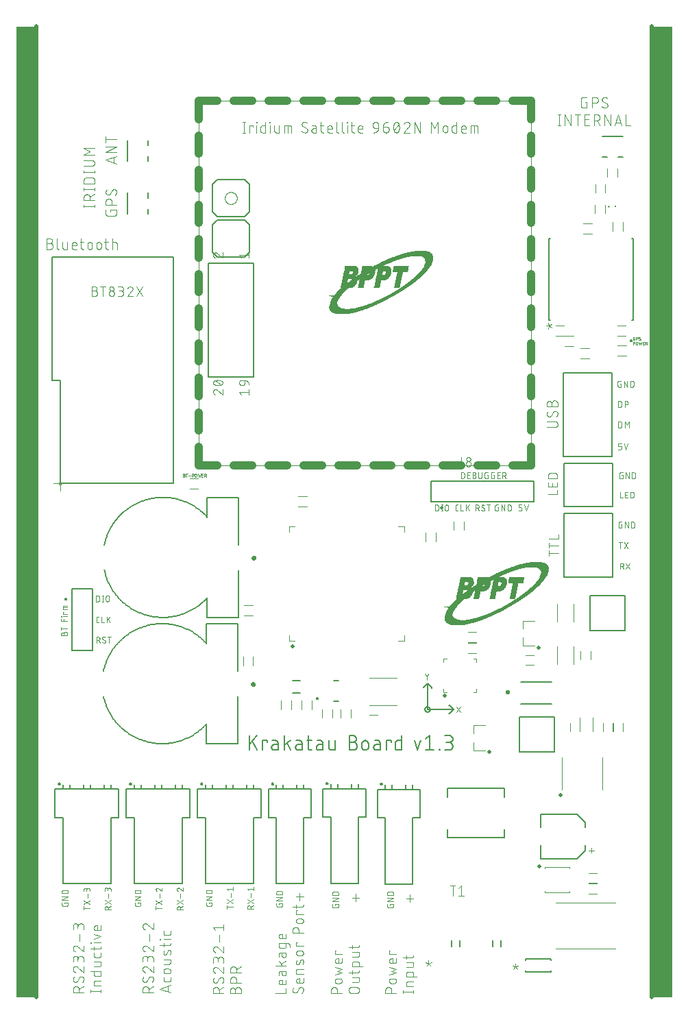
<source format=gbr>
G04 EAGLE Gerber RS-274X export*
G75*
%MOMM*%
%FSLAX34Y34*%
%LPD*%
%INSilkscreen Top*%
%IPPOS*%
%AMOC8*
5,1,8,0,0,1.08239X$1,22.5*%
G01*
%ADD10C,0.010000*%
%ADD11C,1.016000*%
%ADD12R,0.406400X0.010162*%
%ADD13R,0.711200X0.010156*%
%ADD14R,0.904238X0.010156*%
%ADD15R,1.066800X0.010156*%
%ADD16R,1.209037X0.010156*%
%ADD17R,1.341119X0.010162*%
%ADD18R,1.452875X0.010156*%
%ADD19R,1.564638X0.010156*%
%ADD20R,1.666238X0.010156*%
%ADD21R,1.757675X0.010156*%
%ADD22R,1.849119X0.010162*%
%ADD23R,1.940556X0.010156*%
%ADD24R,2.021838X0.010156*%
%ADD25R,2.092956X0.010156*%
%ADD26R,2.174238X0.010156*%
%ADD27R,2.245356X0.010162*%
%ADD28R,2.316475X0.010156*%
%ADD29R,2.377438X0.010156*%
%ADD30R,2.448556X0.010156*%
%ADD31R,2.509519X0.010156*%
%ADD32R,2.570481X0.010162*%
%ADD33R,2.631438X0.010156*%
%ADD34R,2.692400X0.010156*%
%ADD35R,2.753356X0.010156*%
%ADD36R,2.814319X0.010156*%
%ADD37R,2.865119X0.010162*%
%ADD38R,2.926075X0.010156*%
%ADD39R,2.976875X0.010156*%
%ADD40R,3.027681X0.010156*%
%ADD41R,3.078481X0.010156*%
%ADD42R,3.129275X0.010162*%
%ADD43R,3.180081X0.010156*%
%ADD44R,3.230881X0.010156*%
%ADD45R,3.271519X0.010156*%
%ADD46R,3.322319X0.010156*%
%ADD47R,3.362956X0.010162*%
%ADD48R,3.413763X0.010156*%
%ADD49R,3.454400X0.010156*%
%ADD50R,3.495038X0.010156*%
%ADD51R,3.535675X0.010156*%
%ADD52R,3.586475X0.010162*%
%ADD53R,3.627119X0.010156*%
%ADD54R,3.667756X0.010156*%
%ADD55R,3.698238X0.010156*%
%ADD56R,3.738881X0.010156*%
%ADD57R,3.779519X0.010162*%
%ADD58R,3.820156X0.010156*%
%ADD59R,3.860800X0.010156*%
%ADD60R,3.901438X0.010156*%
%ADD61R,3.931919X0.010156*%
%ADD62R,3.972556X0.010162*%
%ADD63R,4.013200X0.010156*%
%ADD64R,4.043681X0.010156*%
%ADD65R,4.084319X0.010156*%
%ADD66R,4.114800X0.010156*%
%ADD67R,4.145275X0.010162*%
%ADD68R,4.175756X0.010156*%
%ADD69R,4.206238X0.010156*%
%ADD70R,4.246881X0.010156*%
%ADD71R,2.123438X0.010156*%
%ADD72R,2.082800X0.010156*%
%ADD73R,1.910081X0.010162*%
%ADD74R,1.859275X0.010162*%
%ADD75R,1.818638X0.010156*%
%ADD76R,1.778000X0.010156*%
%ADD77R,1.747519X0.010156*%
%ADD78R,1.706875X0.010156*%
%ADD79R,1.686556X0.010156*%
%ADD80R,1.656081X0.010156*%
%ADD81R,1.615438X0.010156*%
%ADD82R,1.605281X0.010162*%
%ADD83R,1.574800X0.010162*%
%ADD84R,1.534156X0.010156*%
%ADD85R,1.544319X0.010156*%
%ADD86R,1.503681X0.010156*%
%ADD87R,1.503675X0.010156*%
%ADD88R,1.483363X0.010156*%
%ADD89R,1.473200X0.010156*%
%ADD90R,1.442719X0.010156*%
%ADD91R,1.452875X0.010162*%
%ADD92R,1.422400X0.010162*%
%ADD93R,1.422400X0.010156*%
%ADD94R,1.412238X0.010156*%
%ADD95R,1.402075X0.010156*%
%ADD96R,1.381763X0.010156*%
%ADD97R,1.381756X0.010156*%
%ADD98R,1.361438X0.010156*%
%ADD99R,1.351281X0.010156*%
%ADD100R,1.320800X0.010162*%
%ADD101R,1.320800X0.010156*%
%ADD102R,1.310638X0.010156*%
%ADD103R,1.300475X0.010156*%
%ADD104R,1.290319X0.010156*%
%ADD105R,1.280156X0.010156*%
%ADD106R,1.270000X0.010156*%
%ADD107R,1.249681X0.010162*%
%ADD108R,1.239519X0.010156*%
%ADD109R,1.219200X0.010156*%
%ADD110R,1.188719X0.010156*%
%ADD111R,1.198881X0.010156*%
%ADD112R,1.178562X0.010162*%
%ADD113R,1.188719X0.010162*%
%ADD114R,1.168400X0.010156*%
%ADD115R,1.178556X0.010156*%
%ADD116R,1.148081X0.010156*%
%ADD117R,1.137919X0.010156*%
%ADD118R,1.158238X0.010156*%
%ADD119R,1.127763X0.010156*%
%ADD120R,1.148075X0.010156*%
%ADD121R,1.117600X0.010162*%
%ADD122R,1.137919X0.010162*%
%ADD123R,1.107438X0.010156*%
%ADD124R,1.097281X0.010156*%
%ADD125R,1.117600X0.010156*%
%ADD126R,1.087119X0.010156*%
%ADD127R,1.076963X0.010156*%
%ADD128R,1.066800X0.010162*%
%ADD129R,1.097275X0.010162*%
%ADD130R,1.056638X0.010156*%
%ADD131R,1.076956X0.010156*%
%ADD132R,1.046481X0.010156*%
%ADD133R,1.036319X0.010156*%
%ADD134R,1.016000X0.010162*%
%ADD135R,1.056638X0.010162*%
%ADD136R,1.016000X0.010156*%
%ADD137R,1.005837X0.010156*%
%ADD138R,0.995675X0.010156*%
%ADD139R,0.995675X0.010162*%
%ADD140R,1.026156X0.010162*%
%ADD141R,0.985519X0.010156*%
%ADD142R,0.975356X0.010156*%
%ADD143R,0.965200X0.010156*%
%ADD144R,0.965200X0.010162*%
%ADD145R,0.955038X0.010156*%
%ADD146R,0.995681X0.010156*%
%ADD147R,0.944881X0.010156*%
%ADD148R,0.975363X0.010156*%
%ADD149R,0.934719X0.010156*%
%ADD150R,0.934719X0.010162*%
%ADD151R,0.975363X0.010162*%
%ADD152R,0.924556X0.010156*%
%ADD153R,0.914400X0.010156*%
%ADD154R,0.914400X0.010162*%
%ADD155R,0.944881X0.010162*%
%ADD156R,0.944875X0.010156*%
%ADD157R,0.894075X0.010162*%
%ADD158R,0.924556X0.010162*%
%ADD159R,0.894075X0.010156*%
%ADD160R,0.883919X0.010156*%
%ADD161R,0.883919X0.010162*%
%ADD162R,0.873756X0.010156*%
%ADD163R,0.894081X0.010156*%
%ADD164R,0.863600X0.010162*%
%ADD165R,0.863600X0.010156*%
%ADD166R,0.853438X0.010156*%
%ADD167R,0.853438X0.010162*%
%ADD168R,0.873756X0.010162*%
%ADD169R,0.843275X0.010156*%
%ADD170R,0.843281X0.010162*%
%ADD171R,0.843281X0.010156*%
%ADD172R,0.833119X0.010156*%
%ADD173R,0.822963X0.010156*%
%ADD174R,0.833119X0.010162*%
%ADD175R,0.822956X0.010156*%
%ADD176R,0.822956X0.010162*%
%ADD177R,0.812800X0.010156*%
%ADD178R,0.812800X0.010162*%
%ADD179R,0.822963X0.010162*%
%ADD180R,0.802638X0.010156*%
%ADD181R,0.792481X0.010156*%
%ADD182R,0.802638X0.010162*%
%ADD183R,0.792475X0.010156*%
%ADD184R,0.792481X0.010162*%
%ADD185R,0.782319X0.010156*%
%ADD186R,0.792475X0.010162*%
%ADD187R,0.782319X0.010162*%
%ADD188R,0.772163X0.010156*%
%ADD189R,0.772156X0.010156*%
%ADD190R,0.772156X0.010162*%
%ADD191R,0.762000X0.010156*%
%ADD192R,0.762000X0.010162*%
%ADD193R,0.751838X0.010156*%
%ADD194R,0.751838X0.010162*%
%ADD195R,0.741681X0.010156*%
%ADD196R,0.741675X0.010156*%
%ADD197R,0.741681X0.010162*%
%ADD198R,0.731519X0.010156*%
%ADD199R,0.731519X0.010162*%
%ADD200R,0.772163X0.010162*%
%ADD201R,0.721356X0.010156*%
%ADD202R,0.721356X0.010162*%
%ADD203R,0.721363X0.010156*%
%ADD204R,0.701037X0.010162*%
%ADD205R,0.701037X0.010156*%
%ADD206R,0.690881X0.010156*%
%ADD207R,0.690875X0.010156*%
%ADD208R,0.680719X0.010156*%
%ADD209R,0.690875X0.010162*%
%ADD210R,0.680719X0.010162*%
%ADD211R,0.690881X0.010162*%
%ADD212R,0.670556X0.010156*%
%ADD213R,0.670556X0.010162*%
%ADD214R,0.670563X0.010156*%
%ADD215R,0.660400X0.010156*%
%ADD216R,0.670563X0.010162*%
%ADD217R,0.660400X0.010162*%
%ADD218R,0.650238X0.010156*%
%ADD219R,0.650238X0.010162*%
%ADD220R,0.010156X0.010156*%
%ADD221R,0.629919X0.010156*%
%ADD222R,0.640081X0.010156*%
%ADD223R,0.640075X0.010156*%
%ADD224R,1.300481X0.010156*%
%ADD225R,1.371600X0.010162*%
%ADD226R,0.629919X0.010162*%
%ADD227R,1.493519X0.010156*%
%ADD228R,1.524000X0.010162*%
%ADD229R,0.640081X0.010162*%
%ADD230R,1.574800X0.010156*%
%ADD231R,1.584956X0.010156*%
%ADD232R,1.595119X0.010162*%
%ADD233R,1.625600X0.010156*%
%ADD234R,1.635756X0.010156*%
%ADD235R,1.645919X0.010162*%
%ADD236R,0.640075X0.010162*%
%ADD237R,1.696719X0.010162*%
%ADD238R,1.696719X0.010156*%
%ADD239R,1.717037X0.010156*%
%ADD240R,1.706881X0.010156*%
%ADD241R,1.727200X0.010162*%
%ADD242R,1.737363X0.010156*%
%ADD243R,1.737356X0.010156*%
%ADD244R,1.757675X0.010162*%
%ADD245R,1.767838X0.010156*%
%ADD246R,1.778000X0.010162*%
%ADD247R,1.788156X0.010156*%
%ADD248R,1.798319X0.010162*%
%ADD249R,1.798319X0.010156*%
%ADD250R,1.808481X0.010156*%
%ADD251R,1.818638X0.010162*%
%ADD252R,1.828800X0.010162*%
%ADD253R,1.828800X0.010156*%
%ADD254R,1.087119X0.010162*%
%ADD255R,1.036319X0.010162*%
%ADD256R,1.026156X0.010156*%
%ADD257R,0.985519X0.010162*%
%ADD258R,0.924563X0.010162*%
%ADD259R,0.873762X0.010162*%
%ADD260R,1.229363X0.010162*%
%ADD261R,1.219200X0.010162*%
%ADD262R,1.249675X0.010156*%
%ADD263R,1.330956X0.010156*%
%ADD264R,1.005837X0.010162*%
%ADD265R,1.351275X0.010162*%
%ADD266R,2.519675X0.010156*%
%ADD267R,1.391919X0.010156*%
%ADD268R,3.556000X0.010156*%
%ADD269R,3.566156X0.010162*%
%ADD270R,3.576319X0.010156*%
%ADD271R,1.432556X0.010156*%
%ADD272R,3.586475X0.010156*%
%ADD273R,3.596638X0.010156*%
%ADD274R,1.463037X0.010156*%
%ADD275R,3.616956X0.010156*%
%ADD276R,3.627119X0.010162*%
%ADD277R,1.473200X0.010162*%
%ADD278R,3.637281X0.010156*%
%ADD279R,3.647438X0.010156*%
%ADD280R,1.524000X0.010156*%
%ADD281R,3.667756X0.010162*%
%ADD282R,3.677919X0.010156*%
%ADD283R,3.688081X0.010156*%
%ADD284R,1.554475X0.010156*%
%ADD285R,3.708400X0.010162*%
%ADD286R,1.554475X0.010162*%
%ADD287R,3.708400X0.010156*%
%ADD288R,3.718562X0.010156*%
%ADD289R,3.728719X0.010156*%
%ADD290R,3.738881X0.010162*%
%ADD291R,1.584956X0.010162*%
%ADD292R,3.738875X0.010156*%
%ADD293R,1.595119X0.010156*%
%ADD294R,2.133600X0.010156*%
%ADD295R,1.605281X0.010156*%
%ADD296R,1.544319X0.010162*%
%ADD297R,2.113281X0.010162*%
%ADD298R,1.615438X0.010162*%
%ADD299R,1.513838X0.010156*%
%ADD300R,2.103119X0.010156*%
%ADD301R,1.463037X0.010162*%
%ADD302R,2.062475X0.010162*%
%ADD303R,1.625600X0.010162*%
%ADD304R,1.483356X0.010156*%
%ADD305R,2.062475X0.010156*%
%ADD306R,1.635763X0.010156*%
%ADD307R,2.042156X0.010156*%
%ADD308R,1.645919X0.010156*%
%ADD309R,2.042162X0.010156*%
%ADD310R,1.534156X0.010162*%
%ADD311R,2.021838X0.010162*%
%ADD312R,1.554481X0.010156*%
%ADD313R,2.001519X0.010156*%
%ADD314R,1.656075X0.010156*%
%ADD315R,1.981200X0.010156*%
%ADD316R,1.960875X0.010162*%
%ADD317R,1.656075X0.010162*%
%ADD318R,1.635756X0.010162*%
%ADD319R,0.894081X0.010162*%
%ADD320R,0.619756X0.010156*%
%ADD321R,0.619756X0.010162*%
%ADD322R,0.609600X0.010156*%
%ADD323R,0.599438X0.010156*%
%ADD324R,0.619762X0.010156*%
%ADD325R,0.599438X0.010162*%
%ADD326R,0.619762X0.010162*%
%ADD327R,0.944875X0.010162*%
%ADD328R,0.609600X0.010162*%
%ADD329R,1.046475X0.010156*%
%ADD330R,1.686556X0.010162*%
%ADD331R,1.686563X0.010156*%
%ADD332R,1.686563X0.010162*%
%ADD333R,1.879600X0.010162*%
%ADD334R,1.879600X0.010156*%
%ADD335R,1.676400X0.010156*%
%ADD336R,1.869438X0.010156*%
%ADD337R,1.676400X0.010162*%
%ADD338R,1.869438X0.010162*%
%ADD339R,1.737356X0.010162*%
%ADD340R,1.666238X0.010162*%
%ADD341R,1.727200X0.010156*%
%ADD342R,1.656081X0.010162*%
%ADD343R,1.717037X0.010162*%
%ADD344R,1.808475X0.010156*%
%ADD345R,1.838956X0.010156*%
%ADD346R,1.859275X0.010156*%
%ADD347R,1.889756X0.010156*%
%ADD348R,1.564638X0.010162*%
%ADD349R,0.711200X0.010162*%
%ADD350R,1.930400X0.010156*%
%ADD351R,1.950719X0.010156*%
%ADD352R,1.960881X0.010156*%
%ADD353R,1.534163X0.010156*%
%ADD354R,3.515356X0.010162*%
%ADD355R,3.505200X0.010156*%
%ADD356R,3.484881X0.010156*%
%ADD357R,3.474719X0.010156*%
%ADD358R,3.464562X0.010162*%
%ADD359R,3.423919X0.010156*%
%ADD360R,3.413756X0.010156*%
%ADD361R,1.503681X0.010162*%
%ADD362R,3.403600X0.010162*%
%ADD363R,3.393438X0.010156*%
%ADD364R,3.373119X0.010156*%
%ADD365R,3.352800X0.010156*%
%ADD366R,3.332475X0.010156*%
%ADD367R,3.312156X0.010162*%
%ADD368R,3.291838X0.010156*%
%ADD369R,1.229356X0.010156*%
%ADD370R,1.899919X0.010156*%
%ADD371R,1.849119X0.010156*%
%ADD372R,1.229356X0.010162*%
%ADD373R,1.107438X0.010162*%
%ADD374R,1.747519X0.010162*%
%ADD375R,0.741675X0.010162*%
%ADD376R,1.026163X0.010162*%
%ADD377R,1.046481X0.010162*%
%ADD378R,1.097275X0.010156*%
%ADD379R,0.843275X0.010162*%
%ADD380R,1.127756X0.010156*%
%ADD381R,1.148075X0.010162*%
%ADD382R,1.168400X0.010162*%
%ADD383R,1.178562X0.010156*%
%ADD384R,1.198875X0.010156*%
%ADD385R,1.209037X0.010162*%
%ADD386R,1.229363X0.010156*%
%ADD387R,0.975356X0.010162*%
%ADD388R,1.249681X0.010156*%
%ADD389R,1.259838X0.010156*%
%ADD390R,1.259838X0.010162*%
%ADD391R,1.026163X0.010156*%
%ADD392R,1.290319X0.010162*%
%ADD393R,1.330956X0.010162*%
%ADD394R,1.341119X0.010156*%
%ADD395R,1.097281X0.010162*%
%ADD396R,1.432562X0.010156*%
%ADD397R,1.483356X0.010162*%
%ADD398R,1.554481X0.010162*%
%ADD399R,1.249675X0.010162*%
%ADD400R,1.920238X0.010156*%
%ADD401R,1.991363X0.010156*%
%ADD402R,2.072637X0.010156*%
%ADD403R,1.757681X0.010156*%
%ADD404R,2.306319X0.010162*%
%ADD405R,1.981200X0.010162*%
%ADD406R,4.287519X0.010156*%
%ADD407R,4.246875X0.010156*%
%ADD408R,4.216400X0.010156*%
%ADD409R,4.033519X0.010156*%
%ADD410R,4.003038X0.010156*%
%ADD411R,3.962400X0.010162*%
%ADD412R,3.891275X0.010156*%
%ADD413R,3.850638X0.010156*%
%ADD414R,3.769356X0.010162*%
%ADD415R,3.606800X0.010156*%
%ADD416R,3.576319X0.010162*%
%ADD417R,3.525519X0.010156*%
%ADD418R,3.434081X0.010156*%
%ADD419R,3.342638X0.010162*%
%ADD420R,3.302000X0.010156*%
%ADD421R,3.251200X0.010156*%
%ADD422R,3.200400X0.010156*%
%ADD423R,3.149600X0.010156*%
%ADD424R,3.098800X0.010162*%
%ADD425R,3.058156X0.010156*%
%ADD426R,3.007356X0.010156*%
%ADD427R,2.956556X0.010156*%
%ADD428R,2.895600X0.010156*%
%ADD429R,2.834637X0.010162*%
%ADD430R,2.783838X0.010156*%
%ADD431R,2.722881X0.010156*%
%ADD432R,2.661919X0.010156*%
%ADD433R,2.600956X0.010156*%
%ADD434R,2.540000X0.010162*%
%ADD435R,2.468875X0.010156*%
%ADD436R,2.397756X0.010156*%
%ADD437R,2.245356X0.010156*%
%ADD438R,2.164075X0.010162*%
%ADD439R,1.991356X0.010156*%
%ADD440C,0.508000*%
%ADD441R,2.500000X120.000000*%
%ADD442C,0.152400*%
%ADD443C,0.076200*%
%ADD444C,0.101600*%
%ADD445C,0.025400*%
%ADD446C,0.500000*%
%ADD447C,0.120000*%
%ADD448C,0.200000*%
%ADD449C,0.127000*%
%ADD450C,0.300000*%
%ADD451C,0.001000*%
%ADD452C,0.282838*%
%ADD453C,0.254000*%


D10*
X635700Y657500D02*
X225700Y657500D01*
X225700Y1107500D01*
X635700Y1107500D01*
X635700Y657600D01*
X257570Y987500D02*
X257572Y987682D01*
X257579Y987865D01*
X257590Y988047D01*
X257606Y988228D01*
X257626Y988410D01*
X257650Y988590D01*
X257679Y988770D01*
X257713Y988950D01*
X257751Y989128D01*
X257793Y989305D01*
X257839Y989482D01*
X257890Y989657D01*
X257945Y989831D01*
X258004Y990003D01*
X258068Y990174D01*
X258136Y990343D01*
X258207Y990511D01*
X258283Y990677D01*
X258363Y990841D01*
X258447Y991002D01*
X258535Y991162D01*
X258627Y991320D01*
X258723Y991475D01*
X258822Y991628D01*
X258925Y991778D01*
X259032Y991926D01*
X259143Y992071D01*
X259257Y992214D01*
X259374Y992353D01*
X259495Y992490D01*
X259619Y992623D01*
X259746Y992754D01*
X259877Y992881D01*
X260010Y993005D01*
X260147Y993126D01*
X260286Y993243D01*
X260429Y993357D01*
X260574Y993468D01*
X260722Y993575D01*
X260872Y993678D01*
X261025Y993777D01*
X261180Y993873D01*
X261338Y993965D01*
X261498Y994053D01*
X261659Y994137D01*
X261823Y994217D01*
X261989Y994293D01*
X262157Y994364D01*
X262326Y994432D01*
X262497Y994496D01*
X262669Y994555D01*
X262843Y994610D01*
X263018Y994661D01*
X263195Y994707D01*
X263372Y994749D01*
X263550Y994787D01*
X263730Y994821D01*
X263910Y994850D01*
X264090Y994874D01*
X264272Y994894D01*
X264453Y994910D01*
X264635Y994921D01*
X264818Y994928D01*
X265000Y994930D01*
X265182Y994928D01*
X265365Y994921D01*
X265547Y994910D01*
X265728Y994894D01*
X265910Y994874D01*
X266090Y994850D01*
X266270Y994821D01*
X266450Y994787D01*
X266628Y994749D01*
X266805Y994707D01*
X266982Y994661D01*
X267157Y994610D01*
X267331Y994555D01*
X267503Y994496D01*
X267674Y994432D01*
X267843Y994364D01*
X268011Y994293D01*
X268177Y994217D01*
X268341Y994137D01*
X268502Y994053D01*
X268662Y993965D01*
X268820Y993873D01*
X268975Y993777D01*
X269128Y993678D01*
X269278Y993575D01*
X269426Y993468D01*
X269571Y993357D01*
X269714Y993243D01*
X269853Y993126D01*
X269990Y993005D01*
X270123Y992881D01*
X270254Y992754D01*
X270381Y992623D01*
X270505Y992490D01*
X270626Y992353D01*
X270743Y992214D01*
X270857Y992071D01*
X270968Y991926D01*
X271075Y991778D01*
X271178Y991628D01*
X271277Y991475D01*
X271373Y991320D01*
X271465Y991162D01*
X271553Y991002D01*
X271637Y990841D01*
X271717Y990677D01*
X271793Y990511D01*
X271864Y990343D01*
X271932Y990174D01*
X271996Y990003D01*
X272055Y989831D01*
X272110Y989657D01*
X272161Y989482D01*
X272207Y989305D01*
X272249Y989128D01*
X272287Y988950D01*
X272321Y988770D01*
X272350Y988590D01*
X272374Y988410D01*
X272394Y988228D01*
X272410Y988047D01*
X272421Y987865D01*
X272428Y987682D01*
X272430Y987500D01*
X272428Y987318D01*
X272421Y987135D01*
X272410Y986953D01*
X272394Y986772D01*
X272374Y986590D01*
X272350Y986410D01*
X272321Y986230D01*
X272287Y986050D01*
X272249Y985872D01*
X272207Y985695D01*
X272161Y985518D01*
X272110Y985343D01*
X272055Y985169D01*
X271996Y984997D01*
X271932Y984826D01*
X271864Y984657D01*
X271793Y984489D01*
X271717Y984323D01*
X271637Y984159D01*
X271553Y983998D01*
X271465Y983838D01*
X271373Y983680D01*
X271277Y983525D01*
X271178Y983372D01*
X271075Y983222D01*
X270968Y983074D01*
X270857Y982929D01*
X270743Y982786D01*
X270626Y982647D01*
X270505Y982510D01*
X270381Y982377D01*
X270254Y982246D01*
X270123Y982119D01*
X269990Y981995D01*
X269853Y981874D01*
X269714Y981757D01*
X269571Y981643D01*
X269426Y981532D01*
X269278Y981425D01*
X269128Y981322D01*
X268975Y981223D01*
X268820Y981127D01*
X268662Y981035D01*
X268502Y980947D01*
X268341Y980863D01*
X268177Y980783D01*
X268011Y980707D01*
X267843Y980636D01*
X267674Y980568D01*
X267503Y980504D01*
X267331Y980445D01*
X267157Y980390D01*
X266982Y980339D01*
X266805Y980293D01*
X266628Y980251D01*
X266450Y980213D01*
X266270Y980179D01*
X266090Y980150D01*
X265910Y980126D01*
X265728Y980106D01*
X265547Y980090D01*
X265365Y980079D01*
X265182Y980072D01*
X265000Y980070D01*
X264818Y980072D01*
X264635Y980079D01*
X264453Y980090D01*
X264272Y980106D01*
X264090Y980126D01*
X263910Y980150D01*
X263730Y980179D01*
X263550Y980213D01*
X263372Y980251D01*
X263195Y980293D01*
X263018Y980339D01*
X262843Y980390D01*
X262669Y980445D01*
X262497Y980504D01*
X262326Y980568D01*
X262157Y980636D01*
X261989Y980707D01*
X261823Y980783D01*
X261659Y980863D01*
X261498Y980947D01*
X261338Y981035D01*
X261180Y981127D01*
X261025Y981223D01*
X260872Y981322D01*
X260722Y981425D01*
X260574Y981532D01*
X260429Y981643D01*
X260286Y981757D01*
X260147Y981874D01*
X260010Y981995D01*
X259877Y982119D01*
X259746Y982246D01*
X259619Y982377D01*
X259495Y982510D01*
X259374Y982647D01*
X259257Y982786D01*
X259143Y982929D01*
X259032Y983074D01*
X258925Y983222D01*
X258822Y983372D01*
X258723Y983525D01*
X258627Y983680D01*
X258535Y983838D01*
X258447Y983998D01*
X258363Y984159D01*
X258283Y984323D01*
X258207Y984489D01*
X258136Y984657D01*
X258068Y984826D01*
X258004Y984997D01*
X257945Y985169D01*
X257890Y985343D01*
X257839Y985518D01*
X257793Y985695D01*
X257751Y985872D01*
X257713Y986050D01*
X257679Y986230D01*
X257650Y986410D01*
X257626Y986590D01*
X257606Y986772D01*
X257590Y986953D01*
X257579Y987135D01*
X257572Y987318D01*
X257570Y987500D01*
X635700Y657600D02*
X635700Y657500D01*
D11*
X635700Y657600D02*
X612988Y657600D01*
X592668Y657600D02*
X569956Y657600D01*
X549636Y657600D02*
X526924Y657600D01*
X506604Y657600D02*
X483892Y657600D01*
X463572Y657600D02*
X440860Y657600D01*
X420540Y657600D02*
X397828Y657600D01*
X377508Y657600D02*
X354796Y657600D01*
X334476Y657600D02*
X311764Y657600D01*
X291444Y657600D02*
X268732Y657600D01*
X248412Y657600D02*
X225700Y657600D01*
X225700Y680027D01*
X225700Y700347D02*
X225700Y722775D01*
X225700Y743095D02*
X225700Y765522D01*
X225700Y785842D02*
X225700Y808269D01*
X225700Y828589D02*
X225700Y851016D01*
X225700Y871336D02*
X225700Y893764D01*
X225700Y914084D02*
X225700Y936511D01*
X225700Y956831D02*
X225700Y979258D01*
X225700Y999578D02*
X225700Y1022005D01*
X225700Y1042325D02*
X225700Y1064753D01*
X225700Y1085073D02*
X225700Y1107500D01*
X248402Y1107500D01*
X268722Y1107500D02*
X291424Y1107500D01*
X311744Y1107500D02*
X334446Y1107500D01*
X354766Y1107500D02*
X377468Y1107500D01*
X397788Y1107500D02*
X420490Y1107500D01*
X440810Y1107500D02*
X463512Y1107500D01*
X483832Y1107500D02*
X506534Y1107500D01*
X526854Y1107500D02*
X549556Y1107500D01*
X569876Y1107500D02*
X592578Y1107500D01*
X612898Y1107500D02*
X635600Y1107500D01*
X635600Y1085091D01*
X635600Y1064771D02*
X635600Y1042362D01*
X635600Y1022042D02*
X635600Y999633D01*
X635600Y979313D02*
X635600Y956904D01*
X635600Y936584D02*
X635600Y914175D01*
X635600Y893855D02*
X635600Y871445D01*
X635600Y851125D02*
X635600Y828716D01*
X635600Y808396D02*
X635600Y785987D01*
X635600Y765667D02*
X635600Y743258D01*
X635600Y722938D02*
X635600Y700529D01*
X635600Y680209D02*
X635600Y657800D01*
D12*
X392945Y865792D03*
D13*
X393047Y865894D03*
D14*
X393199Y865995D03*
D15*
X393301Y866097D03*
D16*
X393402Y866198D03*
D17*
X393555Y866300D03*
D18*
X393606Y866402D03*
D19*
X393758Y866503D03*
D20*
X402560Y844605D03*
D21*
X402712Y844706D03*
D22*
X402763Y844808D03*
D23*
X402915Y844910D03*
D24*
X403017Y845011D03*
D25*
X403169Y845113D03*
D26*
X403271Y845214D03*
D27*
X403322Y845316D03*
D28*
X403474Y845418D03*
D29*
X403576Y845519D03*
D30*
X403728Y845621D03*
D31*
X403830Y845722D03*
D32*
X403931Y845824D03*
D33*
X404033Y845926D03*
D34*
X404134Y846027D03*
D35*
X404236Y846129D03*
D36*
X404338Y846230D03*
D37*
X404490Y846332D03*
D38*
X404592Y846434D03*
D39*
X404744Y846535D03*
D40*
X404795Y846637D03*
D41*
X404947Y846738D03*
D42*
X405100Y846840D03*
D43*
X405150Y846942D03*
D44*
X405303Y847043D03*
D45*
X405404Y847145D03*
D46*
X405557Y847246D03*
D47*
X405658Y847348D03*
D48*
X405811Y847450D03*
D49*
X405912Y847551D03*
D50*
X406014Y847653D03*
D51*
X406116Y847754D03*
D52*
X406268Y847856D03*
D53*
X406370Y847958D03*
D54*
X406471Y848059D03*
D55*
X406624Y848161D03*
D56*
X406725Y848262D03*
D57*
X406827Y848364D03*
D58*
X407030Y848466D03*
D59*
X407132Y848567D03*
D60*
X407233Y848669D03*
D61*
X407386Y848770D03*
D62*
X407487Y848872D03*
D63*
X407589Y848974D03*
D64*
X407741Y849075D03*
D65*
X407843Y849177D03*
D66*
X407995Y849278D03*
D67*
X408046Y849380D03*
D68*
X408198Y849482D03*
D69*
X408351Y849583D03*
D70*
X408452Y849685D03*
D71*
X397835Y849786D03*
D72*
X419578Y849786D03*
D73*
X396667Y849888D03*
D74*
X421000Y849888D03*
D75*
X396210Y849990D03*
D76*
X421711Y849990D03*
D77*
X395854Y850091D03*
D78*
X422270Y850091D03*
D79*
X395549Y850193D03*
D80*
X422829Y850193D03*
X395295Y850294D03*
D81*
X423337Y850294D03*
D82*
X395041Y850396D03*
D83*
X423845Y850396D03*
D19*
X394838Y850498D03*
D84*
X424251Y850498D03*
D85*
X394635Y850599D03*
D86*
X424708Y850599D03*
D87*
X394432Y850701D03*
D88*
X425115Y850701D03*
D89*
X394279Y850802D03*
D90*
X425521Y850802D03*
D91*
X394178Y850904D03*
D92*
X425928Y850904D03*
D93*
X394025Y851006D03*
D94*
X426283Y851006D03*
D95*
X393822Y851107D03*
D96*
X426639Y851107D03*
D97*
X393720Y851209D03*
D98*
X427045Y851209D03*
X393619Y851310D03*
D99*
X427401Y851310D03*
D17*
X393517Y851412D03*
D100*
X427756Y851412D03*
D101*
X393416Y851514D03*
D102*
X428112Y851514D03*
D103*
X393314Y851615D03*
D104*
X428417Y851615D03*
D105*
X393212Y851717D03*
X428772Y851717D03*
D106*
X393060Y851818D03*
X429128Y851818D03*
D107*
X392958Y851920D03*
X429433Y851920D03*
D108*
X392908Y852022D03*
X429788Y852022D03*
D109*
X392806Y852123D03*
X430093Y852123D03*
D16*
X392755Y852225D03*
D109*
X430398Y852225D03*
D110*
X392654Y852326D03*
D111*
X430703Y852326D03*
D112*
X392603Y852428D03*
D113*
X431058Y852428D03*
D114*
X392552Y852530D03*
D115*
X431312Y852530D03*
D116*
X392450Y852631D03*
D114*
X431668Y852631D03*
D117*
X392400Y852733D03*
D118*
X431922Y852733D03*
D119*
X392349Y852834D03*
D120*
X432278Y852834D03*
D121*
X392298Y852936D03*
D122*
X432532Y852936D03*
D123*
X392247Y853038D03*
D117*
X432836Y853038D03*
D124*
X392196Y853139D03*
D125*
X433141Y853139D03*
D126*
X392146Y853241D03*
D125*
X433446Y853241D03*
D127*
X392095Y853342D03*
D123*
X433700Y853342D03*
D128*
X392044Y853444D03*
D129*
X433954Y853444D03*
D130*
X391993Y853546D03*
D126*
X434310Y853546D03*
D130*
X391993Y853647D03*
D131*
X434564Y853647D03*
D132*
X391942Y853749D03*
D15*
X434818Y853749D03*
D133*
X391892Y853850D03*
D15*
X435122Y853850D03*
D134*
X391892Y853952D03*
D135*
X435376Y853952D03*
D136*
X391892Y854054D03*
D130*
X435681Y854054D03*
D137*
X391841Y854155D03*
D132*
X435935Y854155D03*
D137*
X391841Y854257D03*
D133*
X436189Y854257D03*
D138*
X391790Y854358D03*
D133*
X436494Y854358D03*
D139*
X391790Y854460D03*
D140*
X436748Y854460D03*
D141*
X391739Y854562D03*
D136*
X437002Y854562D03*
D142*
X391790Y854663D03*
D136*
X437307Y854663D03*
D143*
X391739Y854765D03*
D137*
X437561Y854765D03*
D143*
X391739Y854866D03*
D137*
X437764Y854866D03*
D144*
X391739Y854968D03*
D139*
X438018Y854968D03*
D145*
X391688Y855070D03*
D146*
X438323Y855070D03*
D145*
X391688Y855171D03*
D141*
X438577Y855171D03*
D147*
X391739Y855273D03*
D148*
X438831Y855273D03*
D149*
X391688Y855374D03*
D141*
X439085Y855374D03*
D150*
X391688Y855476D03*
D151*
X439339Y855476D03*
D149*
X391688Y855578D03*
D143*
X439593Y855578D03*
D152*
X391739Y855679D03*
D145*
X439847Y855679D03*
D153*
X391688Y855781D03*
D145*
X440050Y855781D03*
D153*
X391688Y855882D03*
D145*
X440355Y855882D03*
D154*
X391688Y855984D03*
D155*
X440609Y855984D03*
D153*
X391688Y856086D03*
D156*
X440812Y856086D03*
D14*
X391739Y856187D03*
D149*
X441066Y856187D03*
D14*
X391739Y856289D03*
D149*
X441371Y856289D03*
D14*
X391739Y856390D03*
D149*
X441574Y856390D03*
D157*
X391790Y856492D03*
D158*
X441828Y856492D03*
D159*
X391790Y856594D03*
D152*
X442031Y856594D03*
D159*
X391790Y856695D03*
D153*
X442285Y856695D03*
D160*
X391841Y856797D03*
D153*
X442488Y856797D03*
D160*
X391841Y856898D03*
D153*
X442793Y856898D03*
D161*
X391841Y857000D03*
D154*
X442996Y857000D03*
D162*
X391892Y857102D03*
D14*
X443250Y857102D03*
D162*
X391892Y857203D03*
D14*
X443454Y857203D03*
D162*
X391892Y857305D03*
D159*
X443708Y857305D03*
D162*
X391892Y857406D03*
D163*
X443911Y857406D03*
D164*
X391942Y857508D03*
D157*
X444216Y857508D03*
D165*
X391942Y857610D03*
D163*
X444419Y857610D03*
D166*
X391993Y857711D03*
D160*
X444673Y857711D03*
D166*
X391993Y857813D03*
D160*
X444876Y857813D03*
D166*
X391993Y857914D03*
D162*
X445130Y857914D03*
D167*
X392095Y858016D03*
D168*
X445333Y858016D03*
D166*
X392095Y858118D03*
D162*
X445536Y858118D03*
D169*
X392146Y858219D03*
D165*
X445790Y858219D03*
D169*
X392146Y858321D03*
D165*
X445994Y858321D03*
D169*
X392146Y858422D03*
D165*
X446298Y858422D03*
D170*
X392247Y858524D03*
D164*
X446502Y858524D03*
D171*
X392247Y858626D03*
D165*
X446705Y858626D03*
D172*
X392298Y858727D03*
D166*
X446959Y858727D03*
D172*
X392298Y858829D03*
D166*
X447162Y858829D03*
D173*
X392349Y858930D03*
D166*
X447365Y858930D03*
D174*
X392400Y859032D03*
D170*
X447619Y859032D03*
D172*
X392400Y859134D03*
D171*
X447822Y859134D03*
D175*
X392450Y859235D03*
D169*
X448026Y859235D03*
D172*
X392501Y859337D03*
D171*
X448229Y859337D03*
D175*
X392552Y859438D03*
D172*
X448483Y859438D03*
D176*
X392552Y859540D03*
D174*
X448686Y859540D03*
D175*
X392654Y859642D03*
D172*
X448889Y859642D03*
D175*
X392654Y859743D03*
D172*
X449092Y859743D03*
D177*
X392704Y859845D03*
D175*
X449346Y859845D03*
X392755Y859946D03*
X449550Y859946D03*
D178*
X392806Y860048D03*
D179*
X449753Y860048D03*
D177*
X392806Y860150D03*
D175*
X449956Y860150D03*
D177*
X392908Y860251D03*
X450210Y860251D03*
X392908Y860353D03*
X450413Y860353D03*
D180*
X392958Y860454D03*
D177*
X450616Y860454D03*
D178*
X393009Y860556D03*
X450820Y860556D03*
D180*
X393060Y860658D03*
D177*
X451023Y860658D03*
X393111Y860759D03*
D180*
X451277Y860759D03*
X393162Y860861D03*
X451480Y860861D03*
D181*
X393212Y860962D03*
D180*
X451683Y860962D03*
D182*
X393263Y861064D03*
X451886Y861064D03*
D183*
X393314Y861166D03*
D180*
X452090Y861166D03*
X393365Y861267D03*
D183*
X452344Y861267D03*
X393416Y861369D03*
D181*
X452547Y861369D03*
D180*
X393466Y861470D03*
D183*
X452750Y861470D03*
D184*
X393517Y861572D03*
X452953Y861572D03*
D181*
X393619Y861674D03*
X453156Y861674D03*
X393619Y861775D03*
D183*
X453360Y861775D03*
D181*
X393720Y861877D03*
X453563Y861877D03*
X393720Y861978D03*
D185*
X453715Y861978D03*
D186*
X393822Y862080D03*
D187*
X453918Y862080D03*
D185*
X393873Y862182D03*
X454122Y862182D03*
D183*
X393924Y862283D03*
D185*
X454325Y862283D03*
X393974Y862385D03*
D188*
X454579Y862385D03*
D181*
X394025Y862486D03*
D189*
X454782Y862486D03*
D187*
X394076Y862588D03*
D190*
X454985Y862588D03*
D185*
X394178Y862690D03*
D189*
X455188Y862690D03*
D185*
X394178Y862791D03*
D189*
X455392Y862791D03*
D185*
X394279Y862893D03*
D188*
X455595Y862893D03*
D185*
X394381Y862994D03*
D191*
X455747Y862994D03*
D187*
X394381Y863096D03*
D192*
X455950Y863096D03*
D185*
X394482Y863198D03*
D191*
X456154Y863198D03*
D189*
X394533Y863299D03*
D191*
X456357Y863299D03*
D185*
X394584Y863401D03*
D191*
X456560Y863401D03*
D185*
X394686Y863502D03*
D191*
X456763Y863502D03*
D190*
X394736Y863604D03*
D192*
X456966Y863604D03*
D185*
X394787Y863706D03*
D191*
X457170Y863706D03*
D189*
X394838Y863807D03*
D193*
X457322Y863807D03*
D189*
X394940Y863909D03*
D193*
X457525Y863909D03*
D185*
X394990Y864010D03*
D193*
X457728Y864010D03*
D190*
X395041Y864112D03*
D194*
X457932Y864112D03*
D188*
X395143Y864214D03*
D193*
X458135Y864214D03*
D185*
X395194Y864315D03*
D193*
X458338Y864315D03*
D189*
X395244Y864417D03*
D195*
X458490Y864417D03*
D189*
X395346Y864518D03*
D196*
X458694Y864518D03*
D190*
X395448Y864620D03*
D197*
X458897Y864620D03*
D189*
X395448Y864722D03*
D196*
X459100Y864722D03*
D189*
X395549Y864823D03*
D195*
X459303Y864823D03*
D188*
X395651Y864925D03*
D195*
X459506Y864925D03*
D188*
X395651Y865026D03*
D198*
X459659Y865026D03*
D190*
X395752Y865128D03*
D199*
X459862Y865128D03*
D189*
X395854Y865230D03*
D198*
X460065Y865230D03*
D189*
X395956Y865331D03*
D198*
X460268Y865331D03*
D189*
X395956Y865433D03*
D198*
X460472Y865433D03*
D189*
X396057Y865534D03*
D198*
X460573Y865534D03*
D200*
X396159Y865636D03*
D199*
X460776Y865636D03*
D191*
X396210Y865738D03*
D198*
X460980Y865738D03*
D189*
X396260Y865839D03*
D198*
X461183Y865839D03*
D189*
X396362Y865941D03*
D198*
X461386Y865941D03*
D189*
X396464Y866042D03*
D201*
X461538Y866042D03*
D192*
X396514Y866144D03*
D202*
X461742Y866144D03*
D189*
X396565Y866246D03*
D203*
X461945Y866246D03*
D188*
X396667Y866347D03*
D198*
X462097Y866347D03*
D189*
X396768Y866449D03*
D201*
X462250Y866449D03*
D189*
X396870Y866550D03*
D203*
X462453Y866550D03*
D192*
X396921Y866652D03*
D202*
X462656Y866652D03*
D191*
X397022Y866754D03*
D201*
X462859Y866754D03*
D189*
X397073Y866855D03*
D13*
X463012Y866855D03*
D188*
X397175Y866957D03*
D13*
X463215Y866957D03*
D191*
X397226Y867058D03*
D13*
X463418Y867058D03*
D192*
X397327Y867160D03*
D202*
X463570Y867160D03*
D191*
X397429Y867262D03*
D13*
X463723Y867262D03*
D189*
X397480Y867363D03*
D13*
X463926Y867363D03*
D189*
X397581Y867465D03*
D13*
X464129Y867465D03*
D188*
X397683Y867566D03*
D13*
X464332Y867566D03*
D192*
X397734Y867668D03*
D204*
X464485Y867668D03*
D191*
X397835Y867770D03*
D13*
X464637Y867770D03*
D191*
X397937Y867871D03*
D13*
X464840Y867871D03*
D189*
X397988Y867973D03*
D205*
X464993Y867973D03*
D189*
X398089Y868074D03*
D205*
X465196Y868074D03*
D192*
X398140Y868176D03*
D204*
X465399Y868176D03*
D191*
X398242Y868278D03*
D13*
X465552Y868278D03*
D191*
X398343Y868379D03*
D205*
X465704Y868379D03*
D191*
X398445Y868481D03*
D205*
X465907Y868481D03*
D191*
X398546Y868582D03*
D205*
X466110Y868582D03*
D190*
X398597Y868684D03*
D204*
X466212Y868684D03*
D188*
X398699Y868786D03*
D205*
X466415Y868786D03*
D189*
X398800Y868887D03*
D205*
X466618Y868887D03*
D191*
X398851Y868989D03*
D206*
X466771Y868989D03*
D191*
X398953Y869090D03*
D207*
X466974Y869090D03*
D192*
X399054Y869192D03*
D204*
X467126Y869192D03*
D191*
X399156Y869294D03*
D206*
X467279Y869294D03*
D191*
X399258Y869395D03*
D207*
X467482Y869395D03*
D189*
X399308Y869497D03*
D206*
X467685Y869497D03*
D189*
X399410Y869598D03*
D208*
X467838Y869598D03*
D190*
X399512Y869700D03*
D209*
X467990Y869700D03*
D189*
X399613Y869802D03*
D206*
X468193Y869802D03*
D188*
X399715Y869903D03*
D208*
X468346Y869903D03*
D189*
X399816Y870005D03*
D207*
X468498Y870005D03*
D191*
X399867Y870106D03*
D206*
X468701Y870106D03*
D192*
X399969Y870208D03*
D210*
X468854Y870208D03*
D191*
X400070Y870310D03*
D207*
X469006Y870310D03*
D191*
X400172Y870411D03*
D206*
X469209Y870411D03*
D191*
X400274Y870513D03*
D208*
X469362Y870513D03*
D191*
X400375Y870614D03*
D208*
X469565Y870614D03*
D190*
X400426Y870716D03*
D211*
X469717Y870716D03*
D189*
X400528Y870818D03*
D208*
X469870Y870818D03*
D189*
X400629Y870919D03*
D208*
X470073Y870919D03*
D188*
X400731Y871021D03*
D206*
X470225Y871021D03*
D189*
X400832Y871122D03*
D208*
X470378Y871122D03*
D190*
X400934Y871224D03*
D210*
X470581Y871224D03*
D189*
X401036Y871326D03*
D208*
X470682Y871326D03*
D189*
X401137Y871427D03*
D208*
X470886Y871427D03*
D188*
X401239Y871529D03*
D208*
X471089Y871529D03*
D189*
X401340Y871630D03*
D212*
X471241Y871630D03*
D190*
X401442Y871732D03*
D210*
X471394Y871732D03*
D189*
X401544Y871834D03*
D212*
X471546Y871834D03*
D189*
X401645Y871935D03*
D212*
X471749Y871935D03*
D188*
X401747Y872037D03*
D208*
X471902Y872037D03*
D189*
X401848Y872138D03*
D212*
X472054Y872138D03*
D190*
X401950Y872240D03*
D213*
X472257Y872240D03*
D189*
X402052Y872342D03*
D214*
X472359Y872342D03*
D189*
X402153Y872443D03*
D212*
X472562Y872443D03*
D188*
X402255Y872545D03*
D208*
X472714Y872545D03*
D189*
X402356Y872646D03*
D214*
X472867Y872646D03*
D190*
X402458Y872748D03*
D213*
X473070Y872748D03*
D189*
X402560Y872850D03*
D212*
X473172Y872850D03*
D189*
X402661Y872951D03*
D214*
X473375Y872951D03*
D188*
X402763Y873053D03*
D215*
X473527Y873053D03*
D189*
X402864Y873154D03*
D212*
X473680Y873154D03*
D190*
X402966Y873256D03*
D216*
X473883Y873256D03*
D189*
X403068Y873358D03*
D212*
X473984Y873358D03*
D189*
X403169Y873459D03*
D212*
X474188Y873459D03*
D188*
X403271Y873561D03*
D215*
X474340Y873561D03*
D189*
X403372Y873662D03*
D212*
X474492Y873662D03*
D190*
X403474Y873764D03*
D217*
X474645Y873764D03*
D185*
X403626Y873866D03*
D215*
X474848Y873866D03*
D185*
X403728Y873967D03*
D215*
X474950Y873967D03*
D185*
X403830Y874069D03*
D215*
X475153Y874069D03*
D185*
X403931Y874170D03*
D215*
X475254Y874170D03*
D187*
X404033Y874272D03*
D217*
X475458Y874272D03*
D185*
X404134Y874374D03*
D215*
X475661Y874374D03*
D185*
X404236Y874475D03*
D215*
X475762Y874475D03*
D185*
X404338Y874577D03*
D215*
X475966Y874577D03*
D185*
X404439Y874678D03*
D215*
X476067Y874678D03*
D190*
X404592Y874780D03*
D217*
X476270Y874780D03*
D189*
X404693Y874882D03*
D215*
X476372Y874882D03*
D185*
X404846Y874983D03*
D215*
X476575Y874983D03*
D185*
X404947Y875085D03*
D215*
X476677Y875085D03*
D185*
X405049Y875186D03*
D215*
X476880Y875186D03*
D187*
X405150Y875288D03*
D217*
X476982Y875288D03*
D185*
X405252Y875390D03*
D215*
X477185Y875390D03*
D185*
X405354Y875491D03*
D218*
X477337Y875491D03*
D185*
X405455Y875593D03*
D215*
X477490Y875593D03*
D185*
X405557Y875694D03*
D218*
X477642Y875694D03*
D187*
X405658Y875796D03*
D217*
X477794Y875796D03*
D181*
X405811Y875898D03*
D218*
X477947Y875898D03*
D185*
X405963Y875999D03*
D215*
X478099Y875999D03*
D185*
X406065Y876101D03*
D218*
X478252Y876101D03*
D185*
X406166Y876202D03*
D215*
X478404Y876202D03*
D187*
X406268Y876304D03*
D219*
X478556Y876304D03*
D185*
X406370Y876406D03*
D220*
X442336Y876406D03*
D221*
X470225Y876406D03*
D215*
X478709Y876406D03*
D115*
X406725Y876507D03*
D222*
X425470Y876507D03*
D223*
X445384Y876507D03*
D221*
X470225Y876507D03*
D218*
X478861Y876507D03*
D108*
X407132Y876609D03*
D221*
X425521Y876609D03*
X445435Y876609D03*
X470225Y876609D03*
D218*
X479064Y876609D03*
D224*
X407436Y876710D03*
D221*
X425521Y876710D03*
X445435Y876710D03*
X470225Y876710D03*
D218*
X479166Y876710D03*
D225*
X407792Y876812D03*
D226*
X425521Y876812D03*
X445435Y876812D03*
X470225Y876812D03*
D219*
X479369Y876812D03*
D94*
X407995Y876914D03*
D221*
X425521Y876914D03*
D223*
X445486Y876914D03*
X470276Y876914D03*
D218*
X479471Y876914D03*
D90*
X408148Y877015D03*
D223*
X425572Y877015D03*
X445486Y877015D03*
D221*
X470327Y877015D03*
D218*
X479572Y877015D03*
D89*
X408402Y877117D03*
D221*
X425623Y877117D03*
X445536Y877117D03*
X470327Y877117D03*
D218*
X479776Y877117D03*
D227*
X408503Y877218D03*
D221*
X425623Y877218D03*
X445536Y877218D03*
X470327Y877218D03*
D218*
X479877Y877218D03*
D228*
X408656Y877320D03*
D226*
X425623Y877320D03*
D229*
X445587Y877320D03*
D226*
X470327Y877320D03*
D219*
X480080Y877320D03*
D85*
X408757Y877422D03*
D221*
X425623Y877422D03*
D222*
X445587Y877422D03*
D221*
X470428Y877422D03*
D218*
X480182Y877422D03*
D19*
X408859Y877523D03*
D223*
X425674Y877523D03*
D222*
X445587Y877523D03*
D221*
X470428Y877523D03*
D218*
X480385Y877523D03*
D230*
X409011Y877625D03*
D221*
X425724Y877625D03*
X445638Y877625D03*
X470428Y877625D03*
D218*
X480487Y877625D03*
D231*
X409062Y877726D03*
D221*
X425724Y877726D03*
X445638Y877726D03*
X470428Y877726D03*
D218*
X480690Y877726D03*
D232*
X409113Y877828D03*
D226*
X425724Y877828D03*
D229*
X445689Y877828D03*
D226*
X470428Y877828D03*
D219*
X480792Y877828D03*
D81*
X409214Y877930D03*
D222*
X425775Y877930D03*
X445689Y877930D03*
D221*
X470530Y877930D03*
D218*
X480995Y877930D03*
D233*
X409265Y878031D03*
D222*
X425775Y878031D03*
D221*
X445740Y878031D03*
X470530Y878031D03*
D218*
X481096Y878031D03*
D233*
X409367Y878133D03*
D221*
X425826Y878133D03*
X445740Y878133D03*
X470530Y878133D03*
D222*
X481249Y878133D03*
D234*
X409418Y878234D03*
D221*
X425826Y878234D03*
X445740Y878234D03*
X470530Y878234D03*
D218*
X481401Y878234D03*
D235*
X409468Y878336D03*
D226*
X425826Y878336D03*
D229*
X445790Y878336D03*
D226*
X470530Y878336D03*
D236*
X481554Y878336D03*
D80*
X409519Y878438D03*
D222*
X425877Y878438D03*
X445790Y878438D03*
D221*
X470632Y878438D03*
D218*
X481706Y878438D03*
D20*
X409570Y878539D03*
D222*
X425877Y878539D03*
D221*
X445841Y878539D03*
X470632Y878539D03*
D222*
X481858Y878539D03*
D20*
X409672Y878641D03*
D221*
X425928Y878641D03*
X445841Y878641D03*
X470632Y878641D03*
D218*
X482011Y878641D03*
D79*
X409773Y878742D03*
D221*
X425928Y878742D03*
X445841Y878742D03*
X470632Y878742D03*
D218*
X482112Y878742D03*
D237*
X409824Y878844D03*
D226*
X425928Y878844D03*
D236*
X445892Y878844D03*
D226*
X470632Y878844D03*
D229*
X482265Y878844D03*
D238*
X409824Y878946D03*
D222*
X425978Y878946D03*
D223*
X445892Y878946D03*
D221*
X470733Y878946D03*
D218*
X482417Y878946D03*
D239*
X409926Y879047D03*
D222*
X425978Y879047D03*
D221*
X445943Y879047D03*
X470733Y879047D03*
D223*
X482570Y879047D03*
D240*
X409976Y879149D03*
D221*
X426029Y879149D03*
X445943Y879149D03*
X470733Y879149D03*
D218*
X482722Y879149D03*
D239*
X410027Y879250D03*
D221*
X426029Y879250D03*
X445943Y879250D03*
X470733Y879250D03*
D222*
X482874Y879250D03*
D241*
X410078Y879352D03*
D226*
X426029Y879352D03*
D236*
X445994Y879352D03*
D226*
X470733Y879352D03*
D236*
X482976Y879352D03*
D242*
X410129Y879454D03*
D223*
X426080Y879454D03*
X445994Y879454D03*
D221*
X470835Y879454D03*
D222*
X483179Y879454D03*
D77*
X410180Y879555D03*
D223*
X426080Y879555D03*
D221*
X446044Y879555D03*
X470835Y879555D03*
D222*
X483281Y879555D03*
D243*
X410230Y879657D03*
D221*
X426131Y879657D03*
X446044Y879657D03*
X470835Y879657D03*
D218*
X483433Y879657D03*
D77*
X410281Y879758D03*
D221*
X426131Y879758D03*
X446044Y879758D03*
X470835Y879758D03*
D223*
X483586Y879758D03*
D244*
X410332Y879860D03*
D226*
X426131Y879860D03*
D229*
X446095Y879860D03*
D226*
X470835Y879860D03*
D229*
X483687Y879860D03*
D245*
X410383Y879962D03*
D223*
X426182Y879962D03*
D222*
X446095Y879962D03*
D221*
X470936Y879962D03*
D222*
X483890Y879962D03*
D245*
X410383Y880063D03*
D223*
X426182Y880063D03*
D221*
X446146Y880063D03*
X470936Y880063D03*
D223*
X483992Y880063D03*
D245*
X410484Y880165D03*
D221*
X426232Y880165D03*
X446146Y880165D03*
X470936Y880165D03*
D218*
X484144Y880165D03*
D76*
X410535Y880266D03*
D221*
X426232Y880266D03*
X446146Y880266D03*
X470936Y880266D03*
D222*
X484297Y880266D03*
D246*
X410535Y880368D03*
D226*
X426232Y880368D03*
D229*
X446197Y880368D03*
D226*
X470936Y880368D03*
D229*
X484398Y880368D03*
D247*
X410586Y880470D03*
D222*
X426283Y880470D03*
D221*
X446248Y880470D03*
X471038Y880470D03*
D223*
X484602Y880470D03*
D76*
X410637Y880571D03*
D221*
X426334Y880571D03*
X446248Y880571D03*
X471038Y880571D03*
D222*
X484703Y880571D03*
D247*
X410688Y880673D03*
D221*
X426334Y880673D03*
X446248Y880673D03*
X471038Y880673D03*
D222*
X484805Y880673D03*
D247*
X410688Y880774D03*
D221*
X426334Y880774D03*
X446248Y880774D03*
X471038Y880774D03*
D223*
X485008Y880774D03*
D248*
X410738Y880876D03*
D226*
X426334Y880876D03*
D229*
X446298Y880876D03*
D226*
X471038Y880876D03*
D236*
X485110Y880876D03*
D249*
X410738Y880978D03*
D222*
X426385Y880978D03*
D221*
X446349Y880978D03*
X471140Y880978D03*
D222*
X485313Y880978D03*
D249*
X410840Y881079D03*
D221*
X426436Y881079D03*
X446349Y881079D03*
X471140Y881079D03*
D222*
X485414Y881079D03*
D250*
X410891Y881181D03*
D221*
X426436Y881181D03*
X446349Y881181D03*
X471140Y881181D03*
D223*
X485516Y881181D03*
D250*
X410891Y881282D03*
D221*
X426436Y881282D03*
X446349Y881282D03*
X471140Y881282D03*
D222*
X485719Y881282D03*
D251*
X410942Y881384D03*
D226*
X426436Y881384D03*
D236*
X446400Y881384D03*
D229*
X471190Y881384D03*
X485821Y881384D03*
D75*
X410942Y881486D03*
D222*
X426486Y881486D03*
D221*
X446451Y881486D03*
X471241Y881486D03*
D222*
X485922Y881486D03*
D75*
X411043Y881587D03*
D221*
X426537Y881587D03*
X446451Y881587D03*
X471241Y881587D03*
D223*
X486126Y881587D03*
D75*
X411043Y881689D03*
D221*
X426537Y881689D03*
X446451Y881689D03*
X471241Y881689D03*
D222*
X486227Y881689D03*
D75*
X411043Y881790D03*
D221*
X426537Y881790D03*
X446451Y881790D03*
X471241Y881790D03*
D222*
X486329Y881790D03*
D252*
X411094Y881892D03*
D226*
X426537Y881892D03*
D236*
X446502Y881892D03*
X471292Y881892D03*
X486532Y881892D03*
D253*
X411094Y881994D03*
D223*
X426588Y881994D03*
D221*
X446552Y881994D03*
X471343Y881994D03*
D223*
X486634Y881994D03*
D253*
X411196Y882095D03*
D221*
X426639Y882095D03*
X446552Y882095D03*
X471343Y882095D03*
D222*
X486735Y882095D03*
D253*
X411196Y882197D03*
D221*
X426639Y882197D03*
X446552Y882197D03*
X471343Y882197D03*
D222*
X486938Y882197D03*
D223*
X405252Y882298D03*
D124*
X414955Y882298D03*
D221*
X426639Y882298D03*
D222*
X446603Y882298D03*
D221*
X471343Y882298D03*
D223*
X487040Y882298D03*
D236*
X405252Y882400D03*
D254*
X415006Y882400D03*
D226*
X426639Y882400D03*
D229*
X446603Y882400D03*
D226*
X471444Y882400D03*
X487192Y882400D03*
D223*
X405252Y882502D03*
D15*
X415107Y882502D03*
D223*
X426690Y882502D03*
D221*
X446654Y882502D03*
X471444Y882502D03*
D222*
X487345Y882502D03*
D221*
X405303Y882603D03*
D15*
X415209Y882603D03*
D221*
X426740Y882603D03*
X446654Y882603D03*
X471444Y882603D03*
D222*
X487446Y882603D03*
D221*
X405303Y882705D03*
D130*
X415260Y882705D03*
D221*
X426740Y882705D03*
X446654Y882705D03*
X471444Y882705D03*
X487599Y882705D03*
D223*
X405354Y882806D03*
D133*
X415361Y882806D03*
D221*
X426740Y882806D03*
D222*
X446705Y882806D03*
D221*
X471444Y882806D03*
D222*
X487751Y882806D03*
D236*
X405354Y882908D03*
D255*
X415463Y882908D03*
D229*
X426791Y882908D03*
X446705Y882908D03*
D226*
X471546Y882908D03*
D229*
X487853Y882908D03*
D223*
X405354Y883010D03*
D256*
X415514Y883010D03*
D222*
X426791Y883010D03*
D221*
X446756Y883010D03*
X471546Y883010D03*
D222*
X487954Y883010D03*
D221*
X405404Y883111D03*
D136*
X415564Y883111D03*
D221*
X426842Y883111D03*
X446756Y883111D03*
X471546Y883111D03*
X488107Y883111D03*
X405404Y883213D03*
D138*
X415666Y883213D03*
D221*
X426842Y883213D03*
X446756Y883213D03*
X471546Y883213D03*
D222*
X488259Y883213D03*
X405455Y883314D03*
D138*
X415768Y883314D03*
D221*
X426842Y883314D03*
D222*
X446806Y883314D03*
D221*
X471546Y883314D03*
D222*
X488361Y883314D03*
D229*
X405455Y883416D03*
D257*
X415818Y883416D03*
D229*
X426893Y883416D03*
X446806Y883416D03*
D226*
X471648Y883416D03*
X488513Y883416D03*
D222*
X405455Y883518D03*
D143*
X415920Y883518D03*
D222*
X426893Y883518D03*
D221*
X446857Y883518D03*
X471648Y883518D03*
D223*
X488666Y883518D03*
D221*
X405506Y883619D03*
D145*
X415971Y883619D03*
D221*
X426944Y883619D03*
X446857Y883619D03*
X471648Y883619D03*
D222*
X488767Y883619D03*
D221*
X405506Y883721D03*
D156*
X416022Y883721D03*
D221*
X426944Y883721D03*
X446857Y883721D03*
X471648Y883721D03*
X488920Y883721D03*
D222*
X405557Y883822D03*
D147*
X416123Y883822D03*
D221*
X426944Y883822D03*
D223*
X446908Y883822D03*
D221*
X471648Y883822D03*
D223*
X489072Y883822D03*
D229*
X405557Y883924D03*
D258*
X416225Y883924D03*
D229*
X426994Y883924D03*
D236*
X446908Y883924D03*
D226*
X471749Y883924D03*
D236*
X489174Y883924D03*
D222*
X405557Y884026D03*
D153*
X416276Y884026D03*
D222*
X426994Y884026D03*
D221*
X446959Y884026D03*
X471749Y884026D03*
D222*
X489275Y884026D03*
D221*
X405608Y884127D03*
D14*
X416326Y884127D03*
D221*
X427045Y884127D03*
X446959Y884127D03*
X471749Y884127D03*
X489428Y884127D03*
X405608Y884229D03*
D163*
X416479Y884229D03*
D221*
X427045Y884229D03*
X446959Y884229D03*
X471749Y884229D03*
D223*
X489580Y884229D03*
D222*
X405658Y884330D03*
D160*
X416530Y884330D03*
D221*
X427045Y884330D03*
D223*
X447010Y884330D03*
D221*
X471749Y884330D03*
D223*
X489682Y884330D03*
D229*
X405658Y884432D03*
D168*
X416580Y884432D03*
D236*
X427096Y884432D03*
X447010Y884432D03*
D226*
X471851Y884432D03*
X489834Y884432D03*
D222*
X405658Y884534D03*
D166*
X416682Y884534D03*
D223*
X427096Y884534D03*
D221*
X447060Y884534D03*
X471851Y884534D03*
X489936Y884534D03*
X405709Y884635D03*
D171*
X416733Y884635D03*
D221*
X427147Y884635D03*
X447060Y884635D03*
X471851Y884635D03*
D223*
X490088Y884635D03*
D221*
X405709Y884737D03*
D172*
X416784Y884737D03*
D221*
X427147Y884737D03*
X447060Y884737D03*
X471851Y884737D03*
D223*
X490190Y884737D03*
X405760Y884838D03*
D172*
X416987Y884838D03*
D221*
X427147Y884838D03*
D222*
X447111Y884838D03*
D221*
X471851Y884838D03*
X490342Y884838D03*
D236*
X405760Y884940D03*
D174*
X417088Y884940D03*
D236*
X427198Y884940D03*
D226*
X447162Y884940D03*
X471952Y884940D03*
X490444Y884940D03*
D223*
X405760Y885042D03*
D171*
X417241Y885042D03*
D223*
X427198Y885042D03*
D221*
X447162Y885042D03*
X471952Y885042D03*
D223*
X490596Y885042D03*
D221*
X405811Y885143D03*
D172*
X417393Y885143D03*
D221*
X427248Y885143D03*
X447162Y885143D03*
X471952Y885143D03*
D223*
X490698Y885143D03*
D221*
X405811Y885245D03*
D172*
X417495Y885245D03*
D221*
X427248Y885245D03*
X447162Y885245D03*
X471952Y885245D03*
X490850Y885245D03*
D223*
X405862Y885346D03*
D171*
X417647Y885346D03*
D221*
X427248Y885346D03*
D222*
X447213Y885346D03*
D221*
X471952Y885346D03*
X490952Y885346D03*
D236*
X405862Y885448D03*
D174*
X417800Y885448D03*
D229*
X427299Y885448D03*
D226*
X447264Y885448D03*
X472054Y885448D03*
D236*
X491104Y885448D03*
D221*
X405912Y885550D03*
D169*
X417952Y885550D03*
D221*
X427350Y885550D03*
X447264Y885550D03*
X472054Y885550D03*
D223*
X491206Y885550D03*
D221*
X405912Y885651D03*
D172*
X418104Y885651D03*
D221*
X427350Y885651D03*
X447264Y885651D03*
X472054Y885651D03*
X491358Y885651D03*
X405912Y885753D03*
D172*
X418206Y885753D03*
D221*
X427350Y885753D03*
X447264Y885753D03*
X472054Y885753D03*
X491460Y885753D03*
D222*
X405963Y885854D03*
D171*
X418358Y885854D03*
D221*
X427350Y885854D03*
D222*
X447314Y885854D03*
D221*
X472054Y885854D03*
D223*
X491612Y885854D03*
D229*
X405963Y885956D03*
D174*
X418511Y885956D03*
D229*
X427401Y885956D03*
D226*
X447365Y885956D03*
X472156Y885956D03*
D236*
X491714Y885956D03*
D221*
X406014Y886058D03*
D171*
X418663Y886058D03*
D221*
X427452Y886058D03*
X447365Y886058D03*
X472156Y886058D03*
D222*
X491815Y886058D03*
D221*
X406014Y886159D03*
D171*
X418765Y886159D03*
D130*
X429585Y886159D03*
X449499Y886159D03*
D221*
X472156Y886159D03*
X491968Y886159D03*
D222*
X406065Y886261D03*
D171*
X418866Y886261D03*
D117*
X429992Y886261D03*
X449905Y886261D03*
D221*
X472156Y886261D03*
D223*
X492120Y886261D03*
D222*
X406065Y886362D03*
D165*
X418968Y886362D03*
D110*
X430246Y886362D03*
X450159Y886362D03*
D222*
X472206Y886362D03*
D223*
X492222Y886362D03*
D229*
X406065Y886464D03*
D259*
X419019Y886464D03*
D260*
X430449Y886464D03*
D261*
X450413Y886464D03*
D226*
X472257Y886464D03*
D229*
X492323Y886464D03*
D221*
X406116Y886566D03*
D14*
X419070Y886566D03*
D262*
X430652Y886566D03*
X450566Y886566D03*
D221*
X472257Y886566D03*
X492476Y886566D03*
X406116Y886667D03*
D152*
X419070Y886667D03*
D105*
X430804Y886667D03*
X450718Y886667D03*
D221*
X472257Y886667D03*
X492577Y886667D03*
D222*
X406166Y886769D03*
D147*
X419171Y886769D03*
D102*
X430957Y886769D03*
X450870Y886769D03*
D221*
X472257Y886769D03*
D223*
X492730Y886769D03*
D222*
X406166Y886870D03*
D143*
X419171Y886870D03*
D101*
X431008Y886870D03*
D263*
X450972Y886870D03*
D223*
X472308Y886870D03*
D222*
X492831Y886870D03*
D229*
X406166Y886972D03*
D264*
X419171Y886972D03*
D265*
X431160Y886972D03*
D17*
X451124Y886972D03*
D226*
X472359Y886972D03*
D229*
X492933Y886972D03*
D221*
X406217Y887074D03*
D256*
X419171Y887074D03*
D98*
X431312Y887074D03*
X451226Y887074D03*
D221*
X472359Y887074D03*
D222*
X493034Y887074D03*
D221*
X406217Y887175D03*
D30*
X425978Y887175D03*
D97*
X451328Y887175D03*
D221*
X472359Y887175D03*
X493187Y887175D03*
D223*
X406268Y887277D03*
D266*
X425826Y887277D03*
D267*
X451378Y887277D03*
D221*
X472359Y887277D03*
D222*
X493339Y887277D03*
D268*
X420848Y887378D03*
D94*
X451480Y887378D03*
D221*
X472460Y887378D03*
D222*
X493441Y887378D03*
D269*
X420898Y887480D03*
D92*
X451632Y887480D03*
D226*
X472460Y887480D03*
D229*
X493542Y887480D03*
D270*
X421051Y887582D03*
D271*
X451683Y887582D03*
D221*
X472460Y887582D03*
D223*
X493644Y887582D03*
D272*
X421102Y887683D03*
D90*
X451734Y887683D03*
D221*
X472460Y887683D03*
X493796Y887683D03*
D273*
X421152Y887785D03*
D274*
X451836Y887785D03*
D221*
X472460Y887785D03*
D222*
X493949Y887785D03*
D275*
X421254Y887886D03*
D89*
X451886Y887886D03*
D221*
X472562Y887886D03*
D222*
X494050Y887886D03*
D276*
X421305Y887988D03*
D277*
X451988Y887988D03*
D226*
X472562Y887988D03*
D236*
X494152Y887988D03*
D53*
X421406Y888090D03*
D88*
X452039Y888090D03*
D221*
X472562Y888090D03*
D223*
X494254Y888090D03*
D278*
X421457Y888191D03*
D227*
X452090Y888191D03*
D221*
X472562Y888191D03*
D222*
X494355Y888191D03*
D279*
X421508Y888293D03*
D86*
X452140Y888293D03*
D221*
X472562Y888293D03*
D222*
X494457Y888293D03*
D54*
X421610Y888394D03*
D280*
X452242Y888394D03*
D221*
X472664Y888394D03*
D223*
X494660Y888394D03*
D281*
X421610Y888496D03*
D228*
X452344Y888496D03*
D226*
X472664Y888496D03*
D236*
X494762Y888496D03*
D54*
X421711Y888598D03*
D84*
X452394Y888598D03*
D221*
X472664Y888598D03*
D222*
X494863Y888598D03*
D282*
X421762Y888699D03*
D84*
X452394Y888699D03*
D221*
X472664Y888699D03*
D222*
X494965Y888699D03*
D283*
X421813Y888801D03*
D85*
X452445Y888801D03*
D221*
X472664Y888801D03*
D222*
X495066Y888801D03*
D55*
X421864Y888902D03*
D284*
X452496Y888902D03*
D221*
X472765Y888902D03*
D223*
X495168Y888902D03*
D285*
X421914Y889004D03*
D286*
X452598Y889004D03*
D226*
X472765Y889004D03*
D236*
X495270Y889004D03*
D287*
X422016Y889106D03*
D19*
X452648Y889106D03*
D221*
X472765Y889106D03*
D222*
X495473Y889106D03*
D287*
X422016Y889207D03*
D230*
X452699Y889207D03*
D221*
X472765Y889207D03*
D222*
X495574Y889207D03*
D288*
X422067Y889309D03*
D231*
X452750Y889309D03*
D221*
X472765Y889309D03*
D223*
X495676Y889309D03*
D289*
X422118Y889410D03*
D231*
X452750Y889410D03*
D221*
X472867Y889410D03*
D223*
X495778Y889410D03*
D290*
X422168Y889512D03*
D291*
X452852Y889512D03*
D226*
X472867Y889512D03*
D229*
X495879Y889512D03*
D292*
X422270Y889614D03*
D293*
X452902Y889614D03*
D221*
X472867Y889614D03*
D222*
X495981Y889614D03*
D293*
X411551Y889715D03*
D294*
X430296Y889715D03*
D293*
X452902Y889715D03*
D221*
X472867Y889715D03*
D222*
X496082Y889715D03*
D230*
X411450Y889817D03*
D294*
X430398Y889817D03*
D295*
X452953Y889817D03*
D221*
X472867Y889817D03*
D218*
X496235Y889817D03*
D19*
X411399Y889918D03*
D71*
X430550Y889918D03*
D295*
X453055Y889918D03*
D221*
X472968Y889918D03*
D218*
X496336Y889918D03*
D296*
X411297Y890020D03*
D297*
X430601Y890020D03*
D298*
X453106Y890020D03*
D226*
X472968Y890020D03*
D229*
X496489Y890020D03*
D299*
X411246Y890122D03*
D300*
X430754Y890122D03*
D81*
X453106Y890122D03*
D221*
X472968Y890122D03*
D222*
X496590Y890122D03*
D87*
X411196Y890223D03*
D300*
X430855Y890223D03*
D233*
X453156Y890223D03*
D221*
X472968Y890223D03*
D223*
X496692Y890223D03*
D89*
X411043Y890325D03*
D72*
X430957Y890325D03*
D233*
X453156Y890325D03*
D221*
X472968Y890325D03*
D223*
X496794Y890325D03*
D18*
X410942Y890426D03*
D72*
X431058Y890426D03*
D233*
X453258Y890426D03*
D221*
X473070Y890426D03*
D222*
X496895Y890426D03*
D301*
X411094Y890528D03*
D302*
X431160Y890528D03*
D303*
X453258Y890528D03*
D226*
X473070Y890528D03*
D229*
X496997Y890528D03*
D304*
X411196Y890630D03*
D305*
X431262Y890630D03*
D306*
X453309Y890630D03*
D221*
X473070Y890630D03*
D222*
X497098Y890630D03*
D227*
X411246Y890731D03*
D307*
X431363Y890731D03*
D308*
X453360Y890731D03*
D221*
X473070Y890731D03*
D218*
X497251Y890731D03*
D299*
X411348Y890833D03*
D309*
X431465Y890833D03*
D308*
X453360Y890833D03*
D221*
X473070Y890833D03*
D218*
X497352Y890833D03*
D84*
X411450Y890934D03*
D24*
X431566Y890934D03*
D308*
X453461Y890934D03*
D221*
X473172Y890934D03*
D218*
X497454Y890934D03*
D310*
X411551Y891036D03*
D311*
X431668Y891036D03*
D235*
X453461Y891036D03*
D226*
X473172Y891036D03*
D219*
X497556Y891036D03*
D312*
X411653Y891138D03*
D313*
X431770Y891138D03*
D314*
X453512Y891138D03*
D221*
X473172Y891138D03*
D218*
X497657Y891138D03*
D19*
X411704Y891239D03*
D313*
X431871Y891239D03*
D314*
X453512Y891239D03*
D221*
X473172Y891239D03*
D218*
X497759Y891239D03*
D230*
X411754Y891341D03*
D315*
X431973Y891341D03*
D20*
X453563Y891341D03*
D222*
X473222Y891341D03*
D218*
X497860Y891341D03*
D231*
X411805Y891442D03*
D315*
X432074Y891442D03*
D314*
X453614Y891442D03*
D221*
X473273Y891442D03*
D218*
X497962Y891442D03*
D232*
X411958Y891544D03*
D316*
X432176Y891544D03*
D317*
X453614Y891544D03*
D226*
X473273Y891544D03*
D219*
X498064Y891544D03*
D295*
X412008Y891646D03*
D152*
X427096Y891646D03*
D172*
X437916Y891646D03*
D221*
X448483Y891646D03*
D173*
X457881Y891646D03*
D221*
X473273Y891646D03*
D218*
X498165Y891646D03*
D81*
X412059Y891747D03*
D14*
X427198Y891747D03*
D191*
X438272Y891747D03*
D221*
X448483Y891747D03*
D191*
X458186Y891747D03*
D221*
X473273Y891747D03*
D218*
X498267Y891747D03*
D233*
X412110Y891849D03*
D163*
X427248Y891849D03*
D195*
X438475Y891849D03*
D223*
X448534Y891849D03*
D195*
X458389Y891849D03*
D223*
X473324Y891849D03*
D218*
X498368Y891849D03*
D306*
X412161Y891950D03*
D160*
X427401Y891950D03*
D203*
X438577Y891950D03*
D221*
X448584Y891950D03*
D13*
X458541Y891950D03*
D221*
X473375Y891950D03*
D222*
X498521Y891950D03*
D318*
X412262Y892052D03*
D319*
X427553Y892052D03*
D211*
X438729Y892052D03*
D226*
X448584Y892052D03*
D204*
X458694Y892052D03*
D226*
X473375Y892052D03*
D219*
X498673Y892052D03*
D308*
X412313Y892154D03*
D160*
X427706Y892154D03*
D206*
X438831Y892154D03*
D221*
X448584Y892154D03*
D208*
X458795Y892154D03*
D221*
X473375Y892154D03*
D218*
X498775Y892154D03*
D314*
X412364Y892255D03*
D160*
X427909Y892255D03*
D212*
X438932Y892255D03*
D222*
X448635Y892255D03*
D212*
X458846Y892255D03*
D221*
X473375Y892255D03*
D218*
X498876Y892255D03*
D314*
X412364Y892357D03*
D163*
X428061Y892357D03*
D212*
X439034Y892357D03*
D222*
X448635Y892357D03*
D212*
X458948Y892357D03*
D221*
X473476Y892357D03*
D218*
X498978Y892357D03*
D20*
X412415Y892458D03*
D160*
X428214Y892458D03*
D212*
X439034Y892458D03*
D221*
X448686Y892458D03*
D215*
X458998Y892458D03*
D221*
X473476Y892458D03*
D218*
X499080Y892458D03*
D226*
X407335Y892560D03*
D204*
X417342Y892560D03*
D157*
X428366Y892560D03*
D219*
X439136Y892560D03*
D226*
X448686Y892560D03*
D219*
X459049Y892560D03*
D226*
X473476Y892560D03*
D219*
X499181Y892560D03*
D221*
X407335Y892662D03*
D212*
X417596Y892662D03*
D160*
X428518Y892662D03*
D218*
X439237Y892662D03*
D221*
X448686Y892662D03*
D218*
X459151Y892662D03*
D221*
X473476Y892662D03*
D218*
X499283Y892662D03*
D223*
X407386Y892763D03*
D218*
X417800Y892763D03*
D163*
X428671Y892763D03*
D218*
X439237Y892763D03*
D222*
X448737Y892763D03*
D223*
X459202Y892763D03*
D221*
X473476Y892763D03*
D218*
X499384Y892763D03*
D223*
X407386Y892865D03*
D221*
X417901Y892865D03*
D159*
X428874Y892865D03*
D223*
X439288Y892865D03*
D222*
X448737Y892865D03*
D221*
X459252Y892865D03*
X473578Y892865D03*
D218*
X499486Y892865D03*
D223*
X407386Y892966D03*
D320*
X418054Y892966D03*
D159*
X428976Y892966D03*
D221*
X439339Y892966D03*
X448788Y892966D03*
D222*
X459303Y892966D03*
D221*
X473578Y892966D03*
D218*
X499588Y892966D03*
D226*
X407436Y893068D03*
D321*
X418155Y893068D03*
D319*
X429179Y893068D03*
D226*
X439440Y893068D03*
X448788Y893068D03*
X459354Y893068D03*
X473578Y893068D03*
D217*
X499638Y893068D03*
D221*
X407436Y893170D03*
D320*
X418155Y893170D03*
D14*
X429331Y893170D03*
D221*
X439440Y893170D03*
X448788Y893170D03*
X459354Y893170D03*
X473578Y893170D03*
D215*
X499740Y893170D03*
D222*
X407487Y893271D03*
D322*
X418308Y893271D03*
D159*
X429484Y893271D03*
D320*
X439491Y893271D03*
D222*
X448838Y893271D03*
D221*
X459456Y893271D03*
X473578Y893271D03*
D215*
X499842Y893271D03*
D222*
X407487Y893373D03*
D323*
X418358Y893373D03*
D163*
X429687Y893373D03*
D221*
X439542Y893373D03*
D222*
X448838Y893373D03*
D320*
X459506Y893373D03*
D221*
X473680Y893373D03*
D215*
X499943Y893373D03*
D222*
X407487Y893474D03*
D323*
X418460Y893474D03*
D163*
X429788Y893474D03*
D324*
X439593Y893474D03*
D221*
X448889Y893474D03*
D320*
X459506Y893474D03*
D221*
X473680Y893474D03*
D215*
X500045Y893474D03*
D226*
X407538Y893576D03*
D325*
X418460Y893576D03*
D157*
X429992Y893576D03*
D326*
X439593Y893576D03*
D226*
X448889Y893576D03*
D321*
X459608Y893576D03*
D226*
X473680Y893576D03*
D217*
X500146Y893576D03*
D221*
X407538Y893678D03*
D323*
X418562Y893678D03*
D14*
X430144Y893678D03*
D320*
X439694Y893678D03*
D221*
X448889Y893678D03*
D320*
X459608Y893678D03*
D221*
X473680Y893678D03*
D215*
X500248Y893678D03*
D222*
X407589Y893779D03*
D322*
X418612Y893779D03*
D14*
X430347Y893779D03*
D320*
X439694Y893779D03*
D223*
X448940Y893779D03*
D320*
X459608Y893779D03*
D221*
X473680Y893779D03*
D215*
X500350Y893779D03*
D222*
X407589Y893881D03*
D323*
X418663Y893881D03*
D153*
X430398Y893881D03*
D320*
X439694Y893881D03*
D223*
X448940Y893881D03*
D322*
X459659Y893881D03*
D221*
X473781Y893881D03*
D215*
X500451Y893881D03*
D222*
X407589Y893982D03*
D322*
X418714Y893982D03*
D149*
X430500Y893982D03*
D322*
X439745Y893982D03*
D221*
X448991Y893982D03*
D320*
X459710Y893982D03*
D221*
X473781Y893982D03*
D215*
X500553Y893982D03*
D226*
X407640Y894084D03*
D325*
X418765Y894084D03*
D327*
X430652Y894084D03*
D321*
X439796Y894084D03*
D226*
X448991Y894084D03*
D321*
X459710Y894084D03*
D226*
X473781Y894084D03*
D217*
X500654Y894084D03*
D221*
X407640Y894186D03*
D323*
X418765Y894186D03*
D145*
X430703Y894186D03*
D320*
X439796Y894186D03*
D221*
X448991Y894186D03*
D320*
X459710Y894186D03*
D221*
X473781Y894186D03*
D215*
X500756Y894186D03*
D222*
X407690Y894287D03*
D323*
X418866Y894287D03*
D142*
X430804Y894287D03*
D322*
X439847Y894287D03*
D223*
X449042Y894287D03*
D322*
X459760Y894287D03*
D221*
X473781Y894287D03*
D215*
X500858Y894287D03*
D222*
X407690Y894389D03*
D323*
X418866Y894389D03*
D138*
X430906Y894389D03*
D322*
X439847Y894389D03*
D223*
X449042Y894389D03*
D322*
X459760Y894389D03*
D221*
X473883Y894389D03*
D215*
X500959Y894389D03*
D222*
X407690Y894490D03*
D322*
X418917Y894490D03*
D137*
X430957Y894490D03*
D322*
X439847Y894490D03*
D221*
X449092Y894490D03*
D320*
X459811Y894490D03*
D221*
X473883Y894490D03*
D215*
X501061Y894490D03*
D226*
X407741Y894592D03*
D328*
X418917Y894592D03*
D134*
X431109Y894592D03*
D321*
X439898Y894592D03*
D226*
X449092Y894592D03*
D321*
X459811Y894592D03*
D226*
X473883Y894592D03*
D217*
X501162Y894592D03*
D221*
X407741Y894694D03*
D323*
X418968Y894694D03*
D133*
X431211Y894694D03*
D320*
X439898Y894694D03*
D221*
X449092Y894694D03*
D322*
X459862Y894694D03*
D221*
X473883Y894694D03*
D215*
X501264Y894694D03*
D223*
X407792Y894795D03*
D322*
X419019Y894795D03*
D329*
X431262Y894795D03*
D320*
X439898Y894795D03*
D222*
X449143Y894795D03*
D322*
X459862Y894795D03*
D221*
X473883Y894795D03*
D215*
X501366Y894795D03*
D223*
X407792Y894897D03*
D322*
X419019Y894897D03*
D15*
X431363Y894897D03*
D322*
X439948Y894897D03*
D221*
X449194Y894897D03*
D324*
X459913Y894897D03*
D221*
X473984Y894897D03*
D212*
X501416Y894897D03*
D223*
X407792Y894998D03*
D322*
X419019Y894998D03*
D238*
X434513Y894998D03*
D221*
X449194Y894998D03*
D324*
X459913Y894998D03*
D221*
X473984Y894998D03*
D212*
X501518Y894998D03*
D226*
X407843Y895100D03*
D321*
X419070Y895100D03*
D237*
X434614Y895100D03*
D226*
X449194Y895100D03*
D326*
X459913Y895100D03*
D226*
X473984Y895100D03*
D213*
X501620Y895100D03*
D221*
X407843Y895202D03*
D322*
X419120Y895202D03*
D238*
X434614Y895202D03*
D221*
X449194Y895202D03*
D324*
X459913Y895202D03*
D221*
X473984Y895202D03*
D212*
X501721Y895202D03*
D223*
X407894Y895303D03*
D322*
X419120Y895303D03*
D238*
X434614Y895303D03*
D222*
X449245Y895303D03*
D324*
X459913Y895303D03*
D221*
X473984Y895303D03*
D214*
X501823Y895303D03*
D223*
X407894Y895405D03*
D320*
X419171Y895405D03*
D238*
X434614Y895405D03*
D221*
X449296Y895405D03*
D324*
X459913Y895405D03*
D221*
X474086Y895405D03*
D212*
X501924Y895405D03*
D221*
X407944Y895506D03*
D320*
X419171Y895506D03*
D79*
X434665Y895506D03*
D221*
X449296Y895506D03*
D324*
X459913Y895506D03*
D221*
X474086Y895506D03*
D212*
X502026Y895506D03*
D226*
X407944Y895608D03*
D321*
X419171Y895608D03*
D330*
X434665Y895608D03*
D226*
X449296Y895608D03*
X459964Y895608D03*
X474086Y895608D03*
D217*
X502077Y895608D03*
D221*
X407944Y895710D03*
X419222Y895710D03*
D238*
X434716Y895710D03*
D221*
X449296Y895710D03*
X459964Y895710D03*
X474086Y895710D03*
D215*
X502178Y895710D03*
D222*
X407995Y895811D03*
D221*
X419222Y895811D03*
D238*
X434716Y895811D03*
D222*
X449346Y895811D03*
X459913Y895811D03*
D221*
X474086Y895811D03*
D212*
X502229Y895811D03*
D222*
X407995Y895913D03*
D221*
X419222Y895913D03*
D238*
X434716Y895913D03*
D221*
X449397Y895913D03*
D222*
X459913Y895913D03*
D221*
X474188Y895913D03*
D214*
X502331Y895913D03*
D221*
X408046Y896014D03*
X419222Y896014D03*
D331*
X434767Y896014D03*
D221*
X449397Y896014D03*
D222*
X459913Y896014D03*
D221*
X474188Y896014D03*
D212*
X502432Y896014D03*
D226*
X408046Y896116D03*
D229*
X419273Y896116D03*
D332*
X434767Y896116D03*
D226*
X449397Y896116D03*
D229*
X459913Y896116D03*
D333*
X474238Y896116D03*
D213*
X502534Y896116D03*
D222*
X408097Y896218D03*
D218*
X419222Y896218D03*
D331*
X434767Y896218D03*
D221*
X449397Y896218D03*
D218*
X459862Y896218D03*
D334*
X474238Y896218D03*
D212*
X502636Y896218D03*
D222*
X408097Y896319D03*
D218*
X419222Y896319D03*
D331*
X434767Y896319D03*
D223*
X449448Y896319D03*
D218*
X459862Y896319D03*
D334*
X474238Y896319D03*
D212*
X502737Y896319D03*
D222*
X408097Y896421D03*
D218*
X419222Y896421D03*
D331*
X434767Y896421D03*
D221*
X449499Y896421D03*
D212*
X459862Y896421D03*
D334*
X474238Y896421D03*
D214*
X502839Y896421D03*
D221*
X408148Y896522D03*
D218*
X419222Y896522D03*
D335*
X434818Y896522D03*
D221*
X449499Y896522D03*
D212*
X459862Y896522D03*
D336*
X474289Y896522D03*
D208*
X502890Y896522D03*
D226*
X408148Y896624D03*
D217*
X419171Y896624D03*
D337*
X434818Y896624D03*
D226*
X449499Y896624D03*
D210*
X459811Y896624D03*
D338*
X474289Y896624D03*
D210*
X502991Y896624D03*
D222*
X408198Y896726D03*
D208*
X419171Y896726D03*
D79*
X434868Y896726D03*
D221*
X449499Y896726D03*
D206*
X459760Y896726D03*
D334*
X474340Y896726D03*
D208*
X503093Y896726D03*
D222*
X408198Y896827D03*
D206*
X419120Y896827D03*
D79*
X434868Y896827D03*
D223*
X449550Y896827D03*
D205*
X459710Y896827D03*
D334*
X474340Y896827D03*
D208*
X503194Y896827D03*
D222*
X408198Y896929D03*
D205*
X419070Y896929D03*
D79*
X434868Y896929D03*
D221*
X449600Y896929D03*
D13*
X459659Y896929D03*
D334*
X474340Y896929D03*
D212*
X503245Y896929D03*
D221*
X408249Y897030D03*
D201*
X418968Y897030D03*
D335*
X434919Y897030D03*
D221*
X449600Y897030D03*
D198*
X459557Y897030D03*
D336*
X474391Y897030D03*
D214*
X503347Y897030D03*
D226*
X408249Y897132D03*
D197*
X418866Y897132D03*
D337*
X434919Y897132D03*
D226*
X449600Y897132D03*
D190*
X459354Y897132D03*
D338*
X474391Y897132D03*
D210*
X503398Y897132D03*
D223*
X408300Y897234D03*
D180*
X418562Y897234D03*
D335*
X434919Y897234D03*
D222*
X449651Y897234D03*
D172*
X459049Y897234D03*
D334*
X474442Y897234D03*
D208*
X503499Y897234D03*
D77*
X413837Y897335D03*
D335*
X434919Y897335D03*
X454833Y897335D03*
D334*
X474442Y897335D03*
D208*
X503601Y897335D03*
D77*
X413837Y897437D03*
D335*
X434919Y897437D03*
D20*
X454884Y897437D03*
D334*
X474442Y897437D03*
D208*
X503702Y897437D03*
D243*
X413888Y897538D03*
D20*
X434970Y897538D03*
X454884Y897538D03*
D336*
X474492Y897538D03*
D208*
X503804Y897538D03*
D339*
X413888Y897640D03*
D340*
X434970Y897640D03*
X454884Y897640D03*
D338*
X474492Y897640D03*
D211*
X503855Y897640D03*
D243*
X413888Y897742D03*
D20*
X434970Y897742D03*
X454884Y897742D03*
D334*
X474543Y897742D03*
D208*
X503906Y897742D03*
D243*
X413888Y897843D03*
D20*
X434970Y897843D03*
X454884Y897843D03*
D334*
X474543Y897843D03*
D208*
X504007Y897843D03*
D243*
X413888Y897945D03*
D20*
X434970Y897945D03*
D80*
X454934Y897945D03*
D334*
X474543Y897945D03*
D208*
X504109Y897945D03*
D341*
X413939Y898046D03*
D308*
X434970Y898046D03*
D80*
X454934Y898046D03*
D336*
X474594Y898046D03*
D207*
X504160Y898046D03*
D241*
X413939Y898148D03*
D235*
X434970Y898148D03*
D342*
X454934Y898148D03*
D333*
X474645Y898148D03*
D211*
X504261Y898148D03*
D341*
X413939Y898250D03*
D308*
X434970Y898250D03*
D80*
X454934Y898250D03*
D334*
X474645Y898250D03*
D206*
X504363Y898250D03*
D341*
X413939Y898351D03*
D308*
X434970Y898351D03*
X454884Y898351D03*
D334*
X474645Y898351D03*
D206*
X504464Y898351D03*
D341*
X413939Y898453D03*
D308*
X434970Y898453D03*
D234*
X454934Y898453D03*
D334*
X474645Y898453D03*
D206*
X504464Y898453D03*
D239*
X413990Y898554D03*
D306*
X435021Y898554D03*
D234*
X454934Y898554D03*
D336*
X474696Y898554D03*
D207*
X504566Y898554D03*
D343*
X413990Y898656D03*
D342*
X435122Y898656D03*
D318*
X454934Y898656D03*
D333*
X474746Y898656D03*
D209*
X504668Y898656D03*
D239*
X413990Y898758D03*
D335*
X435224Y898758D03*
D234*
X454934Y898758D03*
D334*
X474746Y898758D03*
D206*
X504769Y898758D03*
D239*
X413990Y898859D03*
D238*
X435326Y898859D03*
D234*
X454934Y898859D03*
D334*
X474746Y898859D03*
D205*
X504820Y898859D03*
D240*
X413939Y898961D03*
X435376Y898961D03*
D81*
X454934Y898961D03*
D336*
X474797Y898961D03*
D205*
X504922Y898961D03*
D238*
X413990Y899062D03*
D239*
X435529Y899062D03*
D81*
X454934Y899062D03*
D336*
X474797Y899062D03*
D206*
X504972Y899062D03*
D237*
X413990Y899164D03*
D339*
X435630Y899164D03*
D298*
X454934Y899164D03*
D333*
X474848Y899164D03*
D209*
X505074Y899164D03*
D238*
X413990Y899266D03*
D21*
X435732Y899266D03*
D81*
X454934Y899266D03*
D334*
X474848Y899266D03*
D205*
X505125Y899266D03*
D238*
X413990Y899367D03*
D76*
X435834Y899367D03*
D81*
X454934Y899367D03*
D334*
X474848Y899367D03*
D205*
X505226Y899367D03*
D331*
X413939Y899469D03*
D249*
X435935Y899469D03*
D293*
X454934Y899469D03*
D336*
X474899Y899469D03*
D205*
X505328Y899469D03*
D335*
X413990Y899570D03*
D344*
X436088Y899570D03*
D293*
X454934Y899570D03*
D336*
X474899Y899570D03*
D205*
X505328Y899570D03*
D337*
X413990Y899672D03*
D251*
X436138Y899672D03*
D232*
X454934Y899672D03*
D333*
X474950Y899672D03*
D204*
X505430Y899672D03*
D20*
X413939Y899774D03*
D345*
X436240Y899774D03*
D231*
X454884Y899774D03*
D334*
X474950Y899774D03*
D205*
X505531Y899774D03*
D20*
X413939Y899875D03*
D346*
X436342Y899875D03*
D230*
X454934Y899875D03*
D334*
X474950Y899875D03*
D13*
X505582Y899875D03*
D20*
X413939Y899977D03*
D334*
X436443Y899977D03*
D19*
X454884Y899977D03*
D336*
X475000Y899977D03*
D13*
X505684Y899977D03*
D308*
X413939Y900078D03*
D347*
X436596Y900078D03*
D19*
X454884Y900078D03*
D336*
X475000Y900078D03*
D205*
X505734Y900078D03*
D235*
X413939Y900180D03*
D73*
X436697Y900180D03*
D348*
X454884Y900180D03*
D333*
X475051Y900180D03*
D349*
X505785Y900180D03*
D234*
X413888Y900282D03*
D350*
X436799Y900282D03*
D312*
X454833Y900282D03*
D334*
X475051Y900282D03*
D13*
X505887Y900282D03*
D234*
X413888Y900383D03*
D351*
X436900Y900383D03*
D85*
X454884Y900383D03*
D334*
X475051Y900383D03*
D13*
X505988Y900383D03*
D233*
X413939Y900485D03*
D352*
X437053Y900485D03*
D353*
X454833Y900485D03*
D336*
X475102Y900485D03*
D201*
X506039Y900485D03*
D81*
X413888Y900586D03*
D315*
X437154Y900586D03*
D353*
X454833Y900586D03*
D336*
X475102Y900586D03*
D13*
X506090Y900586D03*
D82*
X413837Y900688D03*
D354*
X444825Y900688D03*
D333*
X475153Y900688D03*
D349*
X506192Y900688D03*
D295*
X413837Y900790D03*
D355*
X444774Y900790D03*
D334*
X475153Y900790D03*
D201*
X506242Y900790D03*
D293*
X413786Y900891D03*
D355*
X444774Y900891D03*
D334*
X475153Y900891D03*
D13*
X506293Y900891D03*
D230*
X413786Y900993D03*
D356*
X444774Y900993D03*
D336*
X475204Y900993D03*
D201*
X506344Y900993D03*
D230*
X413786Y901094D03*
D357*
X444724Y901094D03*
D336*
X475204Y901094D03*
D201*
X506446Y901094D03*
D348*
X413736Y901196D03*
D358*
X444673Y901196D03*
D333*
X475254Y901196D03*
D202*
X506547Y901196D03*
D312*
X413685Y901298D03*
D49*
X444622Y901298D03*
D334*
X475254Y901298D03*
D201*
X506547Y901298D03*
D85*
X413634Y901399D03*
D49*
X444622Y901399D03*
D334*
X475254Y901399D03*
D203*
X506649Y901399D03*
D280*
X413634Y901501D03*
D359*
X444571Y901501D03*
D336*
X475305Y901501D03*
D201*
X506750Y901501D03*
D299*
X413583Y901602D03*
D360*
X444520Y901602D03*
D336*
X475305Y901602D03*
D198*
X506801Y901602D03*
D361*
X413532Y901704D03*
D362*
X444470Y901704D03*
D333*
X475356Y901704D03*
D202*
X506852Y901704D03*
D227*
X413482Y901806D03*
D363*
X444419Y901806D03*
D334*
X475356Y901806D03*
D198*
X506903Y901806D03*
D88*
X413431Y901907D03*
D364*
X444317Y901907D03*
D334*
X475356Y901907D03*
D198*
X507004Y901907D03*
D18*
X413380Y902009D03*
D365*
X444317Y902009D03*
D336*
X475407Y902009D03*
D198*
X507004Y902009D03*
D90*
X413329Y902110D03*
D366*
X444216Y902110D03*
D336*
X475407Y902110D03*
D198*
X507106Y902110D03*
D92*
X413228Y902212D03*
D367*
X444114Y902212D03*
D333*
X475458Y902212D03*
D197*
X507157Y902212D03*
D95*
X413126Y902314D03*
D368*
X444012Y902314D03*
D334*
X475458Y902314D03*
D198*
X507208Y902314D03*
D97*
X413024Y902415D03*
D106*
X433903Y902415D03*
D351*
X450413Y902415D03*
D334*
X475458Y902415D03*
D195*
X507258Y902415D03*
D263*
X412872Y902517D03*
D369*
X433802Y902517D03*
D370*
X450362Y902517D03*
D336*
X475508Y902517D03*
D196*
X507360Y902517D03*
D103*
X412720Y902618D03*
D115*
X433548Y902618D03*
D371*
X450210Y902618D03*
D334*
X475559Y902618D03*
D198*
X507411Y902618D03*
D372*
X412364Y902720D03*
D373*
X433192Y902720D03*
D374*
X449905Y902720D03*
D333*
X475559Y902720D03*
D375*
X507462Y902720D03*
D137*
X446400Y902822D03*
D195*
X507563Y902822D03*
D137*
X446603Y902923D03*
D195*
X507563Y902923D03*
D136*
X446857Y903025D03*
D193*
X507614Y903025D03*
D136*
X447060Y903126D03*
D193*
X507716Y903126D03*
D134*
X447264Y903228D03*
D194*
X507716Y903228D03*
D136*
X447467Y903330D03*
D193*
X507817Y903330D03*
D136*
X447670Y903431D03*
D191*
X507868Y903431D03*
D256*
X447822Y903533D03*
D193*
X507919Y903533D03*
D256*
X448026Y903634D03*
D191*
X507970Y903634D03*
D376*
X448229Y903736D03*
D192*
X508071Y903736D03*
D256*
X448432Y903838D03*
D191*
X508071Y903838D03*
D256*
X448635Y903939D03*
D191*
X508173Y903939D03*
D256*
X448838Y904041D03*
D191*
X508173Y904041D03*
D256*
X449042Y904142D03*
D189*
X508224Y904142D03*
D376*
X449245Y904244D03*
D190*
X508325Y904244D03*
D133*
X449499Y904346D03*
D189*
X508325Y904346D03*
D133*
X449702Y904447D03*
D188*
X508427Y904447D03*
D133*
X449905Y904549D03*
D188*
X508427Y904549D03*
D133*
X450108Y904650D03*
D185*
X508478Y904650D03*
D255*
X450312Y904752D03*
D190*
X508528Y904752D03*
D329*
X450566Y904854D03*
D185*
X508579Y904854D03*
D132*
X450769Y904955D03*
D183*
X508630Y904955D03*
D329*
X450972Y905057D03*
D185*
X508681Y905057D03*
D132*
X451175Y905158D03*
D183*
X508732Y905158D03*
D377*
X451378Y905260D03*
D186*
X508732Y905260D03*
D329*
X451582Y905362D03*
D181*
X508833Y905362D03*
D130*
X451836Y905463D03*
D181*
X508833Y905463D03*
D130*
X452039Y905565D03*
D180*
X508884Y905565D03*
D130*
X452242Y905666D03*
D181*
X508935Y905666D03*
D135*
X452445Y905768D03*
D182*
X508986Y905768D03*
D130*
X452648Y905870D03*
D180*
X508986Y905870D03*
D15*
X452902Y905971D03*
D177*
X509036Y905971D03*
D15*
X453106Y906073D03*
D180*
X509087Y906073D03*
D15*
X453309Y906174D03*
D177*
X509138Y906174D03*
D128*
X453512Y906276D03*
D178*
X509138Y906276D03*
D131*
X453766Y906378D03*
D173*
X509189Y906378D03*
D131*
X453969Y906479D03*
D177*
X509240Y906479D03*
D131*
X454172Y906581D03*
D175*
X509290Y906581D03*
D126*
X454426Y906682D03*
D175*
X509290Y906682D03*
D254*
X454630Y906784D03*
D174*
X509341Y906784D03*
D126*
X454833Y906886D03*
D172*
X509341Y906886D03*
D126*
X455036Y906987D03*
D172*
X509443Y906987D03*
D378*
X455290Y907089D03*
D172*
X509443Y907089D03*
D124*
X455493Y907190D03*
D172*
X509443Y907190D03*
D373*
X455747Y907292D03*
D379*
X509494Y907292D03*
D123*
X455950Y907394D03*
D169*
X509494Y907394D03*
D123*
X456154Y907495D03*
D166*
X509544Y907495D03*
D123*
X456458Y907597D03*
D166*
X509544Y907597D03*
D123*
X456662Y907698D03*
D171*
X509595Y907698D03*
D373*
X456865Y907800D03*
D167*
X509646Y907800D03*
D125*
X457119Y907902D03*
D166*
X509646Y907902D03*
D125*
X457322Y908003D03*
D165*
X509697Y908003D03*
D380*
X457576Y908105D03*
D165*
X509697Y908105D03*
D380*
X457779Y908206D03*
D165*
X509697Y908206D03*
D122*
X458033Y908308D03*
D168*
X509748Y908308D03*
D380*
X458287Y908410D03*
D162*
X509748Y908410D03*
D117*
X458541Y908511D03*
D162*
X509748Y908511D03*
D117*
X458744Y908613D03*
D160*
X509798Y908613D03*
D116*
X458998Y908714D03*
D160*
X509798Y908714D03*
D381*
X459202Y908816D03*
D161*
X509798Y908816D03*
D118*
X459456Y908918D03*
D163*
X509849Y908918D03*
D120*
X459710Y909019D03*
D163*
X509849Y909019D03*
D118*
X459964Y909121D03*
D163*
X509849Y909121D03*
D118*
X460167Y909222D03*
D14*
X509900Y909222D03*
D382*
X460421Y909324D03*
D154*
X509849Y909324D03*
D114*
X460624Y909426D03*
D153*
X509849Y909426D03*
D114*
X460929Y909527D03*
D152*
X509900Y909527D03*
D383*
X461183Y909629D03*
D152*
X509900Y909629D03*
D115*
X461386Y909730D03*
D152*
X509900Y909730D03*
D113*
X461640Y909832D03*
D158*
X509900Y909832D03*
D110*
X461945Y909934D03*
D152*
X509900Y909934D03*
D110*
X462148Y910035D03*
D156*
X509900Y910035D03*
D384*
X462402Y910137D03*
D156*
X509900Y910137D03*
D16*
X462656Y910238D03*
D156*
X509900Y910238D03*
D385*
X462961Y910340D03*
D327*
X509900Y910340D03*
D16*
X463164Y910442D03*
D143*
X509900Y910442D03*
D109*
X463418Y910543D03*
D143*
X509900Y910543D03*
D109*
X463723Y910645D03*
D143*
X509900Y910645D03*
D386*
X463977Y910746D03*
D143*
X509900Y910746D03*
D372*
X464180Y910848D03*
D387*
X509849Y910848D03*
D108*
X464434Y910950D03*
D141*
X509900Y910950D03*
D108*
X464739Y911051D03*
D146*
X509849Y911051D03*
D388*
X464993Y911153D03*
D146*
X509849Y911153D03*
D389*
X465247Y911254D03*
D146*
X509849Y911254D03*
D390*
X465552Y911356D03*
D264*
X509798Y911356D03*
D106*
X465806Y911458D03*
D137*
X509798Y911458D03*
D106*
X466110Y911559D03*
D136*
X509748Y911559D03*
D105*
X466364Y911661D03*
D136*
X509748Y911661D03*
D104*
X466618Y911762D03*
D391*
X509697Y911762D03*
D392*
X466923Y911864D03*
D376*
X509697Y911864D03*
D224*
X467177Y911966D03*
D133*
X509646Y911966D03*
D103*
X467482Y912067D03*
D133*
X509646Y912067D03*
D102*
X467736Y912169D03*
D132*
X509595Y912169D03*
D101*
X467990Y912270D03*
D130*
X509544Y912270D03*
D393*
X468346Y912372D03*
D135*
X509544Y912372D03*
D394*
X468600Y912474D03*
D15*
X509494Y912474D03*
D394*
X468904Y912575D03*
D15*
X509494Y912575D03*
D99*
X469158Y912677D03*
D127*
X509443Y912677D03*
D98*
X469514Y912778D03*
D126*
X509392Y912778D03*
D225*
X469768Y912880D03*
D395*
X509341Y912880D03*
D97*
X470124Y912982D03*
D124*
X509341Y912982D03*
D267*
X470378Y913083D03*
D123*
X509290Y913083D03*
D267*
X470682Y913185D03*
D125*
X509240Y913185D03*
D94*
X470987Y913286D03*
D119*
X509189Y913286D03*
D92*
X471343Y913388D03*
D122*
X509138Y913388D03*
D396*
X471597Y913490D03*
D116*
X509087Y913490D03*
D90*
X471952Y913591D03*
D118*
X509036Y913591D03*
D18*
X472308Y913693D03*
D114*
X508986Y913693D03*
D89*
X472613Y913794D03*
D383*
X508935Y913794D03*
D397*
X472968Y913896D03*
D113*
X508884Y913896D03*
D86*
X473273Y913998D03*
D111*
X508833Y913998D03*
D299*
X473629Y914099D03*
D16*
X508782Y914099D03*
D280*
X473984Y914201D03*
D386*
X508681Y914201D03*
D85*
X474289Y914302D03*
D108*
X508630Y914302D03*
D398*
X474645Y914404D03*
D399*
X508478Y914404D03*
D230*
X475051Y914506D03*
D389*
X508427Y914506D03*
D293*
X475356Y914607D03*
D105*
X508325Y914607D03*
D81*
X475762Y914709D03*
D103*
X508224Y914709D03*
D306*
X476169Y914810D03*
D101*
X508122Y914810D03*
D340*
X476524Y914912D03*
D393*
X507970Y914912D03*
D238*
X476982Y915014D03*
D98*
X507817Y915014D03*
D239*
X477388Y915115D03*
D97*
X507716Y915115D03*
D77*
X477845Y915217D03*
D94*
X507563Y915217D03*
D76*
X478302Y915318D03*
D90*
X507309Y915318D03*
D252*
X478760Y915420D03*
D397*
X507106Y915420D03*
D336*
X479268Y915522D03*
D84*
X506852Y915522D03*
D400*
X479826Y915623D03*
D231*
X506496Y915623D03*
D401*
X480487Y915725D03*
D80*
X506141Y915725D03*
D402*
X481198Y915826D03*
D403*
X505633Y915826D03*
D404*
X482671Y915928D03*
D405*
X504414Y915928D03*
D406*
X492882Y916030D03*
D407*
X492984Y916131D03*
D408*
X493136Y916233D03*
D68*
X493238Y916334D03*
D67*
X493390Y916436D03*
D66*
X493441Y916538D03*
D65*
X493593Y916639D03*
D409*
X493746Y916741D03*
D410*
X493898Y916842D03*
D411*
X494000Y916944D03*
D61*
X494152Y917046D03*
D412*
X494254Y917147D03*
D413*
X494355Y917249D03*
D58*
X494508Y917350D03*
D414*
X494660Y917452D03*
D289*
X494762Y917554D03*
D55*
X494914Y917655D03*
D279*
X495066Y917757D03*
D415*
X495168Y917858D03*
D416*
X495320Y917960D03*
D417*
X495473Y918062D03*
D356*
X495574Y918163D03*
D418*
X495727Y918265D03*
D363*
X495828Y918366D03*
D419*
X495981Y918468D03*
D420*
X496082Y918570D03*
D421*
X496235Y918671D03*
D422*
X496387Y918773D03*
D423*
X496540Y918874D03*
D424*
X496692Y918976D03*
D425*
X496794Y919078D03*
D426*
X496946Y919179D03*
D427*
X497098Y919281D03*
D428*
X497200Y919382D03*
D429*
X497403Y919484D03*
D430*
X497556Y919586D03*
D431*
X497657Y919687D03*
D432*
X497759Y919789D03*
D433*
X497962Y919890D03*
D434*
X498064Y919992D03*
D435*
X498216Y920094D03*
D436*
X498368Y920195D03*
D28*
X498470Y920297D03*
D437*
X498622Y920398D03*
D438*
X498724Y920500D03*
D72*
X498826Y920602D03*
D439*
X498978Y920703D03*
D347*
X499080Y920805D03*
D249*
X499130Y920906D03*
D332*
X499283Y921008D03*
D19*
X499384Y921110D03*
D90*
X499486Y921211D03*
D104*
X499537Y921313D03*
D116*
X499638Y921414D03*
D144*
X499740Y921516D03*
D193*
X499892Y921618D03*
D440*
X25000Y1200000D02*
X25000Y0D01*
X785000Y0D02*
X785000Y1200000D01*
D441*
X12500Y600000D03*
X797500Y600000D03*
D12*
X535645Y481492D03*
D13*
X535747Y481594D03*
D14*
X535899Y481695D03*
D15*
X536001Y481797D03*
D16*
X536102Y481898D03*
D17*
X536255Y482000D03*
D18*
X536306Y482102D03*
D19*
X536458Y482203D03*
D20*
X545260Y460305D03*
D21*
X545412Y460406D03*
D22*
X545463Y460508D03*
D23*
X545615Y460610D03*
D24*
X545717Y460711D03*
D25*
X545869Y460813D03*
D26*
X545971Y460914D03*
D27*
X546022Y461016D03*
D28*
X546174Y461118D03*
D29*
X546276Y461219D03*
D30*
X546428Y461321D03*
D31*
X546530Y461422D03*
D32*
X546631Y461524D03*
D33*
X546733Y461626D03*
D34*
X546834Y461727D03*
D35*
X546936Y461829D03*
D36*
X547038Y461930D03*
D37*
X547190Y462032D03*
D38*
X547292Y462134D03*
D39*
X547444Y462235D03*
D40*
X547495Y462337D03*
D41*
X547647Y462438D03*
D42*
X547800Y462540D03*
D43*
X547850Y462642D03*
D44*
X548003Y462743D03*
D45*
X548104Y462845D03*
D46*
X548257Y462946D03*
D47*
X548358Y463048D03*
D48*
X548511Y463150D03*
D49*
X548612Y463251D03*
D50*
X548714Y463353D03*
D51*
X548816Y463454D03*
D52*
X548968Y463556D03*
D53*
X549070Y463658D03*
D54*
X549171Y463759D03*
D55*
X549324Y463861D03*
D56*
X549425Y463962D03*
D57*
X549527Y464064D03*
D58*
X549730Y464166D03*
D59*
X549832Y464267D03*
D60*
X549933Y464369D03*
D61*
X550086Y464470D03*
D62*
X550187Y464572D03*
D63*
X550289Y464674D03*
D64*
X550441Y464775D03*
D65*
X550543Y464877D03*
D66*
X550695Y464978D03*
D67*
X550746Y465080D03*
D68*
X550898Y465182D03*
D69*
X551051Y465283D03*
D70*
X551152Y465385D03*
D71*
X540535Y465486D03*
D72*
X562278Y465486D03*
D73*
X539367Y465588D03*
D74*
X563700Y465588D03*
D75*
X538910Y465690D03*
D76*
X564411Y465690D03*
D77*
X538554Y465791D03*
D78*
X564970Y465791D03*
D79*
X538249Y465893D03*
D80*
X565529Y465893D03*
X537995Y465994D03*
D81*
X566037Y465994D03*
D82*
X537741Y466096D03*
D83*
X566545Y466096D03*
D19*
X537538Y466198D03*
D84*
X566951Y466198D03*
D85*
X537335Y466299D03*
D86*
X567408Y466299D03*
D87*
X537132Y466401D03*
D88*
X567815Y466401D03*
D89*
X536979Y466502D03*
D90*
X568221Y466502D03*
D91*
X536878Y466604D03*
D92*
X568628Y466604D03*
D93*
X536725Y466706D03*
D94*
X568983Y466706D03*
D95*
X536522Y466807D03*
D96*
X569339Y466807D03*
D97*
X536420Y466909D03*
D98*
X569745Y466909D03*
X536319Y467010D03*
D99*
X570101Y467010D03*
D17*
X536217Y467112D03*
D100*
X570456Y467112D03*
D101*
X536116Y467214D03*
D102*
X570812Y467214D03*
D103*
X536014Y467315D03*
D104*
X571117Y467315D03*
D105*
X535912Y467417D03*
X571472Y467417D03*
D106*
X535760Y467518D03*
X571828Y467518D03*
D107*
X535658Y467620D03*
X572133Y467620D03*
D108*
X535608Y467722D03*
X572488Y467722D03*
D109*
X535506Y467823D03*
X572793Y467823D03*
D16*
X535455Y467925D03*
D109*
X573098Y467925D03*
D110*
X535354Y468026D03*
D111*
X573403Y468026D03*
D112*
X535303Y468128D03*
D113*
X573758Y468128D03*
D114*
X535252Y468230D03*
D115*
X574012Y468230D03*
D116*
X535150Y468331D03*
D114*
X574368Y468331D03*
D117*
X535100Y468433D03*
D118*
X574622Y468433D03*
D119*
X535049Y468534D03*
D120*
X574978Y468534D03*
D121*
X534998Y468636D03*
D122*
X575232Y468636D03*
D123*
X534947Y468738D03*
D117*
X575536Y468738D03*
D124*
X534896Y468839D03*
D125*
X575841Y468839D03*
D126*
X534846Y468941D03*
D125*
X576146Y468941D03*
D127*
X534795Y469042D03*
D123*
X576400Y469042D03*
D128*
X534744Y469144D03*
D129*
X576654Y469144D03*
D130*
X534693Y469246D03*
D126*
X577010Y469246D03*
D130*
X534693Y469347D03*
D131*
X577264Y469347D03*
D132*
X534642Y469449D03*
D15*
X577518Y469449D03*
D133*
X534592Y469550D03*
D15*
X577822Y469550D03*
D134*
X534592Y469652D03*
D135*
X578076Y469652D03*
D136*
X534592Y469754D03*
D130*
X578381Y469754D03*
D137*
X534541Y469855D03*
D132*
X578635Y469855D03*
D137*
X534541Y469957D03*
D133*
X578889Y469957D03*
D138*
X534490Y470058D03*
D133*
X579194Y470058D03*
D139*
X534490Y470160D03*
D140*
X579448Y470160D03*
D141*
X534439Y470262D03*
D136*
X579702Y470262D03*
D142*
X534490Y470363D03*
D136*
X580007Y470363D03*
D143*
X534439Y470465D03*
D137*
X580261Y470465D03*
D143*
X534439Y470566D03*
D137*
X580464Y470566D03*
D144*
X534439Y470668D03*
D139*
X580718Y470668D03*
D145*
X534388Y470770D03*
D146*
X581023Y470770D03*
D145*
X534388Y470871D03*
D141*
X581277Y470871D03*
D147*
X534439Y470973D03*
D148*
X581531Y470973D03*
D149*
X534388Y471074D03*
D141*
X581785Y471074D03*
D150*
X534388Y471176D03*
D151*
X582039Y471176D03*
D149*
X534388Y471278D03*
D143*
X582293Y471278D03*
D152*
X534439Y471379D03*
D145*
X582547Y471379D03*
D153*
X534388Y471481D03*
D145*
X582750Y471481D03*
D153*
X534388Y471582D03*
D145*
X583055Y471582D03*
D154*
X534388Y471684D03*
D155*
X583309Y471684D03*
D153*
X534388Y471786D03*
D156*
X583512Y471786D03*
D14*
X534439Y471887D03*
D149*
X583766Y471887D03*
D14*
X534439Y471989D03*
D149*
X584071Y471989D03*
D14*
X534439Y472090D03*
D149*
X584274Y472090D03*
D157*
X534490Y472192D03*
D158*
X584528Y472192D03*
D159*
X534490Y472294D03*
D152*
X584731Y472294D03*
D159*
X534490Y472395D03*
D153*
X584985Y472395D03*
D160*
X534541Y472497D03*
D153*
X585188Y472497D03*
D160*
X534541Y472598D03*
D153*
X585493Y472598D03*
D161*
X534541Y472700D03*
D154*
X585696Y472700D03*
D162*
X534592Y472802D03*
D14*
X585950Y472802D03*
D162*
X534592Y472903D03*
D14*
X586154Y472903D03*
D162*
X534592Y473005D03*
D159*
X586408Y473005D03*
D162*
X534592Y473106D03*
D163*
X586611Y473106D03*
D164*
X534642Y473208D03*
D157*
X586916Y473208D03*
D165*
X534642Y473310D03*
D163*
X587119Y473310D03*
D166*
X534693Y473411D03*
D160*
X587373Y473411D03*
D166*
X534693Y473513D03*
D160*
X587576Y473513D03*
D166*
X534693Y473614D03*
D162*
X587830Y473614D03*
D167*
X534795Y473716D03*
D168*
X588033Y473716D03*
D166*
X534795Y473818D03*
D162*
X588236Y473818D03*
D169*
X534846Y473919D03*
D165*
X588490Y473919D03*
D169*
X534846Y474021D03*
D165*
X588694Y474021D03*
D169*
X534846Y474122D03*
D165*
X588998Y474122D03*
D170*
X534947Y474224D03*
D164*
X589202Y474224D03*
D171*
X534947Y474326D03*
D165*
X589405Y474326D03*
D172*
X534998Y474427D03*
D166*
X589659Y474427D03*
D172*
X534998Y474529D03*
D166*
X589862Y474529D03*
D173*
X535049Y474630D03*
D166*
X590065Y474630D03*
D174*
X535100Y474732D03*
D170*
X590319Y474732D03*
D172*
X535100Y474834D03*
D171*
X590522Y474834D03*
D175*
X535150Y474935D03*
D169*
X590726Y474935D03*
D172*
X535201Y475037D03*
D171*
X590929Y475037D03*
D175*
X535252Y475138D03*
D172*
X591183Y475138D03*
D176*
X535252Y475240D03*
D174*
X591386Y475240D03*
D175*
X535354Y475342D03*
D172*
X591589Y475342D03*
D175*
X535354Y475443D03*
D172*
X591792Y475443D03*
D177*
X535404Y475545D03*
D175*
X592046Y475545D03*
X535455Y475646D03*
X592250Y475646D03*
D178*
X535506Y475748D03*
D179*
X592453Y475748D03*
D177*
X535506Y475850D03*
D175*
X592656Y475850D03*
D177*
X535608Y475951D03*
X592910Y475951D03*
X535608Y476053D03*
X593113Y476053D03*
D180*
X535658Y476154D03*
D177*
X593316Y476154D03*
D178*
X535709Y476256D03*
X593520Y476256D03*
D180*
X535760Y476358D03*
D177*
X593723Y476358D03*
X535811Y476459D03*
D180*
X593977Y476459D03*
X535862Y476561D03*
X594180Y476561D03*
D181*
X535912Y476662D03*
D180*
X594383Y476662D03*
D182*
X535963Y476764D03*
X594586Y476764D03*
D183*
X536014Y476866D03*
D180*
X594790Y476866D03*
X536065Y476967D03*
D183*
X595044Y476967D03*
X536116Y477069D03*
D181*
X595247Y477069D03*
D180*
X536166Y477170D03*
D183*
X595450Y477170D03*
D184*
X536217Y477272D03*
X595653Y477272D03*
D181*
X536319Y477374D03*
X595856Y477374D03*
X536319Y477475D03*
D183*
X596060Y477475D03*
D181*
X536420Y477577D03*
X596263Y477577D03*
X536420Y477678D03*
D185*
X596415Y477678D03*
D186*
X536522Y477780D03*
D187*
X596618Y477780D03*
D185*
X536573Y477882D03*
X596822Y477882D03*
D183*
X536624Y477983D03*
D185*
X597025Y477983D03*
X536674Y478085D03*
D188*
X597279Y478085D03*
D181*
X536725Y478186D03*
D189*
X597482Y478186D03*
D187*
X536776Y478288D03*
D190*
X597685Y478288D03*
D185*
X536878Y478390D03*
D189*
X597888Y478390D03*
D185*
X536878Y478491D03*
D189*
X598092Y478491D03*
D185*
X536979Y478593D03*
D188*
X598295Y478593D03*
D185*
X537081Y478694D03*
D191*
X598447Y478694D03*
D187*
X537081Y478796D03*
D192*
X598650Y478796D03*
D185*
X537182Y478898D03*
D191*
X598854Y478898D03*
D189*
X537233Y478999D03*
D191*
X599057Y478999D03*
D185*
X537284Y479101D03*
D191*
X599260Y479101D03*
D185*
X537386Y479202D03*
D191*
X599463Y479202D03*
D190*
X537436Y479304D03*
D192*
X599666Y479304D03*
D185*
X537487Y479406D03*
D191*
X599870Y479406D03*
D189*
X537538Y479507D03*
D193*
X600022Y479507D03*
D189*
X537640Y479609D03*
D193*
X600225Y479609D03*
D185*
X537690Y479710D03*
D193*
X600428Y479710D03*
D190*
X537741Y479812D03*
D194*
X600632Y479812D03*
D188*
X537843Y479914D03*
D193*
X600835Y479914D03*
D185*
X537894Y480015D03*
D193*
X601038Y480015D03*
D189*
X537944Y480117D03*
D195*
X601190Y480117D03*
D189*
X538046Y480218D03*
D196*
X601394Y480218D03*
D190*
X538148Y480320D03*
D197*
X601597Y480320D03*
D189*
X538148Y480422D03*
D196*
X601800Y480422D03*
D189*
X538249Y480523D03*
D195*
X602003Y480523D03*
D188*
X538351Y480625D03*
D195*
X602206Y480625D03*
D188*
X538351Y480726D03*
D198*
X602359Y480726D03*
D190*
X538452Y480828D03*
D199*
X602562Y480828D03*
D189*
X538554Y480930D03*
D198*
X602765Y480930D03*
D189*
X538656Y481031D03*
D198*
X602968Y481031D03*
D189*
X538656Y481133D03*
D198*
X603172Y481133D03*
D189*
X538757Y481234D03*
D198*
X603273Y481234D03*
D200*
X538859Y481336D03*
D199*
X603476Y481336D03*
D191*
X538910Y481438D03*
D198*
X603680Y481438D03*
D189*
X538960Y481539D03*
D198*
X603883Y481539D03*
D189*
X539062Y481641D03*
D198*
X604086Y481641D03*
D189*
X539164Y481742D03*
D201*
X604238Y481742D03*
D192*
X539214Y481844D03*
D202*
X604442Y481844D03*
D189*
X539265Y481946D03*
D203*
X604645Y481946D03*
D188*
X539367Y482047D03*
D198*
X604797Y482047D03*
D189*
X539468Y482149D03*
D201*
X604950Y482149D03*
D189*
X539570Y482250D03*
D203*
X605153Y482250D03*
D192*
X539621Y482352D03*
D202*
X605356Y482352D03*
D191*
X539722Y482454D03*
D201*
X605559Y482454D03*
D189*
X539773Y482555D03*
D13*
X605712Y482555D03*
D188*
X539875Y482657D03*
D13*
X605915Y482657D03*
D191*
X539926Y482758D03*
D13*
X606118Y482758D03*
D192*
X540027Y482860D03*
D202*
X606270Y482860D03*
D191*
X540129Y482962D03*
D13*
X606423Y482962D03*
D189*
X540180Y483063D03*
D13*
X606626Y483063D03*
D189*
X540281Y483165D03*
D13*
X606829Y483165D03*
D188*
X540383Y483266D03*
D13*
X607032Y483266D03*
D192*
X540434Y483368D03*
D204*
X607185Y483368D03*
D191*
X540535Y483470D03*
D13*
X607337Y483470D03*
D191*
X540637Y483571D03*
D13*
X607540Y483571D03*
D189*
X540688Y483673D03*
D205*
X607693Y483673D03*
D189*
X540789Y483774D03*
D205*
X607896Y483774D03*
D192*
X540840Y483876D03*
D204*
X608099Y483876D03*
D191*
X540942Y483978D03*
D13*
X608252Y483978D03*
D191*
X541043Y484079D03*
D205*
X608404Y484079D03*
D191*
X541145Y484181D03*
D205*
X608607Y484181D03*
D191*
X541246Y484282D03*
D205*
X608810Y484282D03*
D190*
X541297Y484384D03*
D204*
X608912Y484384D03*
D188*
X541399Y484486D03*
D205*
X609115Y484486D03*
D189*
X541500Y484587D03*
D205*
X609318Y484587D03*
D191*
X541551Y484689D03*
D206*
X609471Y484689D03*
D191*
X541653Y484790D03*
D207*
X609674Y484790D03*
D192*
X541754Y484892D03*
D204*
X609826Y484892D03*
D191*
X541856Y484994D03*
D206*
X609979Y484994D03*
D191*
X541958Y485095D03*
D207*
X610182Y485095D03*
D189*
X542008Y485197D03*
D206*
X610385Y485197D03*
D189*
X542110Y485298D03*
D208*
X610538Y485298D03*
D190*
X542212Y485400D03*
D209*
X610690Y485400D03*
D189*
X542313Y485502D03*
D206*
X610893Y485502D03*
D188*
X542415Y485603D03*
D208*
X611046Y485603D03*
D189*
X542516Y485705D03*
D207*
X611198Y485705D03*
D191*
X542567Y485806D03*
D206*
X611401Y485806D03*
D192*
X542669Y485908D03*
D210*
X611554Y485908D03*
D191*
X542770Y486010D03*
D207*
X611706Y486010D03*
D191*
X542872Y486111D03*
D206*
X611909Y486111D03*
D191*
X542974Y486213D03*
D208*
X612062Y486213D03*
D191*
X543075Y486314D03*
D208*
X612265Y486314D03*
D190*
X543126Y486416D03*
D211*
X612417Y486416D03*
D189*
X543228Y486518D03*
D208*
X612570Y486518D03*
D189*
X543329Y486619D03*
D208*
X612773Y486619D03*
D188*
X543431Y486721D03*
D206*
X612925Y486721D03*
D189*
X543532Y486822D03*
D208*
X613078Y486822D03*
D190*
X543634Y486924D03*
D210*
X613281Y486924D03*
D189*
X543736Y487026D03*
D208*
X613382Y487026D03*
D189*
X543837Y487127D03*
D208*
X613586Y487127D03*
D188*
X543939Y487229D03*
D208*
X613789Y487229D03*
D189*
X544040Y487330D03*
D212*
X613941Y487330D03*
D190*
X544142Y487432D03*
D210*
X614094Y487432D03*
D189*
X544244Y487534D03*
D212*
X614246Y487534D03*
D189*
X544345Y487635D03*
D212*
X614449Y487635D03*
D188*
X544447Y487737D03*
D208*
X614602Y487737D03*
D189*
X544548Y487838D03*
D212*
X614754Y487838D03*
D190*
X544650Y487940D03*
D213*
X614957Y487940D03*
D189*
X544752Y488042D03*
D214*
X615059Y488042D03*
D189*
X544853Y488143D03*
D212*
X615262Y488143D03*
D188*
X544955Y488245D03*
D208*
X615414Y488245D03*
D189*
X545056Y488346D03*
D214*
X615567Y488346D03*
D190*
X545158Y488448D03*
D213*
X615770Y488448D03*
D189*
X545260Y488550D03*
D212*
X615872Y488550D03*
D189*
X545361Y488651D03*
D214*
X616075Y488651D03*
D188*
X545463Y488753D03*
D215*
X616227Y488753D03*
D189*
X545564Y488854D03*
D212*
X616380Y488854D03*
D190*
X545666Y488956D03*
D216*
X616583Y488956D03*
D189*
X545768Y489058D03*
D212*
X616684Y489058D03*
D189*
X545869Y489159D03*
D212*
X616888Y489159D03*
D188*
X545971Y489261D03*
D215*
X617040Y489261D03*
D189*
X546072Y489362D03*
D212*
X617192Y489362D03*
D190*
X546174Y489464D03*
D217*
X617345Y489464D03*
D185*
X546326Y489566D03*
D215*
X617548Y489566D03*
D185*
X546428Y489667D03*
D215*
X617650Y489667D03*
D185*
X546530Y489769D03*
D215*
X617853Y489769D03*
D185*
X546631Y489870D03*
D215*
X617954Y489870D03*
D187*
X546733Y489972D03*
D217*
X618158Y489972D03*
D185*
X546834Y490074D03*
D215*
X618361Y490074D03*
D185*
X546936Y490175D03*
D215*
X618462Y490175D03*
D185*
X547038Y490277D03*
D215*
X618666Y490277D03*
D185*
X547139Y490378D03*
D215*
X618767Y490378D03*
D190*
X547292Y490480D03*
D217*
X618970Y490480D03*
D189*
X547393Y490582D03*
D215*
X619072Y490582D03*
D185*
X547546Y490683D03*
D215*
X619275Y490683D03*
D185*
X547647Y490785D03*
D215*
X619377Y490785D03*
D185*
X547749Y490886D03*
D215*
X619580Y490886D03*
D187*
X547850Y490988D03*
D217*
X619682Y490988D03*
D185*
X547952Y491090D03*
D215*
X619885Y491090D03*
D185*
X548054Y491191D03*
D218*
X620037Y491191D03*
D185*
X548155Y491293D03*
D215*
X620190Y491293D03*
D185*
X548257Y491394D03*
D218*
X620342Y491394D03*
D187*
X548358Y491496D03*
D217*
X620494Y491496D03*
D181*
X548511Y491598D03*
D218*
X620647Y491598D03*
D185*
X548663Y491699D03*
D215*
X620799Y491699D03*
D185*
X548765Y491801D03*
D218*
X620952Y491801D03*
D185*
X548866Y491902D03*
D215*
X621104Y491902D03*
D187*
X548968Y492004D03*
D219*
X621256Y492004D03*
D185*
X549070Y492106D03*
D220*
X585036Y492106D03*
D221*
X612925Y492106D03*
D215*
X621409Y492106D03*
D115*
X549425Y492207D03*
D222*
X568170Y492207D03*
D223*
X588084Y492207D03*
D221*
X612925Y492207D03*
D218*
X621561Y492207D03*
D108*
X549832Y492309D03*
D221*
X568221Y492309D03*
X588135Y492309D03*
X612925Y492309D03*
D218*
X621764Y492309D03*
D224*
X550136Y492410D03*
D221*
X568221Y492410D03*
X588135Y492410D03*
X612925Y492410D03*
D218*
X621866Y492410D03*
D225*
X550492Y492512D03*
D226*
X568221Y492512D03*
X588135Y492512D03*
X612925Y492512D03*
D219*
X622069Y492512D03*
D94*
X550695Y492614D03*
D221*
X568221Y492614D03*
D223*
X588186Y492614D03*
X612976Y492614D03*
D218*
X622171Y492614D03*
D90*
X550848Y492715D03*
D223*
X568272Y492715D03*
X588186Y492715D03*
D221*
X613027Y492715D03*
D218*
X622272Y492715D03*
D89*
X551102Y492817D03*
D221*
X568323Y492817D03*
X588236Y492817D03*
X613027Y492817D03*
D218*
X622476Y492817D03*
D227*
X551203Y492918D03*
D221*
X568323Y492918D03*
X588236Y492918D03*
X613027Y492918D03*
D218*
X622577Y492918D03*
D228*
X551356Y493020D03*
D226*
X568323Y493020D03*
D229*
X588287Y493020D03*
D226*
X613027Y493020D03*
D219*
X622780Y493020D03*
D85*
X551457Y493122D03*
D221*
X568323Y493122D03*
D222*
X588287Y493122D03*
D221*
X613128Y493122D03*
D218*
X622882Y493122D03*
D19*
X551559Y493223D03*
D223*
X568374Y493223D03*
D222*
X588287Y493223D03*
D221*
X613128Y493223D03*
D218*
X623085Y493223D03*
D230*
X551711Y493325D03*
D221*
X568424Y493325D03*
X588338Y493325D03*
X613128Y493325D03*
D218*
X623187Y493325D03*
D231*
X551762Y493426D03*
D221*
X568424Y493426D03*
X588338Y493426D03*
X613128Y493426D03*
D218*
X623390Y493426D03*
D232*
X551813Y493528D03*
D226*
X568424Y493528D03*
D229*
X588389Y493528D03*
D226*
X613128Y493528D03*
D219*
X623492Y493528D03*
D81*
X551914Y493630D03*
D222*
X568475Y493630D03*
X588389Y493630D03*
D221*
X613230Y493630D03*
D218*
X623695Y493630D03*
D233*
X551965Y493731D03*
D222*
X568475Y493731D03*
D221*
X588440Y493731D03*
X613230Y493731D03*
D218*
X623796Y493731D03*
D233*
X552067Y493833D03*
D221*
X568526Y493833D03*
X588440Y493833D03*
X613230Y493833D03*
D222*
X623949Y493833D03*
D234*
X552118Y493934D03*
D221*
X568526Y493934D03*
X588440Y493934D03*
X613230Y493934D03*
D218*
X624101Y493934D03*
D235*
X552168Y494036D03*
D226*
X568526Y494036D03*
D229*
X588490Y494036D03*
D226*
X613230Y494036D03*
D236*
X624254Y494036D03*
D80*
X552219Y494138D03*
D222*
X568577Y494138D03*
X588490Y494138D03*
D221*
X613332Y494138D03*
D218*
X624406Y494138D03*
D20*
X552270Y494239D03*
D222*
X568577Y494239D03*
D221*
X588541Y494239D03*
X613332Y494239D03*
D222*
X624558Y494239D03*
D20*
X552372Y494341D03*
D221*
X568628Y494341D03*
X588541Y494341D03*
X613332Y494341D03*
D218*
X624711Y494341D03*
D79*
X552473Y494442D03*
D221*
X568628Y494442D03*
X588541Y494442D03*
X613332Y494442D03*
D218*
X624812Y494442D03*
D237*
X552524Y494544D03*
D226*
X568628Y494544D03*
D236*
X588592Y494544D03*
D226*
X613332Y494544D03*
D229*
X624965Y494544D03*
D238*
X552524Y494646D03*
D222*
X568678Y494646D03*
D223*
X588592Y494646D03*
D221*
X613433Y494646D03*
D218*
X625117Y494646D03*
D239*
X552626Y494747D03*
D222*
X568678Y494747D03*
D221*
X588643Y494747D03*
X613433Y494747D03*
D223*
X625270Y494747D03*
D240*
X552676Y494849D03*
D221*
X568729Y494849D03*
X588643Y494849D03*
X613433Y494849D03*
D218*
X625422Y494849D03*
D239*
X552727Y494950D03*
D221*
X568729Y494950D03*
X588643Y494950D03*
X613433Y494950D03*
D222*
X625574Y494950D03*
D241*
X552778Y495052D03*
D226*
X568729Y495052D03*
D236*
X588694Y495052D03*
D226*
X613433Y495052D03*
D236*
X625676Y495052D03*
D242*
X552829Y495154D03*
D223*
X568780Y495154D03*
X588694Y495154D03*
D221*
X613535Y495154D03*
D222*
X625879Y495154D03*
D77*
X552880Y495255D03*
D223*
X568780Y495255D03*
D221*
X588744Y495255D03*
X613535Y495255D03*
D222*
X625981Y495255D03*
D243*
X552930Y495357D03*
D221*
X568831Y495357D03*
X588744Y495357D03*
X613535Y495357D03*
D218*
X626133Y495357D03*
D77*
X552981Y495458D03*
D221*
X568831Y495458D03*
X588744Y495458D03*
X613535Y495458D03*
D223*
X626286Y495458D03*
D244*
X553032Y495560D03*
D226*
X568831Y495560D03*
D229*
X588795Y495560D03*
D226*
X613535Y495560D03*
D229*
X626387Y495560D03*
D245*
X553083Y495662D03*
D223*
X568882Y495662D03*
D222*
X588795Y495662D03*
D221*
X613636Y495662D03*
D222*
X626590Y495662D03*
D245*
X553083Y495763D03*
D223*
X568882Y495763D03*
D221*
X588846Y495763D03*
X613636Y495763D03*
D223*
X626692Y495763D03*
D245*
X553184Y495865D03*
D221*
X568932Y495865D03*
X588846Y495865D03*
X613636Y495865D03*
D218*
X626844Y495865D03*
D76*
X553235Y495966D03*
D221*
X568932Y495966D03*
X588846Y495966D03*
X613636Y495966D03*
D222*
X626997Y495966D03*
D246*
X553235Y496068D03*
D226*
X568932Y496068D03*
D229*
X588897Y496068D03*
D226*
X613636Y496068D03*
D229*
X627098Y496068D03*
D247*
X553286Y496170D03*
D222*
X568983Y496170D03*
D221*
X588948Y496170D03*
X613738Y496170D03*
D223*
X627302Y496170D03*
D76*
X553337Y496271D03*
D221*
X569034Y496271D03*
X588948Y496271D03*
X613738Y496271D03*
D222*
X627403Y496271D03*
D247*
X553388Y496373D03*
D221*
X569034Y496373D03*
X588948Y496373D03*
X613738Y496373D03*
D222*
X627505Y496373D03*
D247*
X553388Y496474D03*
D221*
X569034Y496474D03*
X588948Y496474D03*
X613738Y496474D03*
D223*
X627708Y496474D03*
D248*
X553438Y496576D03*
D226*
X569034Y496576D03*
D229*
X588998Y496576D03*
D226*
X613738Y496576D03*
D236*
X627810Y496576D03*
D249*
X553438Y496678D03*
D222*
X569085Y496678D03*
D221*
X589049Y496678D03*
X613840Y496678D03*
D222*
X628013Y496678D03*
D249*
X553540Y496779D03*
D221*
X569136Y496779D03*
X589049Y496779D03*
X613840Y496779D03*
D222*
X628114Y496779D03*
D250*
X553591Y496881D03*
D221*
X569136Y496881D03*
X589049Y496881D03*
X613840Y496881D03*
D223*
X628216Y496881D03*
D250*
X553591Y496982D03*
D221*
X569136Y496982D03*
X589049Y496982D03*
X613840Y496982D03*
D222*
X628419Y496982D03*
D251*
X553642Y497084D03*
D226*
X569136Y497084D03*
D236*
X589100Y497084D03*
D229*
X613890Y497084D03*
X628521Y497084D03*
D75*
X553642Y497186D03*
D222*
X569186Y497186D03*
D221*
X589151Y497186D03*
X613941Y497186D03*
D222*
X628622Y497186D03*
D75*
X553743Y497287D03*
D221*
X569237Y497287D03*
X589151Y497287D03*
X613941Y497287D03*
D223*
X628826Y497287D03*
D75*
X553743Y497389D03*
D221*
X569237Y497389D03*
X589151Y497389D03*
X613941Y497389D03*
D222*
X628927Y497389D03*
D75*
X553743Y497490D03*
D221*
X569237Y497490D03*
X589151Y497490D03*
X613941Y497490D03*
D222*
X629029Y497490D03*
D252*
X553794Y497592D03*
D226*
X569237Y497592D03*
D236*
X589202Y497592D03*
X613992Y497592D03*
X629232Y497592D03*
D253*
X553794Y497694D03*
D223*
X569288Y497694D03*
D221*
X589252Y497694D03*
X614043Y497694D03*
D223*
X629334Y497694D03*
D253*
X553896Y497795D03*
D221*
X569339Y497795D03*
X589252Y497795D03*
X614043Y497795D03*
D222*
X629435Y497795D03*
D253*
X553896Y497897D03*
D221*
X569339Y497897D03*
X589252Y497897D03*
X614043Y497897D03*
D222*
X629638Y497897D03*
D223*
X547952Y497998D03*
D124*
X557655Y497998D03*
D221*
X569339Y497998D03*
D222*
X589303Y497998D03*
D221*
X614043Y497998D03*
D223*
X629740Y497998D03*
D236*
X547952Y498100D03*
D254*
X557706Y498100D03*
D226*
X569339Y498100D03*
D229*
X589303Y498100D03*
D226*
X614144Y498100D03*
X629892Y498100D03*
D223*
X547952Y498202D03*
D15*
X557807Y498202D03*
D223*
X569390Y498202D03*
D221*
X589354Y498202D03*
X614144Y498202D03*
D222*
X630045Y498202D03*
D221*
X548003Y498303D03*
D15*
X557909Y498303D03*
D221*
X569440Y498303D03*
X589354Y498303D03*
X614144Y498303D03*
D222*
X630146Y498303D03*
D221*
X548003Y498405D03*
D130*
X557960Y498405D03*
D221*
X569440Y498405D03*
X589354Y498405D03*
X614144Y498405D03*
X630299Y498405D03*
D223*
X548054Y498506D03*
D133*
X558061Y498506D03*
D221*
X569440Y498506D03*
D222*
X589405Y498506D03*
D221*
X614144Y498506D03*
D222*
X630451Y498506D03*
D236*
X548054Y498608D03*
D255*
X558163Y498608D03*
D229*
X569491Y498608D03*
X589405Y498608D03*
D226*
X614246Y498608D03*
D229*
X630553Y498608D03*
D223*
X548054Y498710D03*
D256*
X558214Y498710D03*
D222*
X569491Y498710D03*
D221*
X589456Y498710D03*
X614246Y498710D03*
D222*
X630654Y498710D03*
D221*
X548104Y498811D03*
D136*
X558264Y498811D03*
D221*
X569542Y498811D03*
X589456Y498811D03*
X614246Y498811D03*
X630807Y498811D03*
X548104Y498913D03*
D138*
X558366Y498913D03*
D221*
X569542Y498913D03*
X589456Y498913D03*
X614246Y498913D03*
D222*
X630959Y498913D03*
X548155Y499014D03*
D138*
X558468Y499014D03*
D221*
X569542Y499014D03*
D222*
X589506Y499014D03*
D221*
X614246Y499014D03*
D222*
X631061Y499014D03*
D229*
X548155Y499116D03*
D257*
X558518Y499116D03*
D229*
X569593Y499116D03*
X589506Y499116D03*
D226*
X614348Y499116D03*
X631213Y499116D03*
D222*
X548155Y499218D03*
D143*
X558620Y499218D03*
D222*
X569593Y499218D03*
D221*
X589557Y499218D03*
X614348Y499218D03*
D223*
X631366Y499218D03*
D221*
X548206Y499319D03*
D145*
X558671Y499319D03*
D221*
X569644Y499319D03*
X589557Y499319D03*
X614348Y499319D03*
D222*
X631467Y499319D03*
D221*
X548206Y499421D03*
D156*
X558722Y499421D03*
D221*
X569644Y499421D03*
X589557Y499421D03*
X614348Y499421D03*
X631620Y499421D03*
D222*
X548257Y499522D03*
D147*
X558823Y499522D03*
D221*
X569644Y499522D03*
D223*
X589608Y499522D03*
D221*
X614348Y499522D03*
D223*
X631772Y499522D03*
D229*
X548257Y499624D03*
D258*
X558925Y499624D03*
D229*
X569694Y499624D03*
D236*
X589608Y499624D03*
D226*
X614449Y499624D03*
D236*
X631874Y499624D03*
D222*
X548257Y499726D03*
D153*
X558976Y499726D03*
D222*
X569694Y499726D03*
D221*
X589659Y499726D03*
X614449Y499726D03*
D222*
X631975Y499726D03*
D221*
X548308Y499827D03*
D14*
X559026Y499827D03*
D221*
X569745Y499827D03*
X589659Y499827D03*
X614449Y499827D03*
X632128Y499827D03*
X548308Y499929D03*
D163*
X559179Y499929D03*
D221*
X569745Y499929D03*
X589659Y499929D03*
X614449Y499929D03*
D223*
X632280Y499929D03*
D222*
X548358Y500030D03*
D160*
X559230Y500030D03*
D221*
X569745Y500030D03*
D223*
X589710Y500030D03*
D221*
X614449Y500030D03*
D223*
X632382Y500030D03*
D229*
X548358Y500132D03*
D168*
X559280Y500132D03*
D236*
X569796Y500132D03*
X589710Y500132D03*
D226*
X614551Y500132D03*
X632534Y500132D03*
D222*
X548358Y500234D03*
D166*
X559382Y500234D03*
D223*
X569796Y500234D03*
D221*
X589760Y500234D03*
X614551Y500234D03*
X632636Y500234D03*
X548409Y500335D03*
D171*
X559433Y500335D03*
D221*
X569847Y500335D03*
X589760Y500335D03*
X614551Y500335D03*
D223*
X632788Y500335D03*
D221*
X548409Y500437D03*
D172*
X559484Y500437D03*
D221*
X569847Y500437D03*
X589760Y500437D03*
X614551Y500437D03*
D223*
X632890Y500437D03*
X548460Y500538D03*
D172*
X559687Y500538D03*
D221*
X569847Y500538D03*
D222*
X589811Y500538D03*
D221*
X614551Y500538D03*
X633042Y500538D03*
D236*
X548460Y500640D03*
D174*
X559788Y500640D03*
D236*
X569898Y500640D03*
D226*
X589862Y500640D03*
X614652Y500640D03*
X633144Y500640D03*
D223*
X548460Y500742D03*
D171*
X559941Y500742D03*
D223*
X569898Y500742D03*
D221*
X589862Y500742D03*
X614652Y500742D03*
D223*
X633296Y500742D03*
D221*
X548511Y500843D03*
D172*
X560093Y500843D03*
D221*
X569948Y500843D03*
X589862Y500843D03*
X614652Y500843D03*
D223*
X633398Y500843D03*
D221*
X548511Y500945D03*
D172*
X560195Y500945D03*
D221*
X569948Y500945D03*
X589862Y500945D03*
X614652Y500945D03*
X633550Y500945D03*
D223*
X548562Y501046D03*
D171*
X560347Y501046D03*
D221*
X569948Y501046D03*
D222*
X589913Y501046D03*
D221*
X614652Y501046D03*
X633652Y501046D03*
D236*
X548562Y501148D03*
D174*
X560500Y501148D03*
D229*
X569999Y501148D03*
D226*
X589964Y501148D03*
X614754Y501148D03*
D236*
X633804Y501148D03*
D221*
X548612Y501250D03*
D169*
X560652Y501250D03*
D221*
X570050Y501250D03*
X589964Y501250D03*
X614754Y501250D03*
D223*
X633906Y501250D03*
D221*
X548612Y501351D03*
D172*
X560804Y501351D03*
D221*
X570050Y501351D03*
X589964Y501351D03*
X614754Y501351D03*
X634058Y501351D03*
X548612Y501453D03*
D172*
X560906Y501453D03*
D221*
X570050Y501453D03*
X589964Y501453D03*
X614754Y501453D03*
X634160Y501453D03*
D222*
X548663Y501554D03*
D171*
X561058Y501554D03*
D221*
X570050Y501554D03*
D222*
X590014Y501554D03*
D221*
X614754Y501554D03*
D223*
X634312Y501554D03*
D229*
X548663Y501656D03*
D174*
X561211Y501656D03*
D229*
X570101Y501656D03*
D226*
X590065Y501656D03*
X614856Y501656D03*
D236*
X634414Y501656D03*
D221*
X548714Y501758D03*
D171*
X561363Y501758D03*
D221*
X570152Y501758D03*
X590065Y501758D03*
X614856Y501758D03*
D222*
X634515Y501758D03*
D221*
X548714Y501859D03*
D171*
X561465Y501859D03*
D130*
X572285Y501859D03*
X592199Y501859D03*
D221*
X614856Y501859D03*
X634668Y501859D03*
D222*
X548765Y501961D03*
D171*
X561566Y501961D03*
D117*
X572692Y501961D03*
X592605Y501961D03*
D221*
X614856Y501961D03*
D223*
X634820Y501961D03*
D222*
X548765Y502062D03*
D165*
X561668Y502062D03*
D110*
X572946Y502062D03*
X592859Y502062D03*
D222*
X614906Y502062D03*
D223*
X634922Y502062D03*
D229*
X548765Y502164D03*
D259*
X561719Y502164D03*
D260*
X573149Y502164D03*
D261*
X593113Y502164D03*
D226*
X614957Y502164D03*
D229*
X635023Y502164D03*
D221*
X548816Y502266D03*
D14*
X561770Y502266D03*
D262*
X573352Y502266D03*
X593266Y502266D03*
D221*
X614957Y502266D03*
X635176Y502266D03*
X548816Y502367D03*
D152*
X561770Y502367D03*
D105*
X573504Y502367D03*
X593418Y502367D03*
D221*
X614957Y502367D03*
X635277Y502367D03*
D222*
X548866Y502469D03*
D147*
X561871Y502469D03*
D102*
X573657Y502469D03*
X593570Y502469D03*
D221*
X614957Y502469D03*
D223*
X635430Y502469D03*
D222*
X548866Y502570D03*
D143*
X561871Y502570D03*
D101*
X573708Y502570D03*
D263*
X593672Y502570D03*
D223*
X615008Y502570D03*
D222*
X635531Y502570D03*
D229*
X548866Y502672D03*
D264*
X561871Y502672D03*
D265*
X573860Y502672D03*
D17*
X593824Y502672D03*
D226*
X615059Y502672D03*
D229*
X635633Y502672D03*
D221*
X548917Y502774D03*
D256*
X561871Y502774D03*
D98*
X574012Y502774D03*
X593926Y502774D03*
D221*
X615059Y502774D03*
D222*
X635734Y502774D03*
D221*
X548917Y502875D03*
D30*
X568678Y502875D03*
D97*
X594028Y502875D03*
D221*
X615059Y502875D03*
X635887Y502875D03*
D223*
X548968Y502977D03*
D266*
X568526Y502977D03*
D267*
X594078Y502977D03*
D221*
X615059Y502977D03*
D222*
X636039Y502977D03*
D268*
X563548Y503078D03*
D94*
X594180Y503078D03*
D221*
X615160Y503078D03*
D222*
X636141Y503078D03*
D269*
X563598Y503180D03*
D92*
X594332Y503180D03*
D226*
X615160Y503180D03*
D229*
X636242Y503180D03*
D270*
X563751Y503282D03*
D271*
X594383Y503282D03*
D221*
X615160Y503282D03*
D223*
X636344Y503282D03*
D272*
X563802Y503383D03*
D90*
X594434Y503383D03*
D221*
X615160Y503383D03*
X636496Y503383D03*
D273*
X563852Y503485D03*
D274*
X594536Y503485D03*
D221*
X615160Y503485D03*
D222*
X636649Y503485D03*
D275*
X563954Y503586D03*
D89*
X594586Y503586D03*
D221*
X615262Y503586D03*
D222*
X636750Y503586D03*
D276*
X564005Y503688D03*
D277*
X594688Y503688D03*
D226*
X615262Y503688D03*
D236*
X636852Y503688D03*
D53*
X564106Y503790D03*
D88*
X594739Y503790D03*
D221*
X615262Y503790D03*
D223*
X636954Y503790D03*
D278*
X564157Y503891D03*
D227*
X594790Y503891D03*
D221*
X615262Y503891D03*
D222*
X637055Y503891D03*
D279*
X564208Y503993D03*
D86*
X594840Y503993D03*
D221*
X615262Y503993D03*
D222*
X637157Y503993D03*
D54*
X564310Y504094D03*
D280*
X594942Y504094D03*
D221*
X615364Y504094D03*
D223*
X637360Y504094D03*
D281*
X564310Y504196D03*
D228*
X595044Y504196D03*
D226*
X615364Y504196D03*
D236*
X637462Y504196D03*
D54*
X564411Y504298D03*
D84*
X595094Y504298D03*
D221*
X615364Y504298D03*
D222*
X637563Y504298D03*
D282*
X564462Y504399D03*
D84*
X595094Y504399D03*
D221*
X615364Y504399D03*
D222*
X637665Y504399D03*
D283*
X564513Y504501D03*
D85*
X595145Y504501D03*
D221*
X615364Y504501D03*
D222*
X637766Y504501D03*
D55*
X564564Y504602D03*
D284*
X595196Y504602D03*
D221*
X615465Y504602D03*
D223*
X637868Y504602D03*
D285*
X564614Y504704D03*
D286*
X595298Y504704D03*
D226*
X615465Y504704D03*
D236*
X637970Y504704D03*
D287*
X564716Y504806D03*
D19*
X595348Y504806D03*
D221*
X615465Y504806D03*
D222*
X638173Y504806D03*
D287*
X564716Y504907D03*
D230*
X595399Y504907D03*
D221*
X615465Y504907D03*
D222*
X638274Y504907D03*
D288*
X564767Y505009D03*
D231*
X595450Y505009D03*
D221*
X615465Y505009D03*
D223*
X638376Y505009D03*
D289*
X564818Y505110D03*
D231*
X595450Y505110D03*
D221*
X615567Y505110D03*
D223*
X638478Y505110D03*
D290*
X564868Y505212D03*
D291*
X595552Y505212D03*
D226*
X615567Y505212D03*
D229*
X638579Y505212D03*
D292*
X564970Y505314D03*
D293*
X595602Y505314D03*
D221*
X615567Y505314D03*
D222*
X638681Y505314D03*
D293*
X554251Y505415D03*
D294*
X572996Y505415D03*
D293*
X595602Y505415D03*
D221*
X615567Y505415D03*
D222*
X638782Y505415D03*
D230*
X554150Y505517D03*
D294*
X573098Y505517D03*
D295*
X595653Y505517D03*
D221*
X615567Y505517D03*
D218*
X638935Y505517D03*
D19*
X554099Y505618D03*
D71*
X573250Y505618D03*
D295*
X595755Y505618D03*
D221*
X615668Y505618D03*
D218*
X639036Y505618D03*
D296*
X553997Y505720D03*
D297*
X573301Y505720D03*
D298*
X595806Y505720D03*
D226*
X615668Y505720D03*
D229*
X639189Y505720D03*
D299*
X553946Y505822D03*
D300*
X573454Y505822D03*
D81*
X595806Y505822D03*
D221*
X615668Y505822D03*
D222*
X639290Y505822D03*
D87*
X553896Y505923D03*
D300*
X573555Y505923D03*
D233*
X595856Y505923D03*
D221*
X615668Y505923D03*
D223*
X639392Y505923D03*
D89*
X553743Y506025D03*
D72*
X573657Y506025D03*
D233*
X595856Y506025D03*
D221*
X615668Y506025D03*
D223*
X639494Y506025D03*
D18*
X553642Y506126D03*
D72*
X573758Y506126D03*
D233*
X595958Y506126D03*
D221*
X615770Y506126D03*
D222*
X639595Y506126D03*
D301*
X553794Y506228D03*
D302*
X573860Y506228D03*
D303*
X595958Y506228D03*
D226*
X615770Y506228D03*
D229*
X639697Y506228D03*
D304*
X553896Y506330D03*
D305*
X573962Y506330D03*
D306*
X596009Y506330D03*
D221*
X615770Y506330D03*
D222*
X639798Y506330D03*
D227*
X553946Y506431D03*
D307*
X574063Y506431D03*
D308*
X596060Y506431D03*
D221*
X615770Y506431D03*
D218*
X639951Y506431D03*
D299*
X554048Y506533D03*
D309*
X574165Y506533D03*
D308*
X596060Y506533D03*
D221*
X615770Y506533D03*
D218*
X640052Y506533D03*
D84*
X554150Y506634D03*
D24*
X574266Y506634D03*
D308*
X596161Y506634D03*
D221*
X615872Y506634D03*
D218*
X640154Y506634D03*
D310*
X554251Y506736D03*
D311*
X574368Y506736D03*
D235*
X596161Y506736D03*
D226*
X615872Y506736D03*
D219*
X640256Y506736D03*
D312*
X554353Y506838D03*
D313*
X574470Y506838D03*
D314*
X596212Y506838D03*
D221*
X615872Y506838D03*
D218*
X640357Y506838D03*
D19*
X554404Y506939D03*
D313*
X574571Y506939D03*
D314*
X596212Y506939D03*
D221*
X615872Y506939D03*
D218*
X640459Y506939D03*
D230*
X554454Y507041D03*
D315*
X574673Y507041D03*
D20*
X596263Y507041D03*
D222*
X615922Y507041D03*
D218*
X640560Y507041D03*
D231*
X554505Y507142D03*
D315*
X574774Y507142D03*
D314*
X596314Y507142D03*
D221*
X615973Y507142D03*
D218*
X640662Y507142D03*
D232*
X554658Y507244D03*
D316*
X574876Y507244D03*
D317*
X596314Y507244D03*
D226*
X615973Y507244D03*
D219*
X640764Y507244D03*
D295*
X554708Y507346D03*
D152*
X569796Y507346D03*
D172*
X580616Y507346D03*
D221*
X591183Y507346D03*
D173*
X600581Y507346D03*
D221*
X615973Y507346D03*
D218*
X640865Y507346D03*
D81*
X554759Y507447D03*
D14*
X569898Y507447D03*
D191*
X580972Y507447D03*
D221*
X591183Y507447D03*
D191*
X600886Y507447D03*
D221*
X615973Y507447D03*
D218*
X640967Y507447D03*
D233*
X554810Y507549D03*
D163*
X569948Y507549D03*
D195*
X581175Y507549D03*
D223*
X591234Y507549D03*
D195*
X601089Y507549D03*
D223*
X616024Y507549D03*
D218*
X641068Y507549D03*
D306*
X554861Y507650D03*
D160*
X570101Y507650D03*
D203*
X581277Y507650D03*
D221*
X591284Y507650D03*
D13*
X601241Y507650D03*
D221*
X616075Y507650D03*
D222*
X641221Y507650D03*
D318*
X554962Y507752D03*
D319*
X570253Y507752D03*
D211*
X581429Y507752D03*
D226*
X591284Y507752D03*
D204*
X601394Y507752D03*
D226*
X616075Y507752D03*
D219*
X641373Y507752D03*
D308*
X555013Y507854D03*
D160*
X570406Y507854D03*
D206*
X581531Y507854D03*
D221*
X591284Y507854D03*
D208*
X601495Y507854D03*
D221*
X616075Y507854D03*
D218*
X641475Y507854D03*
D314*
X555064Y507955D03*
D160*
X570609Y507955D03*
D212*
X581632Y507955D03*
D222*
X591335Y507955D03*
D212*
X601546Y507955D03*
D221*
X616075Y507955D03*
D218*
X641576Y507955D03*
D314*
X555064Y508057D03*
D163*
X570761Y508057D03*
D212*
X581734Y508057D03*
D222*
X591335Y508057D03*
D212*
X601648Y508057D03*
D221*
X616176Y508057D03*
D218*
X641678Y508057D03*
D20*
X555115Y508158D03*
D160*
X570914Y508158D03*
D212*
X581734Y508158D03*
D221*
X591386Y508158D03*
D215*
X601698Y508158D03*
D221*
X616176Y508158D03*
D218*
X641780Y508158D03*
D226*
X550035Y508260D03*
D204*
X560042Y508260D03*
D157*
X571066Y508260D03*
D219*
X581836Y508260D03*
D226*
X591386Y508260D03*
D219*
X601749Y508260D03*
D226*
X616176Y508260D03*
D219*
X641881Y508260D03*
D221*
X550035Y508362D03*
D212*
X560296Y508362D03*
D160*
X571218Y508362D03*
D218*
X581937Y508362D03*
D221*
X591386Y508362D03*
D218*
X601851Y508362D03*
D221*
X616176Y508362D03*
D218*
X641983Y508362D03*
D223*
X550086Y508463D03*
D218*
X560500Y508463D03*
D163*
X571371Y508463D03*
D218*
X581937Y508463D03*
D222*
X591437Y508463D03*
D223*
X601902Y508463D03*
D221*
X616176Y508463D03*
D218*
X642084Y508463D03*
D223*
X550086Y508565D03*
D221*
X560601Y508565D03*
D159*
X571574Y508565D03*
D223*
X581988Y508565D03*
D222*
X591437Y508565D03*
D221*
X601952Y508565D03*
X616278Y508565D03*
D218*
X642186Y508565D03*
D223*
X550086Y508666D03*
D320*
X560754Y508666D03*
D159*
X571676Y508666D03*
D221*
X582039Y508666D03*
X591488Y508666D03*
D222*
X602003Y508666D03*
D221*
X616278Y508666D03*
D218*
X642288Y508666D03*
D226*
X550136Y508768D03*
D321*
X560855Y508768D03*
D319*
X571879Y508768D03*
D226*
X582140Y508768D03*
X591488Y508768D03*
X602054Y508768D03*
X616278Y508768D03*
D217*
X642338Y508768D03*
D221*
X550136Y508870D03*
D320*
X560855Y508870D03*
D14*
X572031Y508870D03*
D221*
X582140Y508870D03*
X591488Y508870D03*
X602054Y508870D03*
X616278Y508870D03*
D215*
X642440Y508870D03*
D222*
X550187Y508971D03*
D322*
X561008Y508971D03*
D159*
X572184Y508971D03*
D320*
X582191Y508971D03*
D222*
X591538Y508971D03*
D221*
X602156Y508971D03*
X616278Y508971D03*
D215*
X642542Y508971D03*
D222*
X550187Y509073D03*
D323*
X561058Y509073D03*
D163*
X572387Y509073D03*
D221*
X582242Y509073D03*
D222*
X591538Y509073D03*
D320*
X602206Y509073D03*
D221*
X616380Y509073D03*
D215*
X642643Y509073D03*
D222*
X550187Y509174D03*
D323*
X561160Y509174D03*
D163*
X572488Y509174D03*
D324*
X582293Y509174D03*
D221*
X591589Y509174D03*
D320*
X602206Y509174D03*
D221*
X616380Y509174D03*
D215*
X642745Y509174D03*
D226*
X550238Y509276D03*
D325*
X561160Y509276D03*
D157*
X572692Y509276D03*
D326*
X582293Y509276D03*
D226*
X591589Y509276D03*
D321*
X602308Y509276D03*
D226*
X616380Y509276D03*
D217*
X642846Y509276D03*
D221*
X550238Y509378D03*
D323*
X561262Y509378D03*
D14*
X572844Y509378D03*
D320*
X582394Y509378D03*
D221*
X591589Y509378D03*
D320*
X602308Y509378D03*
D221*
X616380Y509378D03*
D215*
X642948Y509378D03*
D222*
X550289Y509479D03*
D322*
X561312Y509479D03*
D14*
X573047Y509479D03*
D320*
X582394Y509479D03*
D223*
X591640Y509479D03*
D320*
X602308Y509479D03*
D221*
X616380Y509479D03*
D215*
X643050Y509479D03*
D222*
X550289Y509581D03*
D323*
X561363Y509581D03*
D153*
X573098Y509581D03*
D320*
X582394Y509581D03*
D223*
X591640Y509581D03*
D322*
X602359Y509581D03*
D221*
X616481Y509581D03*
D215*
X643151Y509581D03*
D222*
X550289Y509682D03*
D322*
X561414Y509682D03*
D149*
X573200Y509682D03*
D322*
X582445Y509682D03*
D221*
X591691Y509682D03*
D320*
X602410Y509682D03*
D221*
X616481Y509682D03*
D215*
X643253Y509682D03*
D226*
X550340Y509784D03*
D325*
X561465Y509784D03*
D327*
X573352Y509784D03*
D321*
X582496Y509784D03*
D226*
X591691Y509784D03*
D321*
X602410Y509784D03*
D226*
X616481Y509784D03*
D217*
X643354Y509784D03*
D221*
X550340Y509886D03*
D323*
X561465Y509886D03*
D145*
X573403Y509886D03*
D320*
X582496Y509886D03*
D221*
X591691Y509886D03*
D320*
X602410Y509886D03*
D221*
X616481Y509886D03*
D215*
X643456Y509886D03*
D222*
X550390Y509987D03*
D323*
X561566Y509987D03*
D142*
X573504Y509987D03*
D322*
X582547Y509987D03*
D223*
X591742Y509987D03*
D322*
X602460Y509987D03*
D221*
X616481Y509987D03*
D215*
X643558Y509987D03*
D222*
X550390Y510089D03*
D323*
X561566Y510089D03*
D138*
X573606Y510089D03*
D322*
X582547Y510089D03*
D223*
X591742Y510089D03*
D322*
X602460Y510089D03*
D221*
X616583Y510089D03*
D215*
X643659Y510089D03*
D222*
X550390Y510190D03*
D322*
X561617Y510190D03*
D137*
X573657Y510190D03*
D322*
X582547Y510190D03*
D221*
X591792Y510190D03*
D320*
X602511Y510190D03*
D221*
X616583Y510190D03*
D215*
X643761Y510190D03*
D226*
X550441Y510292D03*
D328*
X561617Y510292D03*
D134*
X573809Y510292D03*
D321*
X582598Y510292D03*
D226*
X591792Y510292D03*
D321*
X602511Y510292D03*
D226*
X616583Y510292D03*
D217*
X643862Y510292D03*
D221*
X550441Y510394D03*
D323*
X561668Y510394D03*
D133*
X573911Y510394D03*
D320*
X582598Y510394D03*
D221*
X591792Y510394D03*
D322*
X602562Y510394D03*
D221*
X616583Y510394D03*
D215*
X643964Y510394D03*
D223*
X550492Y510495D03*
D322*
X561719Y510495D03*
D329*
X573962Y510495D03*
D320*
X582598Y510495D03*
D222*
X591843Y510495D03*
D322*
X602562Y510495D03*
D221*
X616583Y510495D03*
D215*
X644066Y510495D03*
D223*
X550492Y510597D03*
D322*
X561719Y510597D03*
D15*
X574063Y510597D03*
D322*
X582648Y510597D03*
D221*
X591894Y510597D03*
D324*
X602613Y510597D03*
D221*
X616684Y510597D03*
D212*
X644116Y510597D03*
D223*
X550492Y510698D03*
D322*
X561719Y510698D03*
D238*
X577213Y510698D03*
D221*
X591894Y510698D03*
D324*
X602613Y510698D03*
D221*
X616684Y510698D03*
D212*
X644218Y510698D03*
D226*
X550543Y510800D03*
D321*
X561770Y510800D03*
D237*
X577314Y510800D03*
D226*
X591894Y510800D03*
D326*
X602613Y510800D03*
D226*
X616684Y510800D03*
D213*
X644320Y510800D03*
D221*
X550543Y510902D03*
D322*
X561820Y510902D03*
D238*
X577314Y510902D03*
D221*
X591894Y510902D03*
D324*
X602613Y510902D03*
D221*
X616684Y510902D03*
D212*
X644421Y510902D03*
D223*
X550594Y511003D03*
D322*
X561820Y511003D03*
D238*
X577314Y511003D03*
D222*
X591945Y511003D03*
D324*
X602613Y511003D03*
D221*
X616684Y511003D03*
D214*
X644523Y511003D03*
D223*
X550594Y511105D03*
D320*
X561871Y511105D03*
D238*
X577314Y511105D03*
D221*
X591996Y511105D03*
D324*
X602613Y511105D03*
D221*
X616786Y511105D03*
D212*
X644624Y511105D03*
D221*
X550644Y511206D03*
D320*
X561871Y511206D03*
D79*
X577365Y511206D03*
D221*
X591996Y511206D03*
D324*
X602613Y511206D03*
D221*
X616786Y511206D03*
D212*
X644726Y511206D03*
D226*
X550644Y511308D03*
D321*
X561871Y511308D03*
D330*
X577365Y511308D03*
D226*
X591996Y511308D03*
X602664Y511308D03*
X616786Y511308D03*
D217*
X644777Y511308D03*
D221*
X550644Y511410D03*
X561922Y511410D03*
D238*
X577416Y511410D03*
D221*
X591996Y511410D03*
X602664Y511410D03*
X616786Y511410D03*
D215*
X644878Y511410D03*
D222*
X550695Y511511D03*
D221*
X561922Y511511D03*
D238*
X577416Y511511D03*
D222*
X592046Y511511D03*
X602613Y511511D03*
D221*
X616786Y511511D03*
D212*
X644929Y511511D03*
D222*
X550695Y511613D03*
D221*
X561922Y511613D03*
D238*
X577416Y511613D03*
D221*
X592097Y511613D03*
D222*
X602613Y511613D03*
D221*
X616888Y511613D03*
D214*
X645031Y511613D03*
D221*
X550746Y511714D03*
X561922Y511714D03*
D331*
X577467Y511714D03*
D221*
X592097Y511714D03*
D222*
X602613Y511714D03*
D221*
X616888Y511714D03*
D212*
X645132Y511714D03*
D226*
X550746Y511816D03*
D229*
X561973Y511816D03*
D332*
X577467Y511816D03*
D226*
X592097Y511816D03*
D229*
X602613Y511816D03*
D333*
X616938Y511816D03*
D213*
X645234Y511816D03*
D222*
X550797Y511918D03*
D218*
X561922Y511918D03*
D331*
X577467Y511918D03*
D221*
X592097Y511918D03*
D218*
X602562Y511918D03*
D334*
X616938Y511918D03*
D212*
X645336Y511918D03*
D222*
X550797Y512019D03*
D218*
X561922Y512019D03*
D331*
X577467Y512019D03*
D223*
X592148Y512019D03*
D218*
X602562Y512019D03*
D334*
X616938Y512019D03*
D212*
X645437Y512019D03*
D222*
X550797Y512121D03*
D218*
X561922Y512121D03*
D331*
X577467Y512121D03*
D221*
X592199Y512121D03*
D212*
X602562Y512121D03*
D334*
X616938Y512121D03*
D214*
X645539Y512121D03*
D221*
X550848Y512222D03*
D218*
X561922Y512222D03*
D335*
X577518Y512222D03*
D221*
X592199Y512222D03*
D212*
X602562Y512222D03*
D336*
X616989Y512222D03*
D208*
X645590Y512222D03*
D226*
X550848Y512324D03*
D217*
X561871Y512324D03*
D337*
X577518Y512324D03*
D226*
X592199Y512324D03*
D210*
X602511Y512324D03*
D338*
X616989Y512324D03*
D210*
X645691Y512324D03*
D222*
X550898Y512426D03*
D208*
X561871Y512426D03*
D79*
X577568Y512426D03*
D221*
X592199Y512426D03*
D206*
X602460Y512426D03*
D334*
X617040Y512426D03*
D208*
X645793Y512426D03*
D222*
X550898Y512527D03*
D206*
X561820Y512527D03*
D79*
X577568Y512527D03*
D223*
X592250Y512527D03*
D205*
X602410Y512527D03*
D334*
X617040Y512527D03*
D208*
X645894Y512527D03*
D222*
X550898Y512629D03*
D205*
X561770Y512629D03*
D79*
X577568Y512629D03*
D221*
X592300Y512629D03*
D13*
X602359Y512629D03*
D334*
X617040Y512629D03*
D212*
X645945Y512629D03*
D221*
X550949Y512730D03*
D201*
X561668Y512730D03*
D335*
X577619Y512730D03*
D221*
X592300Y512730D03*
D198*
X602257Y512730D03*
D336*
X617091Y512730D03*
D214*
X646047Y512730D03*
D226*
X550949Y512832D03*
D197*
X561566Y512832D03*
D337*
X577619Y512832D03*
D226*
X592300Y512832D03*
D190*
X602054Y512832D03*
D338*
X617091Y512832D03*
D210*
X646098Y512832D03*
D223*
X551000Y512934D03*
D180*
X561262Y512934D03*
D335*
X577619Y512934D03*
D222*
X592351Y512934D03*
D172*
X601749Y512934D03*
D334*
X617142Y512934D03*
D208*
X646199Y512934D03*
D77*
X556537Y513035D03*
D335*
X577619Y513035D03*
X597533Y513035D03*
D334*
X617142Y513035D03*
D208*
X646301Y513035D03*
D77*
X556537Y513137D03*
D335*
X577619Y513137D03*
D20*
X597584Y513137D03*
D334*
X617142Y513137D03*
D208*
X646402Y513137D03*
D243*
X556588Y513238D03*
D20*
X577670Y513238D03*
X597584Y513238D03*
D336*
X617192Y513238D03*
D208*
X646504Y513238D03*
D339*
X556588Y513340D03*
D340*
X577670Y513340D03*
X597584Y513340D03*
D338*
X617192Y513340D03*
D211*
X646555Y513340D03*
D243*
X556588Y513442D03*
D20*
X577670Y513442D03*
X597584Y513442D03*
D334*
X617243Y513442D03*
D208*
X646606Y513442D03*
D243*
X556588Y513543D03*
D20*
X577670Y513543D03*
X597584Y513543D03*
D334*
X617243Y513543D03*
D208*
X646707Y513543D03*
D243*
X556588Y513645D03*
D20*
X577670Y513645D03*
D80*
X597634Y513645D03*
D334*
X617243Y513645D03*
D208*
X646809Y513645D03*
D341*
X556639Y513746D03*
D308*
X577670Y513746D03*
D80*
X597634Y513746D03*
D336*
X617294Y513746D03*
D207*
X646860Y513746D03*
D241*
X556639Y513848D03*
D235*
X577670Y513848D03*
D342*
X597634Y513848D03*
D333*
X617345Y513848D03*
D211*
X646961Y513848D03*
D341*
X556639Y513950D03*
D308*
X577670Y513950D03*
D80*
X597634Y513950D03*
D334*
X617345Y513950D03*
D206*
X647063Y513950D03*
D341*
X556639Y514051D03*
D308*
X577670Y514051D03*
X597584Y514051D03*
D334*
X617345Y514051D03*
D206*
X647164Y514051D03*
D341*
X556639Y514153D03*
D308*
X577670Y514153D03*
D234*
X597634Y514153D03*
D334*
X617345Y514153D03*
D206*
X647164Y514153D03*
D239*
X556690Y514254D03*
D306*
X577721Y514254D03*
D234*
X597634Y514254D03*
D336*
X617396Y514254D03*
D207*
X647266Y514254D03*
D343*
X556690Y514356D03*
D342*
X577822Y514356D03*
D318*
X597634Y514356D03*
D333*
X617446Y514356D03*
D209*
X647368Y514356D03*
D239*
X556690Y514458D03*
D335*
X577924Y514458D03*
D234*
X597634Y514458D03*
D334*
X617446Y514458D03*
D206*
X647469Y514458D03*
D239*
X556690Y514559D03*
D238*
X578026Y514559D03*
D234*
X597634Y514559D03*
D334*
X617446Y514559D03*
D205*
X647520Y514559D03*
D240*
X556639Y514661D03*
X578076Y514661D03*
D81*
X597634Y514661D03*
D336*
X617497Y514661D03*
D205*
X647622Y514661D03*
D238*
X556690Y514762D03*
D239*
X578229Y514762D03*
D81*
X597634Y514762D03*
D336*
X617497Y514762D03*
D206*
X647672Y514762D03*
D237*
X556690Y514864D03*
D339*
X578330Y514864D03*
D298*
X597634Y514864D03*
D333*
X617548Y514864D03*
D209*
X647774Y514864D03*
D238*
X556690Y514966D03*
D21*
X578432Y514966D03*
D81*
X597634Y514966D03*
D334*
X617548Y514966D03*
D205*
X647825Y514966D03*
D238*
X556690Y515067D03*
D76*
X578534Y515067D03*
D81*
X597634Y515067D03*
D334*
X617548Y515067D03*
D205*
X647926Y515067D03*
D331*
X556639Y515169D03*
D249*
X578635Y515169D03*
D293*
X597634Y515169D03*
D336*
X617599Y515169D03*
D205*
X648028Y515169D03*
D335*
X556690Y515270D03*
D344*
X578788Y515270D03*
D293*
X597634Y515270D03*
D336*
X617599Y515270D03*
D205*
X648028Y515270D03*
D337*
X556690Y515372D03*
D251*
X578838Y515372D03*
D232*
X597634Y515372D03*
D333*
X617650Y515372D03*
D204*
X648130Y515372D03*
D20*
X556639Y515474D03*
D345*
X578940Y515474D03*
D231*
X597584Y515474D03*
D334*
X617650Y515474D03*
D205*
X648231Y515474D03*
D20*
X556639Y515575D03*
D346*
X579042Y515575D03*
D230*
X597634Y515575D03*
D334*
X617650Y515575D03*
D13*
X648282Y515575D03*
D20*
X556639Y515677D03*
D334*
X579143Y515677D03*
D19*
X597584Y515677D03*
D336*
X617700Y515677D03*
D13*
X648384Y515677D03*
D308*
X556639Y515778D03*
D347*
X579296Y515778D03*
D19*
X597584Y515778D03*
D336*
X617700Y515778D03*
D205*
X648434Y515778D03*
D235*
X556639Y515880D03*
D73*
X579397Y515880D03*
D348*
X597584Y515880D03*
D333*
X617751Y515880D03*
D349*
X648485Y515880D03*
D234*
X556588Y515982D03*
D350*
X579499Y515982D03*
D312*
X597533Y515982D03*
D334*
X617751Y515982D03*
D13*
X648587Y515982D03*
D234*
X556588Y516083D03*
D351*
X579600Y516083D03*
D85*
X597584Y516083D03*
D334*
X617751Y516083D03*
D13*
X648688Y516083D03*
D233*
X556639Y516185D03*
D352*
X579753Y516185D03*
D353*
X597533Y516185D03*
D336*
X617802Y516185D03*
D201*
X648739Y516185D03*
D81*
X556588Y516286D03*
D315*
X579854Y516286D03*
D353*
X597533Y516286D03*
D336*
X617802Y516286D03*
D13*
X648790Y516286D03*
D82*
X556537Y516388D03*
D354*
X587525Y516388D03*
D333*
X617853Y516388D03*
D349*
X648892Y516388D03*
D295*
X556537Y516490D03*
D355*
X587474Y516490D03*
D334*
X617853Y516490D03*
D201*
X648942Y516490D03*
D293*
X556486Y516591D03*
D355*
X587474Y516591D03*
D334*
X617853Y516591D03*
D13*
X648993Y516591D03*
D230*
X556486Y516693D03*
D356*
X587474Y516693D03*
D336*
X617904Y516693D03*
D201*
X649044Y516693D03*
D230*
X556486Y516794D03*
D357*
X587424Y516794D03*
D336*
X617904Y516794D03*
D201*
X649146Y516794D03*
D348*
X556436Y516896D03*
D358*
X587373Y516896D03*
D333*
X617954Y516896D03*
D202*
X649247Y516896D03*
D312*
X556385Y516998D03*
D49*
X587322Y516998D03*
D334*
X617954Y516998D03*
D201*
X649247Y516998D03*
D85*
X556334Y517099D03*
D49*
X587322Y517099D03*
D334*
X617954Y517099D03*
D203*
X649349Y517099D03*
D280*
X556334Y517201D03*
D359*
X587271Y517201D03*
D336*
X618005Y517201D03*
D201*
X649450Y517201D03*
D299*
X556283Y517302D03*
D360*
X587220Y517302D03*
D336*
X618005Y517302D03*
D198*
X649501Y517302D03*
D361*
X556232Y517404D03*
D362*
X587170Y517404D03*
D333*
X618056Y517404D03*
D202*
X649552Y517404D03*
D227*
X556182Y517506D03*
D363*
X587119Y517506D03*
D334*
X618056Y517506D03*
D198*
X649603Y517506D03*
D88*
X556131Y517607D03*
D364*
X587017Y517607D03*
D334*
X618056Y517607D03*
D198*
X649704Y517607D03*
D18*
X556080Y517709D03*
D365*
X587017Y517709D03*
D336*
X618107Y517709D03*
D198*
X649704Y517709D03*
D90*
X556029Y517810D03*
D366*
X586916Y517810D03*
D336*
X618107Y517810D03*
D198*
X649806Y517810D03*
D92*
X555928Y517912D03*
D367*
X586814Y517912D03*
D333*
X618158Y517912D03*
D197*
X649857Y517912D03*
D95*
X555826Y518014D03*
D368*
X586712Y518014D03*
D334*
X618158Y518014D03*
D198*
X649908Y518014D03*
D97*
X555724Y518115D03*
D106*
X576603Y518115D03*
D351*
X593113Y518115D03*
D334*
X618158Y518115D03*
D195*
X649958Y518115D03*
D263*
X555572Y518217D03*
D369*
X576502Y518217D03*
D370*
X593062Y518217D03*
D336*
X618208Y518217D03*
D196*
X650060Y518217D03*
D103*
X555420Y518318D03*
D115*
X576248Y518318D03*
D371*
X592910Y518318D03*
D334*
X618259Y518318D03*
D198*
X650111Y518318D03*
D372*
X555064Y518420D03*
D373*
X575892Y518420D03*
D374*
X592605Y518420D03*
D333*
X618259Y518420D03*
D375*
X650162Y518420D03*
D137*
X589100Y518522D03*
D195*
X650263Y518522D03*
D137*
X589303Y518623D03*
D195*
X650263Y518623D03*
D136*
X589557Y518725D03*
D193*
X650314Y518725D03*
D136*
X589760Y518826D03*
D193*
X650416Y518826D03*
D134*
X589964Y518928D03*
D194*
X650416Y518928D03*
D136*
X590167Y519030D03*
D193*
X650517Y519030D03*
D136*
X590370Y519131D03*
D191*
X650568Y519131D03*
D256*
X590522Y519233D03*
D193*
X650619Y519233D03*
D256*
X590726Y519334D03*
D191*
X650670Y519334D03*
D376*
X590929Y519436D03*
D192*
X650771Y519436D03*
D256*
X591132Y519538D03*
D191*
X650771Y519538D03*
D256*
X591335Y519639D03*
D191*
X650873Y519639D03*
D256*
X591538Y519741D03*
D191*
X650873Y519741D03*
D256*
X591742Y519842D03*
D189*
X650924Y519842D03*
D376*
X591945Y519944D03*
D190*
X651025Y519944D03*
D133*
X592199Y520046D03*
D189*
X651025Y520046D03*
D133*
X592402Y520147D03*
D188*
X651127Y520147D03*
D133*
X592605Y520249D03*
D188*
X651127Y520249D03*
D133*
X592808Y520350D03*
D185*
X651178Y520350D03*
D255*
X593012Y520452D03*
D190*
X651228Y520452D03*
D329*
X593266Y520554D03*
D185*
X651279Y520554D03*
D132*
X593469Y520655D03*
D183*
X651330Y520655D03*
D329*
X593672Y520757D03*
D185*
X651381Y520757D03*
D132*
X593875Y520858D03*
D183*
X651432Y520858D03*
D377*
X594078Y520960D03*
D186*
X651432Y520960D03*
D329*
X594282Y521062D03*
D181*
X651533Y521062D03*
D130*
X594536Y521163D03*
D181*
X651533Y521163D03*
D130*
X594739Y521265D03*
D180*
X651584Y521265D03*
D130*
X594942Y521366D03*
D181*
X651635Y521366D03*
D135*
X595145Y521468D03*
D182*
X651686Y521468D03*
D130*
X595348Y521570D03*
D180*
X651686Y521570D03*
D15*
X595602Y521671D03*
D177*
X651736Y521671D03*
D15*
X595806Y521773D03*
D180*
X651787Y521773D03*
D15*
X596009Y521874D03*
D177*
X651838Y521874D03*
D128*
X596212Y521976D03*
D178*
X651838Y521976D03*
D131*
X596466Y522078D03*
D173*
X651889Y522078D03*
D131*
X596669Y522179D03*
D177*
X651940Y522179D03*
D131*
X596872Y522281D03*
D175*
X651990Y522281D03*
D126*
X597126Y522382D03*
D175*
X651990Y522382D03*
D254*
X597330Y522484D03*
D174*
X652041Y522484D03*
D126*
X597533Y522586D03*
D172*
X652041Y522586D03*
D126*
X597736Y522687D03*
D172*
X652143Y522687D03*
D378*
X597990Y522789D03*
D172*
X652143Y522789D03*
D124*
X598193Y522890D03*
D172*
X652143Y522890D03*
D373*
X598447Y522992D03*
D379*
X652194Y522992D03*
D123*
X598650Y523094D03*
D169*
X652194Y523094D03*
D123*
X598854Y523195D03*
D166*
X652244Y523195D03*
D123*
X599158Y523297D03*
D166*
X652244Y523297D03*
D123*
X599362Y523398D03*
D171*
X652295Y523398D03*
D373*
X599565Y523500D03*
D167*
X652346Y523500D03*
D125*
X599819Y523602D03*
D166*
X652346Y523602D03*
D125*
X600022Y523703D03*
D165*
X652397Y523703D03*
D380*
X600276Y523805D03*
D165*
X652397Y523805D03*
D380*
X600479Y523906D03*
D165*
X652397Y523906D03*
D122*
X600733Y524008D03*
D168*
X652448Y524008D03*
D380*
X600987Y524110D03*
D162*
X652448Y524110D03*
D117*
X601241Y524211D03*
D162*
X652448Y524211D03*
D117*
X601444Y524313D03*
D160*
X652498Y524313D03*
D116*
X601698Y524414D03*
D160*
X652498Y524414D03*
D381*
X601902Y524516D03*
D161*
X652498Y524516D03*
D118*
X602156Y524618D03*
D163*
X652549Y524618D03*
D120*
X602410Y524719D03*
D163*
X652549Y524719D03*
D118*
X602664Y524821D03*
D163*
X652549Y524821D03*
D118*
X602867Y524922D03*
D14*
X652600Y524922D03*
D382*
X603121Y525024D03*
D154*
X652549Y525024D03*
D114*
X603324Y525126D03*
D153*
X652549Y525126D03*
D114*
X603629Y525227D03*
D152*
X652600Y525227D03*
D383*
X603883Y525329D03*
D152*
X652600Y525329D03*
D115*
X604086Y525430D03*
D152*
X652600Y525430D03*
D113*
X604340Y525532D03*
D158*
X652600Y525532D03*
D110*
X604645Y525634D03*
D152*
X652600Y525634D03*
D110*
X604848Y525735D03*
D156*
X652600Y525735D03*
D384*
X605102Y525837D03*
D156*
X652600Y525837D03*
D16*
X605356Y525938D03*
D156*
X652600Y525938D03*
D385*
X605661Y526040D03*
D327*
X652600Y526040D03*
D16*
X605864Y526142D03*
D143*
X652600Y526142D03*
D109*
X606118Y526243D03*
D143*
X652600Y526243D03*
D109*
X606423Y526345D03*
D143*
X652600Y526345D03*
D386*
X606677Y526446D03*
D143*
X652600Y526446D03*
D372*
X606880Y526548D03*
D387*
X652549Y526548D03*
D108*
X607134Y526650D03*
D141*
X652600Y526650D03*
D108*
X607439Y526751D03*
D146*
X652549Y526751D03*
D388*
X607693Y526853D03*
D146*
X652549Y526853D03*
D389*
X607947Y526954D03*
D146*
X652549Y526954D03*
D390*
X608252Y527056D03*
D264*
X652498Y527056D03*
D106*
X608506Y527158D03*
D137*
X652498Y527158D03*
D106*
X608810Y527259D03*
D136*
X652448Y527259D03*
D105*
X609064Y527361D03*
D136*
X652448Y527361D03*
D104*
X609318Y527462D03*
D391*
X652397Y527462D03*
D392*
X609623Y527564D03*
D376*
X652397Y527564D03*
D224*
X609877Y527666D03*
D133*
X652346Y527666D03*
D103*
X610182Y527767D03*
D133*
X652346Y527767D03*
D102*
X610436Y527869D03*
D132*
X652295Y527869D03*
D101*
X610690Y527970D03*
D130*
X652244Y527970D03*
D393*
X611046Y528072D03*
D135*
X652244Y528072D03*
D394*
X611300Y528174D03*
D15*
X652194Y528174D03*
D394*
X611604Y528275D03*
D15*
X652194Y528275D03*
D99*
X611858Y528377D03*
D127*
X652143Y528377D03*
D98*
X612214Y528478D03*
D126*
X652092Y528478D03*
D225*
X612468Y528580D03*
D395*
X652041Y528580D03*
D97*
X612824Y528682D03*
D124*
X652041Y528682D03*
D267*
X613078Y528783D03*
D123*
X651990Y528783D03*
D267*
X613382Y528885D03*
D125*
X651940Y528885D03*
D94*
X613687Y528986D03*
D119*
X651889Y528986D03*
D92*
X614043Y529088D03*
D122*
X651838Y529088D03*
D396*
X614297Y529190D03*
D116*
X651787Y529190D03*
D90*
X614652Y529291D03*
D118*
X651736Y529291D03*
D18*
X615008Y529393D03*
D114*
X651686Y529393D03*
D89*
X615313Y529494D03*
D383*
X651635Y529494D03*
D397*
X615668Y529596D03*
D113*
X651584Y529596D03*
D86*
X615973Y529698D03*
D111*
X651533Y529698D03*
D299*
X616329Y529799D03*
D16*
X651482Y529799D03*
D280*
X616684Y529901D03*
D386*
X651381Y529901D03*
D85*
X616989Y530002D03*
D108*
X651330Y530002D03*
D398*
X617345Y530104D03*
D399*
X651178Y530104D03*
D230*
X617751Y530206D03*
D389*
X651127Y530206D03*
D293*
X618056Y530307D03*
D105*
X651025Y530307D03*
D81*
X618462Y530409D03*
D103*
X650924Y530409D03*
D306*
X618869Y530510D03*
D101*
X650822Y530510D03*
D340*
X619224Y530612D03*
D393*
X650670Y530612D03*
D238*
X619682Y530714D03*
D98*
X650517Y530714D03*
D239*
X620088Y530815D03*
D97*
X650416Y530815D03*
D77*
X620545Y530917D03*
D94*
X650263Y530917D03*
D76*
X621002Y531018D03*
D90*
X650009Y531018D03*
D252*
X621460Y531120D03*
D397*
X649806Y531120D03*
D336*
X621968Y531222D03*
D84*
X649552Y531222D03*
D400*
X622526Y531323D03*
D231*
X649196Y531323D03*
D401*
X623187Y531425D03*
D80*
X648841Y531425D03*
D402*
X623898Y531526D03*
D403*
X648333Y531526D03*
D404*
X625371Y531628D03*
D405*
X647114Y531628D03*
D406*
X635582Y531730D03*
D407*
X635684Y531831D03*
D408*
X635836Y531933D03*
D68*
X635938Y532034D03*
D67*
X636090Y532136D03*
D66*
X636141Y532238D03*
D65*
X636293Y532339D03*
D409*
X636446Y532441D03*
D410*
X636598Y532542D03*
D411*
X636700Y532644D03*
D61*
X636852Y532746D03*
D412*
X636954Y532847D03*
D413*
X637055Y532949D03*
D58*
X637208Y533050D03*
D414*
X637360Y533152D03*
D289*
X637462Y533254D03*
D55*
X637614Y533355D03*
D279*
X637766Y533457D03*
D415*
X637868Y533558D03*
D416*
X638020Y533660D03*
D417*
X638173Y533762D03*
D356*
X638274Y533863D03*
D418*
X638427Y533965D03*
D363*
X638528Y534066D03*
D419*
X638681Y534168D03*
D420*
X638782Y534270D03*
D421*
X638935Y534371D03*
D422*
X639087Y534473D03*
D423*
X639240Y534574D03*
D424*
X639392Y534676D03*
D425*
X639494Y534778D03*
D426*
X639646Y534879D03*
D427*
X639798Y534981D03*
D428*
X639900Y535082D03*
D429*
X640103Y535184D03*
D430*
X640256Y535286D03*
D431*
X640357Y535387D03*
D432*
X640459Y535489D03*
D433*
X640662Y535590D03*
D434*
X640764Y535692D03*
D435*
X640916Y535794D03*
D436*
X641068Y535895D03*
D28*
X641170Y535997D03*
D437*
X641322Y536098D03*
D438*
X641424Y536200D03*
D72*
X641526Y536302D03*
D439*
X641678Y536403D03*
D347*
X641780Y536505D03*
D249*
X641830Y536606D03*
D332*
X641983Y536708D03*
D19*
X642084Y536810D03*
D90*
X642186Y536911D03*
D104*
X642237Y537013D03*
D116*
X642338Y537114D03*
D144*
X642440Y537216D03*
D193*
X642592Y537318D03*
D442*
X540000Y356000D02*
X508000Y356000D01*
X535000Y361000D02*
X540000Y356000D01*
X535000Y361000D02*
X534000Y361000D01*
X540000Y356000D02*
X535000Y351000D01*
X534000Y351000D01*
X504838Y356000D02*
X504840Y356112D01*
X504846Y356224D01*
X504856Y356336D01*
X504870Y356447D01*
X504888Y356558D01*
X504909Y356668D01*
X504935Y356778D01*
X504965Y356886D01*
X504998Y356993D01*
X505035Y357099D01*
X505076Y357204D01*
X505121Y357307D01*
X505169Y357408D01*
X505221Y357508D01*
X505276Y357605D01*
X505334Y357701D01*
X505396Y357794D01*
X505462Y357886D01*
X505530Y357975D01*
X505602Y358061D01*
X505677Y358145D01*
X505754Y358226D01*
X505835Y358304D01*
X505918Y358380D01*
X506004Y358452D01*
X506092Y358521D01*
X506183Y358587D01*
X506275Y358650D01*
X506371Y358710D01*
X506468Y358766D01*
X506567Y358819D01*
X506668Y358868D01*
X506771Y358913D01*
X506875Y358955D01*
X506980Y358993D01*
X507087Y359027D01*
X507195Y359058D01*
X507304Y359084D01*
X507414Y359107D01*
X507525Y359126D01*
X507636Y359141D01*
X507748Y359152D01*
X507860Y359159D01*
X507972Y359162D01*
X508084Y359161D01*
X508196Y359156D01*
X508308Y359147D01*
X508420Y359134D01*
X508531Y359117D01*
X508641Y359096D01*
X508750Y359072D01*
X508859Y359043D01*
X508966Y359011D01*
X509073Y358974D01*
X509178Y358935D01*
X509281Y358891D01*
X509383Y358844D01*
X509483Y358793D01*
X509581Y358738D01*
X509677Y358681D01*
X509771Y358619D01*
X509863Y358555D01*
X509953Y358487D01*
X510040Y358416D01*
X510124Y358342D01*
X510206Y358265D01*
X510285Y358186D01*
X510361Y358103D01*
X510434Y358018D01*
X510504Y357930D01*
X510571Y357840D01*
X510635Y357748D01*
X510695Y357653D01*
X510752Y357557D01*
X510806Y357458D01*
X510856Y357357D01*
X510902Y357255D01*
X510945Y357151D01*
X510984Y357046D01*
X511019Y356940D01*
X511051Y356832D01*
X511078Y356723D01*
X511102Y356613D01*
X511122Y356503D01*
X511138Y356392D01*
X511150Y356280D01*
X511158Y356168D01*
X511162Y356056D01*
X511162Y355944D01*
X511158Y355832D01*
X511150Y355720D01*
X511138Y355608D01*
X511122Y355497D01*
X511102Y355387D01*
X511078Y355277D01*
X511051Y355168D01*
X511019Y355060D01*
X510984Y354954D01*
X510945Y354849D01*
X510902Y354745D01*
X510856Y354643D01*
X510806Y354542D01*
X510752Y354443D01*
X510695Y354347D01*
X510635Y354252D01*
X510571Y354160D01*
X510504Y354070D01*
X510434Y353982D01*
X510361Y353897D01*
X510285Y353814D01*
X510206Y353735D01*
X510124Y353658D01*
X510040Y353584D01*
X509953Y353513D01*
X509863Y353445D01*
X509771Y353381D01*
X509677Y353319D01*
X509581Y353262D01*
X509483Y353207D01*
X509383Y353156D01*
X509281Y353109D01*
X509178Y353065D01*
X509073Y353026D01*
X508966Y352989D01*
X508859Y352957D01*
X508750Y352928D01*
X508641Y352904D01*
X508531Y352883D01*
X508420Y352866D01*
X508308Y352853D01*
X508196Y352844D01*
X508084Y352839D01*
X507972Y352838D01*
X507860Y352841D01*
X507748Y352848D01*
X507636Y352859D01*
X507525Y352874D01*
X507414Y352893D01*
X507304Y352916D01*
X507195Y352942D01*
X507087Y352973D01*
X506980Y353007D01*
X506875Y353045D01*
X506771Y353087D01*
X506668Y353132D01*
X506567Y353181D01*
X506468Y353234D01*
X506371Y353290D01*
X506275Y353350D01*
X506183Y353413D01*
X506092Y353479D01*
X506004Y353548D01*
X505918Y353620D01*
X505835Y353696D01*
X505754Y353774D01*
X505677Y353855D01*
X505602Y353939D01*
X505530Y354025D01*
X505462Y354114D01*
X505396Y354206D01*
X505334Y354299D01*
X505276Y354395D01*
X505221Y354492D01*
X505169Y354592D01*
X505121Y354693D01*
X505076Y354796D01*
X505035Y354901D01*
X504998Y355007D01*
X504965Y355114D01*
X504935Y355222D01*
X504909Y355332D01*
X504888Y355442D01*
X504870Y355553D01*
X504856Y355664D01*
X504846Y355776D01*
X504840Y355888D01*
X504838Y356000D01*
D443*
X543381Y352381D02*
X548292Y359747D01*
X543381Y359747D02*
X548292Y352381D01*
D442*
X508000Y356000D02*
X508000Y388000D01*
X503000Y383000D01*
X508000Y388000D02*
X513000Y383000D01*
X513000Y382000D01*
D443*
X506836Y396269D02*
X504381Y399747D01*
X506836Y396269D02*
X509292Y399747D01*
X506836Y396269D02*
X506836Y392381D01*
D442*
X287762Y323542D02*
X287762Y305762D01*
X287762Y312676D02*
X297640Y323542D01*
X291713Y316628D02*
X297640Y305762D01*
X304267Y305762D02*
X304267Y317615D01*
X310194Y317615D01*
X310194Y315640D01*
X318742Y312676D02*
X323187Y312676D01*
X318742Y312676D02*
X318625Y312674D01*
X318509Y312668D01*
X318392Y312658D01*
X318276Y312644D01*
X318161Y312627D01*
X318046Y312605D01*
X317932Y312580D01*
X317819Y312551D01*
X317707Y312517D01*
X317596Y312481D01*
X317487Y312440D01*
X317379Y312396D01*
X317272Y312348D01*
X317167Y312297D01*
X317064Y312242D01*
X316963Y312183D01*
X316864Y312121D01*
X316767Y312056D01*
X316672Y311988D01*
X316580Y311917D01*
X316490Y311842D01*
X316403Y311764D01*
X316318Y311684D01*
X316236Y311601D01*
X316157Y311515D01*
X316081Y311426D01*
X316008Y311335D01*
X315938Y311242D01*
X315872Y311146D01*
X315808Y311048D01*
X315748Y310948D01*
X315691Y310845D01*
X315638Y310741D01*
X315589Y310636D01*
X315543Y310528D01*
X315500Y310420D01*
X315461Y310309D01*
X315427Y310198D01*
X315395Y310086D01*
X315368Y309972D01*
X315344Y309858D01*
X315325Y309742D01*
X315309Y309627D01*
X315297Y309511D01*
X315289Y309394D01*
X315285Y309277D01*
X315285Y309161D01*
X315289Y309044D01*
X315297Y308927D01*
X315309Y308811D01*
X315325Y308696D01*
X315344Y308580D01*
X315368Y308466D01*
X315395Y308352D01*
X315427Y308240D01*
X315461Y308129D01*
X315500Y308018D01*
X315543Y307910D01*
X315589Y307802D01*
X315638Y307697D01*
X315691Y307593D01*
X315748Y307491D01*
X315808Y307390D01*
X315872Y307292D01*
X315938Y307196D01*
X316008Y307103D01*
X316081Y307012D01*
X316157Y306923D01*
X316236Y306837D01*
X316318Y306754D01*
X316403Y306674D01*
X316490Y306596D01*
X316580Y306521D01*
X316672Y306450D01*
X316767Y306382D01*
X316864Y306317D01*
X316963Y306255D01*
X317064Y306196D01*
X317167Y306141D01*
X317272Y306090D01*
X317379Y306042D01*
X317487Y305998D01*
X317596Y305957D01*
X317707Y305921D01*
X317819Y305887D01*
X317932Y305858D01*
X318046Y305833D01*
X318161Y305811D01*
X318276Y305794D01*
X318392Y305780D01*
X318509Y305770D01*
X318625Y305764D01*
X318742Y305762D01*
X323187Y305762D01*
X323187Y314652D01*
X323185Y314758D01*
X323179Y314863D01*
X323170Y314969D01*
X323157Y315074D01*
X323140Y315178D01*
X323119Y315282D01*
X323095Y315385D01*
X323067Y315487D01*
X323035Y315588D01*
X323000Y315687D01*
X322961Y315786D01*
X322919Y315883D01*
X322874Y315978D01*
X322825Y316072D01*
X322772Y316164D01*
X322717Y316254D01*
X322658Y316342D01*
X322596Y316428D01*
X322531Y316511D01*
X322463Y316592D01*
X322393Y316671D01*
X322319Y316747D01*
X322243Y316821D01*
X322164Y316891D01*
X322083Y316959D01*
X322000Y317024D01*
X321914Y317086D01*
X321826Y317145D01*
X321736Y317200D01*
X321644Y317253D01*
X321550Y317302D01*
X321455Y317347D01*
X321358Y317389D01*
X321259Y317428D01*
X321160Y317463D01*
X321059Y317495D01*
X320957Y317523D01*
X320854Y317547D01*
X320750Y317568D01*
X320646Y317585D01*
X320541Y317598D01*
X320435Y317607D01*
X320330Y317613D01*
X320224Y317615D01*
X316273Y317615D01*
X331145Y323542D02*
X331145Y305762D01*
X331145Y311689D02*
X339047Y317615D01*
X334602Y314158D02*
X339047Y305762D01*
X348335Y312676D02*
X352780Y312676D01*
X348335Y312676D02*
X348218Y312674D01*
X348102Y312668D01*
X347985Y312658D01*
X347869Y312644D01*
X347754Y312627D01*
X347639Y312605D01*
X347525Y312580D01*
X347412Y312551D01*
X347300Y312517D01*
X347189Y312481D01*
X347080Y312440D01*
X346972Y312396D01*
X346865Y312348D01*
X346760Y312297D01*
X346657Y312242D01*
X346556Y312183D01*
X346457Y312121D01*
X346360Y312056D01*
X346265Y311988D01*
X346173Y311917D01*
X346083Y311842D01*
X345996Y311764D01*
X345911Y311684D01*
X345829Y311601D01*
X345750Y311515D01*
X345674Y311426D01*
X345601Y311335D01*
X345531Y311242D01*
X345465Y311146D01*
X345401Y311048D01*
X345341Y310948D01*
X345284Y310845D01*
X345231Y310741D01*
X345182Y310636D01*
X345136Y310528D01*
X345093Y310420D01*
X345054Y310309D01*
X345020Y310198D01*
X344988Y310086D01*
X344961Y309972D01*
X344937Y309858D01*
X344918Y309742D01*
X344902Y309627D01*
X344890Y309511D01*
X344882Y309394D01*
X344878Y309277D01*
X344878Y309161D01*
X344882Y309044D01*
X344890Y308927D01*
X344902Y308811D01*
X344918Y308696D01*
X344937Y308580D01*
X344961Y308466D01*
X344988Y308352D01*
X345020Y308240D01*
X345054Y308129D01*
X345093Y308018D01*
X345136Y307910D01*
X345182Y307802D01*
X345231Y307697D01*
X345284Y307593D01*
X345341Y307491D01*
X345401Y307390D01*
X345465Y307292D01*
X345531Y307196D01*
X345601Y307103D01*
X345674Y307012D01*
X345750Y306923D01*
X345829Y306837D01*
X345911Y306754D01*
X345996Y306674D01*
X346083Y306596D01*
X346173Y306521D01*
X346265Y306450D01*
X346360Y306382D01*
X346457Y306317D01*
X346556Y306255D01*
X346657Y306196D01*
X346760Y306141D01*
X346865Y306090D01*
X346972Y306042D01*
X347080Y305998D01*
X347189Y305957D01*
X347300Y305921D01*
X347412Y305887D01*
X347525Y305858D01*
X347639Y305833D01*
X347754Y305811D01*
X347869Y305794D01*
X347985Y305780D01*
X348102Y305770D01*
X348218Y305764D01*
X348335Y305762D01*
X352780Y305762D01*
X352780Y314652D01*
X352779Y314652D02*
X352777Y314758D01*
X352771Y314863D01*
X352762Y314969D01*
X352749Y315074D01*
X352732Y315178D01*
X352711Y315282D01*
X352687Y315385D01*
X352659Y315487D01*
X352627Y315588D01*
X352592Y315687D01*
X352553Y315786D01*
X352511Y315883D01*
X352466Y315978D01*
X352417Y316072D01*
X352364Y316164D01*
X352309Y316254D01*
X352250Y316342D01*
X352188Y316428D01*
X352123Y316511D01*
X352055Y316592D01*
X351985Y316671D01*
X351911Y316747D01*
X351835Y316821D01*
X351756Y316891D01*
X351675Y316959D01*
X351592Y317024D01*
X351506Y317086D01*
X351418Y317145D01*
X351328Y317200D01*
X351236Y317253D01*
X351142Y317302D01*
X351047Y317347D01*
X350950Y317389D01*
X350851Y317428D01*
X350752Y317463D01*
X350651Y317495D01*
X350549Y317523D01*
X350446Y317547D01*
X350342Y317568D01*
X350238Y317585D01*
X350133Y317598D01*
X350027Y317607D01*
X349922Y317613D01*
X349816Y317615D01*
X345865Y317615D01*
X358667Y317615D02*
X364593Y317615D01*
X360642Y323542D02*
X360642Y308725D01*
X360644Y308619D01*
X360650Y308514D01*
X360659Y308408D01*
X360672Y308303D01*
X360689Y308199D01*
X360710Y308095D01*
X360734Y307992D01*
X360762Y307890D01*
X360794Y307789D01*
X360829Y307690D01*
X360868Y307591D01*
X360910Y307494D01*
X360955Y307399D01*
X361004Y307305D01*
X361057Y307213D01*
X361112Y307123D01*
X361171Y307035D01*
X361233Y306949D01*
X361298Y306866D01*
X361366Y306785D01*
X361436Y306706D01*
X361510Y306630D01*
X361586Y306556D01*
X361665Y306486D01*
X361746Y306418D01*
X361829Y306353D01*
X361915Y306291D01*
X362003Y306232D01*
X362093Y306177D01*
X362185Y306124D01*
X362279Y306075D01*
X362374Y306030D01*
X362471Y305988D01*
X362570Y305949D01*
X362669Y305914D01*
X362770Y305882D01*
X362872Y305854D01*
X362975Y305830D01*
X363079Y305809D01*
X363183Y305792D01*
X363288Y305779D01*
X363394Y305770D01*
X363499Y305764D01*
X363605Y305762D01*
X364593Y305762D01*
X374019Y312676D02*
X378464Y312676D01*
X374019Y312676D02*
X373902Y312674D01*
X373786Y312668D01*
X373669Y312658D01*
X373553Y312644D01*
X373438Y312627D01*
X373323Y312605D01*
X373209Y312580D01*
X373096Y312551D01*
X372984Y312517D01*
X372873Y312481D01*
X372764Y312440D01*
X372656Y312396D01*
X372549Y312348D01*
X372444Y312297D01*
X372341Y312242D01*
X372240Y312183D01*
X372141Y312121D01*
X372044Y312056D01*
X371949Y311988D01*
X371857Y311917D01*
X371767Y311842D01*
X371680Y311764D01*
X371595Y311684D01*
X371513Y311601D01*
X371434Y311515D01*
X371358Y311426D01*
X371285Y311335D01*
X371215Y311242D01*
X371149Y311146D01*
X371085Y311048D01*
X371025Y310948D01*
X370968Y310845D01*
X370915Y310741D01*
X370866Y310636D01*
X370820Y310528D01*
X370777Y310420D01*
X370738Y310309D01*
X370704Y310198D01*
X370672Y310086D01*
X370645Y309972D01*
X370621Y309858D01*
X370602Y309742D01*
X370586Y309627D01*
X370574Y309511D01*
X370566Y309394D01*
X370562Y309277D01*
X370562Y309161D01*
X370566Y309044D01*
X370574Y308927D01*
X370586Y308811D01*
X370602Y308696D01*
X370621Y308580D01*
X370645Y308466D01*
X370672Y308352D01*
X370704Y308240D01*
X370738Y308129D01*
X370777Y308018D01*
X370820Y307910D01*
X370866Y307802D01*
X370915Y307697D01*
X370968Y307593D01*
X371025Y307491D01*
X371085Y307390D01*
X371149Y307292D01*
X371215Y307196D01*
X371285Y307103D01*
X371358Y307012D01*
X371434Y306923D01*
X371513Y306837D01*
X371595Y306754D01*
X371680Y306674D01*
X371767Y306596D01*
X371857Y306521D01*
X371949Y306450D01*
X372044Y306382D01*
X372141Y306317D01*
X372240Y306255D01*
X372341Y306196D01*
X372444Y306141D01*
X372549Y306090D01*
X372656Y306042D01*
X372764Y305998D01*
X372873Y305957D01*
X372984Y305921D01*
X373096Y305887D01*
X373209Y305858D01*
X373323Y305833D01*
X373438Y305811D01*
X373553Y305794D01*
X373669Y305780D01*
X373786Y305770D01*
X373902Y305764D01*
X374019Y305762D01*
X378464Y305762D01*
X378464Y314652D01*
X378463Y314652D02*
X378461Y314758D01*
X378455Y314863D01*
X378446Y314969D01*
X378433Y315074D01*
X378416Y315178D01*
X378395Y315282D01*
X378371Y315385D01*
X378343Y315487D01*
X378311Y315588D01*
X378276Y315687D01*
X378237Y315786D01*
X378195Y315883D01*
X378150Y315978D01*
X378101Y316072D01*
X378048Y316164D01*
X377993Y316254D01*
X377934Y316342D01*
X377872Y316428D01*
X377807Y316511D01*
X377739Y316592D01*
X377669Y316671D01*
X377595Y316747D01*
X377519Y316821D01*
X377440Y316891D01*
X377359Y316959D01*
X377276Y317024D01*
X377190Y317086D01*
X377102Y317145D01*
X377012Y317200D01*
X376920Y317253D01*
X376826Y317302D01*
X376731Y317347D01*
X376634Y317389D01*
X376535Y317428D01*
X376436Y317463D01*
X376335Y317495D01*
X376233Y317523D01*
X376130Y317547D01*
X376026Y317568D01*
X375922Y317585D01*
X375817Y317598D01*
X375711Y317607D01*
X375606Y317613D01*
X375500Y317615D01*
X371549Y317615D01*
X386264Y317615D02*
X386264Y308725D01*
X386266Y308619D01*
X386272Y308514D01*
X386281Y308408D01*
X386294Y308303D01*
X386311Y308199D01*
X386332Y308095D01*
X386356Y307992D01*
X386384Y307890D01*
X386416Y307789D01*
X386451Y307690D01*
X386490Y307591D01*
X386532Y307494D01*
X386577Y307399D01*
X386626Y307305D01*
X386679Y307213D01*
X386734Y307123D01*
X386793Y307035D01*
X386855Y306949D01*
X386920Y306866D01*
X386988Y306785D01*
X387058Y306706D01*
X387132Y306630D01*
X387208Y306556D01*
X387287Y306486D01*
X387368Y306418D01*
X387451Y306353D01*
X387537Y306291D01*
X387625Y306232D01*
X387715Y306177D01*
X387807Y306124D01*
X387901Y306075D01*
X387996Y306030D01*
X388093Y305988D01*
X388192Y305949D01*
X388291Y305914D01*
X388392Y305882D01*
X388494Y305854D01*
X388597Y305830D01*
X388701Y305809D01*
X388805Y305792D01*
X388910Y305779D01*
X389016Y305770D01*
X389121Y305764D01*
X389227Y305762D01*
X394166Y305762D01*
X394166Y317615D01*
X411157Y315640D02*
X416096Y315640D01*
X416236Y315638D01*
X416375Y315632D01*
X416515Y315622D01*
X416654Y315608D01*
X416793Y315591D01*
X416931Y315569D01*
X417068Y315543D01*
X417205Y315514D01*
X417341Y315481D01*
X417475Y315444D01*
X417609Y315403D01*
X417741Y315358D01*
X417873Y315309D01*
X418002Y315257D01*
X418130Y315202D01*
X418257Y315142D01*
X418382Y315079D01*
X418505Y315013D01*
X418626Y314943D01*
X418745Y314870D01*
X418862Y314793D01*
X418976Y314713D01*
X419089Y314630D01*
X419199Y314544D01*
X419306Y314454D01*
X419411Y314362D01*
X419513Y314267D01*
X419613Y314169D01*
X419710Y314068D01*
X419804Y313964D01*
X419894Y313858D01*
X419982Y313749D01*
X420067Y313638D01*
X420148Y313524D01*
X420227Y313409D01*
X420302Y313291D01*
X420373Y313171D01*
X420441Y313048D01*
X420506Y312925D01*
X420567Y312799D01*
X420625Y312671D01*
X420679Y312543D01*
X420729Y312412D01*
X420776Y312280D01*
X420819Y312147D01*
X420858Y312013D01*
X420893Y311878D01*
X420924Y311742D01*
X420952Y311604D01*
X420975Y311467D01*
X420995Y311328D01*
X421011Y311189D01*
X421023Y311050D01*
X421031Y310911D01*
X421035Y310771D01*
X421035Y310631D01*
X421031Y310491D01*
X421023Y310352D01*
X421011Y310213D01*
X420995Y310074D01*
X420975Y309935D01*
X420952Y309798D01*
X420924Y309660D01*
X420893Y309524D01*
X420858Y309389D01*
X420819Y309255D01*
X420776Y309122D01*
X420729Y308990D01*
X420679Y308859D01*
X420625Y308731D01*
X420567Y308603D01*
X420506Y308477D01*
X420441Y308354D01*
X420373Y308232D01*
X420302Y308111D01*
X420227Y307993D01*
X420148Y307878D01*
X420067Y307764D01*
X419982Y307653D01*
X419894Y307544D01*
X419804Y307438D01*
X419710Y307334D01*
X419613Y307233D01*
X419513Y307135D01*
X419411Y307040D01*
X419306Y306948D01*
X419199Y306858D01*
X419089Y306772D01*
X418976Y306689D01*
X418862Y306609D01*
X418745Y306532D01*
X418626Y306459D01*
X418505Y306389D01*
X418382Y306323D01*
X418257Y306260D01*
X418130Y306200D01*
X418002Y306145D01*
X417873Y306093D01*
X417741Y306044D01*
X417609Y305999D01*
X417475Y305958D01*
X417341Y305921D01*
X417205Y305888D01*
X417068Y305859D01*
X416931Y305833D01*
X416793Y305811D01*
X416654Y305794D01*
X416515Y305780D01*
X416375Y305770D01*
X416236Y305764D01*
X416096Y305762D01*
X411157Y305762D01*
X411157Y323542D01*
X416096Y323542D01*
X416220Y323540D01*
X416344Y323534D01*
X416468Y323524D01*
X416591Y323511D01*
X416714Y323493D01*
X416836Y323472D01*
X416958Y323447D01*
X417079Y323418D01*
X417198Y323385D01*
X417317Y323349D01*
X417434Y323308D01*
X417550Y323265D01*
X417665Y323217D01*
X417778Y323166D01*
X417890Y323111D01*
X417999Y323053D01*
X418107Y322992D01*
X418213Y322927D01*
X418317Y322859D01*
X418418Y322787D01*
X418518Y322713D01*
X418614Y322635D01*
X418709Y322555D01*
X418801Y322471D01*
X418890Y322385D01*
X418976Y322296D01*
X419060Y322204D01*
X419140Y322109D01*
X419218Y322013D01*
X419292Y321913D01*
X419364Y321812D01*
X419432Y321708D01*
X419497Y321602D01*
X419558Y321494D01*
X419616Y321385D01*
X419671Y321273D01*
X419722Y321160D01*
X419770Y321045D01*
X419813Y320929D01*
X419854Y320812D01*
X419890Y320693D01*
X419923Y320574D01*
X419952Y320453D01*
X419977Y320331D01*
X419998Y320209D01*
X420016Y320086D01*
X420029Y319963D01*
X420039Y319839D01*
X420045Y319715D01*
X420047Y319591D01*
X420045Y319467D01*
X420039Y319343D01*
X420029Y319219D01*
X420016Y319096D01*
X419998Y318973D01*
X419977Y318851D01*
X419952Y318729D01*
X419923Y318608D01*
X419890Y318489D01*
X419854Y318370D01*
X419813Y318253D01*
X419770Y318137D01*
X419722Y318022D01*
X419671Y317909D01*
X419616Y317797D01*
X419558Y317688D01*
X419497Y317580D01*
X419432Y317474D01*
X419364Y317370D01*
X419292Y317269D01*
X419218Y317169D01*
X419140Y317073D01*
X419060Y316978D01*
X418976Y316886D01*
X418890Y316797D01*
X418801Y316711D01*
X418709Y316627D01*
X418614Y316547D01*
X418518Y316469D01*
X418418Y316395D01*
X418317Y316323D01*
X418213Y316255D01*
X418107Y316190D01*
X417999Y316129D01*
X417890Y316071D01*
X417778Y316016D01*
X417665Y315965D01*
X417550Y315917D01*
X417434Y315874D01*
X417317Y315833D01*
X417198Y315797D01*
X417079Y315764D01*
X416958Y315735D01*
X416836Y315710D01*
X416714Y315689D01*
X416591Y315671D01*
X416468Y315658D01*
X416344Y315648D01*
X416220Y315642D01*
X416096Y315640D01*
X427023Y313664D02*
X427023Y309713D01*
X427023Y313664D02*
X427025Y313788D01*
X427031Y313912D01*
X427041Y314036D01*
X427054Y314159D01*
X427072Y314282D01*
X427093Y314404D01*
X427118Y314526D01*
X427147Y314647D01*
X427180Y314766D01*
X427216Y314885D01*
X427257Y315002D01*
X427300Y315118D01*
X427348Y315233D01*
X427399Y315346D01*
X427454Y315458D01*
X427512Y315567D01*
X427573Y315675D01*
X427638Y315781D01*
X427706Y315885D01*
X427778Y315986D01*
X427852Y316086D01*
X427930Y316182D01*
X428010Y316277D01*
X428094Y316369D01*
X428180Y316458D01*
X428269Y316544D01*
X428361Y316628D01*
X428456Y316708D01*
X428552Y316786D01*
X428652Y316860D01*
X428753Y316932D01*
X428857Y317000D01*
X428963Y317065D01*
X429071Y317126D01*
X429180Y317184D01*
X429292Y317239D01*
X429405Y317290D01*
X429520Y317338D01*
X429636Y317381D01*
X429753Y317422D01*
X429872Y317458D01*
X429991Y317491D01*
X430112Y317520D01*
X430234Y317545D01*
X430356Y317566D01*
X430479Y317584D01*
X430602Y317597D01*
X430726Y317607D01*
X430850Y317613D01*
X430974Y317615D01*
X431098Y317613D01*
X431222Y317607D01*
X431346Y317597D01*
X431469Y317584D01*
X431592Y317566D01*
X431714Y317545D01*
X431836Y317520D01*
X431957Y317491D01*
X432076Y317458D01*
X432195Y317422D01*
X432312Y317381D01*
X432428Y317338D01*
X432543Y317290D01*
X432656Y317239D01*
X432768Y317184D01*
X432877Y317126D01*
X432985Y317065D01*
X433091Y317000D01*
X433195Y316932D01*
X433296Y316860D01*
X433396Y316786D01*
X433492Y316708D01*
X433587Y316628D01*
X433679Y316544D01*
X433768Y316458D01*
X433854Y316369D01*
X433938Y316277D01*
X434018Y316182D01*
X434096Y316086D01*
X434170Y315986D01*
X434242Y315885D01*
X434310Y315781D01*
X434375Y315675D01*
X434436Y315567D01*
X434494Y315458D01*
X434549Y315346D01*
X434600Y315233D01*
X434648Y315118D01*
X434691Y315002D01*
X434732Y314885D01*
X434768Y314766D01*
X434801Y314647D01*
X434830Y314526D01*
X434855Y314404D01*
X434876Y314282D01*
X434894Y314159D01*
X434907Y314036D01*
X434917Y313912D01*
X434923Y313788D01*
X434925Y313664D01*
X434925Y309713D01*
X434923Y309589D01*
X434917Y309465D01*
X434907Y309341D01*
X434894Y309218D01*
X434876Y309095D01*
X434855Y308973D01*
X434830Y308851D01*
X434801Y308730D01*
X434768Y308611D01*
X434732Y308492D01*
X434691Y308375D01*
X434648Y308259D01*
X434600Y308144D01*
X434549Y308031D01*
X434494Y307919D01*
X434436Y307810D01*
X434375Y307702D01*
X434310Y307596D01*
X434242Y307492D01*
X434170Y307391D01*
X434096Y307291D01*
X434018Y307195D01*
X433938Y307100D01*
X433854Y307008D01*
X433768Y306919D01*
X433679Y306833D01*
X433587Y306749D01*
X433492Y306669D01*
X433396Y306591D01*
X433296Y306517D01*
X433195Y306445D01*
X433091Y306377D01*
X432985Y306312D01*
X432877Y306251D01*
X432768Y306193D01*
X432656Y306138D01*
X432543Y306087D01*
X432428Y306039D01*
X432312Y305996D01*
X432195Y305955D01*
X432076Y305919D01*
X431957Y305886D01*
X431836Y305857D01*
X431714Y305832D01*
X431592Y305811D01*
X431469Y305793D01*
X431346Y305780D01*
X431222Y305770D01*
X431098Y305764D01*
X430974Y305762D01*
X430850Y305764D01*
X430726Y305770D01*
X430602Y305780D01*
X430479Y305793D01*
X430356Y305811D01*
X430234Y305832D01*
X430112Y305857D01*
X429991Y305886D01*
X429872Y305919D01*
X429753Y305955D01*
X429636Y305996D01*
X429520Y306039D01*
X429405Y306087D01*
X429292Y306138D01*
X429180Y306193D01*
X429071Y306251D01*
X428963Y306312D01*
X428857Y306377D01*
X428753Y306445D01*
X428652Y306517D01*
X428552Y306591D01*
X428456Y306669D01*
X428361Y306749D01*
X428269Y306833D01*
X428180Y306919D01*
X428094Y307008D01*
X428010Y307100D01*
X427930Y307195D01*
X427852Y307291D01*
X427778Y307391D01*
X427706Y307492D01*
X427638Y307596D01*
X427573Y307702D01*
X427512Y307810D01*
X427454Y307919D01*
X427399Y308031D01*
X427348Y308144D01*
X427300Y308259D01*
X427257Y308375D01*
X427216Y308492D01*
X427180Y308611D01*
X427147Y308730D01*
X427118Y308851D01*
X427093Y308973D01*
X427072Y309095D01*
X427054Y309218D01*
X427041Y309341D01*
X427031Y309465D01*
X427025Y309589D01*
X427023Y309713D01*
X444929Y312676D02*
X449374Y312676D01*
X444929Y312676D02*
X444812Y312674D01*
X444696Y312668D01*
X444579Y312658D01*
X444463Y312644D01*
X444348Y312627D01*
X444233Y312605D01*
X444119Y312580D01*
X444006Y312551D01*
X443894Y312517D01*
X443783Y312481D01*
X443674Y312440D01*
X443566Y312396D01*
X443459Y312348D01*
X443354Y312297D01*
X443251Y312242D01*
X443150Y312183D01*
X443051Y312121D01*
X442954Y312056D01*
X442859Y311988D01*
X442767Y311917D01*
X442677Y311842D01*
X442590Y311764D01*
X442505Y311684D01*
X442423Y311601D01*
X442344Y311515D01*
X442268Y311426D01*
X442195Y311335D01*
X442125Y311242D01*
X442059Y311146D01*
X441995Y311048D01*
X441935Y310948D01*
X441878Y310845D01*
X441825Y310741D01*
X441776Y310636D01*
X441730Y310528D01*
X441687Y310420D01*
X441648Y310309D01*
X441614Y310198D01*
X441582Y310086D01*
X441555Y309972D01*
X441531Y309858D01*
X441512Y309742D01*
X441496Y309627D01*
X441484Y309511D01*
X441476Y309394D01*
X441472Y309277D01*
X441472Y309161D01*
X441476Y309044D01*
X441484Y308927D01*
X441496Y308811D01*
X441512Y308696D01*
X441531Y308580D01*
X441555Y308466D01*
X441582Y308352D01*
X441614Y308240D01*
X441648Y308129D01*
X441687Y308018D01*
X441730Y307910D01*
X441776Y307802D01*
X441825Y307697D01*
X441878Y307593D01*
X441935Y307491D01*
X441995Y307390D01*
X442059Y307292D01*
X442125Y307196D01*
X442195Y307103D01*
X442268Y307012D01*
X442344Y306923D01*
X442423Y306837D01*
X442505Y306754D01*
X442590Y306674D01*
X442677Y306596D01*
X442767Y306521D01*
X442859Y306450D01*
X442954Y306382D01*
X443051Y306317D01*
X443150Y306255D01*
X443251Y306196D01*
X443354Y306141D01*
X443459Y306090D01*
X443566Y306042D01*
X443674Y305998D01*
X443783Y305957D01*
X443894Y305921D01*
X444006Y305887D01*
X444119Y305858D01*
X444233Y305833D01*
X444348Y305811D01*
X444463Y305794D01*
X444579Y305780D01*
X444696Y305770D01*
X444812Y305764D01*
X444929Y305762D01*
X449374Y305762D01*
X449374Y314652D01*
X449372Y314758D01*
X449366Y314863D01*
X449357Y314969D01*
X449344Y315074D01*
X449327Y315178D01*
X449306Y315282D01*
X449282Y315385D01*
X449254Y315487D01*
X449222Y315588D01*
X449187Y315687D01*
X449148Y315786D01*
X449106Y315883D01*
X449061Y315978D01*
X449012Y316072D01*
X448959Y316164D01*
X448904Y316254D01*
X448845Y316342D01*
X448783Y316428D01*
X448718Y316511D01*
X448650Y316592D01*
X448580Y316671D01*
X448506Y316747D01*
X448430Y316821D01*
X448351Y316891D01*
X448270Y316959D01*
X448187Y317024D01*
X448101Y317086D01*
X448013Y317145D01*
X447923Y317200D01*
X447831Y317253D01*
X447737Y317302D01*
X447642Y317347D01*
X447545Y317389D01*
X447446Y317428D01*
X447347Y317463D01*
X447246Y317495D01*
X447144Y317523D01*
X447041Y317547D01*
X446937Y317568D01*
X446833Y317585D01*
X446728Y317598D01*
X446622Y317607D01*
X446517Y317613D01*
X446411Y317615D01*
X442460Y317615D01*
X457254Y317615D02*
X457254Y305762D01*
X457254Y317615D02*
X463181Y317615D01*
X463181Y315640D01*
X476175Y323542D02*
X476175Y305762D01*
X471236Y305762D01*
X471130Y305764D01*
X471025Y305770D01*
X470919Y305779D01*
X470814Y305792D01*
X470710Y305809D01*
X470606Y305830D01*
X470503Y305854D01*
X470401Y305882D01*
X470300Y305914D01*
X470201Y305949D01*
X470102Y305988D01*
X470005Y306030D01*
X469910Y306075D01*
X469816Y306124D01*
X469724Y306177D01*
X469634Y306232D01*
X469546Y306291D01*
X469460Y306353D01*
X469377Y306418D01*
X469296Y306486D01*
X469217Y306556D01*
X469141Y306630D01*
X469067Y306706D01*
X468997Y306785D01*
X468929Y306866D01*
X468864Y306949D01*
X468802Y307035D01*
X468743Y307123D01*
X468688Y307213D01*
X468635Y307305D01*
X468586Y307399D01*
X468541Y307494D01*
X468499Y307591D01*
X468460Y307690D01*
X468425Y307789D01*
X468393Y307890D01*
X468365Y307992D01*
X468341Y308095D01*
X468320Y308199D01*
X468303Y308303D01*
X468290Y308408D01*
X468281Y308514D01*
X468275Y308619D01*
X468273Y308725D01*
X468273Y314652D01*
X468275Y314758D01*
X468281Y314863D01*
X468290Y314969D01*
X468303Y315074D01*
X468320Y315178D01*
X468341Y315282D01*
X468365Y315385D01*
X468393Y315487D01*
X468425Y315588D01*
X468460Y315687D01*
X468499Y315786D01*
X468541Y315883D01*
X468586Y315978D01*
X468635Y316072D01*
X468688Y316164D01*
X468743Y316254D01*
X468802Y316342D01*
X468864Y316428D01*
X468929Y316511D01*
X468997Y316592D01*
X469067Y316671D01*
X469141Y316747D01*
X469217Y316821D01*
X469296Y316891D01*
X469377Y316959D01*
X469460Y317024D01*
X469546Y317086D01*
X469634Y317145D01*
X469724Y317200D01*
X469816Y317253D01*
X469910Y317302D01*
X470005Y317347D01*
X470102Y317389D01*
X470201Y317428D01*
X470300Y317463D01*
X470401Y317495D01*
X470503Y317523D01*
X470606Y317547D01*
X470710Y317568D01*
X470814Y317585D01*
X470919Y317598D01*
X471025Y317607D01*
X471130Y317613D01*
X471236Y317615D01*
X476175Y317615D01*
X491792Y317615D02*
X495743Y305762D01*
X499694Y317615D01*
X505879Y319591D02*
X510818Y323542D01*
X510818Y305762D01*
X505879Y305762D02*
X515757Y305762D01*
X522050Y305762D02*
X522050Y306750D01*
X523037Y306750D01*
X523037Y305762D01*
X522050Y305762D01*
X529330Y305762D02*
X534269Y305762D01*
X534409Y305764D01*
X534548Y305770D01*
X534688Y305780D01*
X534827Y305794D01*
X534966Y305811D01*
X535104Y305833D01*
X535241Y305859D01*
X535378Y305888D01*
X535514Y305921D01*
X535648Y305958D01*
X535782Y305999D01*
X535914Y306044D01*
X536046Y306093D01*
X536175Y306145D01*
X536303Y306200D01*
X536430Y306260D01*
X536555Y306323D01*
X536678Y306389D01*
X536799Y306459D01*
X536918Y306532D01*
X537035Y306609D01*
X537149Y306689D01*
X537262Y306772D01*
X537372Y306858D01*
X537479Y306948D01*
X537584Y307040D01*
X537686Y307135D01*
X537786Y307233D01*
X537883Y307334D01*
X537977Y307438D01*
X538067Y307544D01*
X538155Y307653D01*
X538240Y307764D01*
X538321Y307878D01*
X538400Y307993D01*
X538475Y308111D01*
X538546Y308232D01*
X538614Y308354D01*
X538679Y308477D01*
X538740Y308603D01*
X538798Y308731D01*
X538852Y308859D01*
X538902Y308990D01*
X538949Y309122D01*
X538992Y309255D01*
X539031Y309389D01*
X539066Y309524D01*
X539097Y309660D01*
X539125Y309798D01*
X539148Y309935D01*
X539168Y310074D01*
X539184Y310213D01*
X539196Y310352D01*
X539204Y310491D01*
X539208Y310631D01*
X539208Y310771D01*
X539204Y310911D01*
X539196Y311050D01*
X539184Y311189D01*
X539168Y311328D01*
X539148Y311467D01*
X539125Y311604D01*
X539097Y311742D01*
X539066Y311878D01*
X539031Y312013D01*
X538992Y312147D01*
X538949Y312280D01*
X538902Y312412D01*
X538852Y312543D01*
X538798Y312671D01*
X538740Y312799D01*
X538679Y312925D01*
X538614Y313048D01*
X538546Y313171D01*
X538475Y313291D01*
X538400Y313409D01*
X538321Y313524D01*
X538240Y313638D01*
X538155Y313749D01*
X538067Y313858D01*
X537977Y313964D01*
X537883Y314068D01*
X537786Y314169D01*
X537686Y314267D01*
X537584Y314362D01*
X537479Y314454D01*
X537372Y314544D01*
X537262Y314630D01*
X537149Y314713D01*
X537035Y314793D01*
X536918Y314870D01*
X536799Y314943D01*
X536678Y315013D01*
X536555Y315079D01*
X536430Y315142D01*
X536303Y315202D01*
X536175Y315257D01*
X536046Y315309D01*
X535914Y315358D01*
X535782Y315403D01*
X535648Y315444D01*
X535514Y315481D01*
X535378Y315514D01*
X535241Y315543D01*
X535104Y315569D01*
X534966Y315591D01*
X534827Y315608D01*
X534688Y315622D01*
X534548Y315632D01*
X534409Y315638D01*
X534269Y315640D01*
X535257Y323542D02*
X529330Y323542D01*
X535257Y323542D02*
X535381Y323540D01*
X535505Y323534D01*
X535629Y323524D01*
X535752Y323511D01*
X535875Y323493D01*
X535997Y323472D01*
X536119Y323447D01*
X536240Y323418D01*
X536359Y323385D01*
X536478Y323349D01*
X536595Y323308D01*
X536711Y323265D01*
X536826Y323217D01*
X536939Y323166D01*
X537051Y323111D01*
X537160Y323053D01*
X537268Y322992D01*
X537374Y322927D01*
X537478Y322859D01*
X537579Y322787D01*
X537679Y322713D01*
X537775Y322635D01*
X537870Y322555D01*
X537962Y322471D01*
X538051Y322385D01*
X538137Y322296D01*
X538221Y322204D01*
X538301Y322109D01*
X538379Y322013D01*
X538453Y321913D01*
X538525Y321812D01*
X538593Y321708D01*
X538658Y321602D01*
X538719Y321494D01*
X538777Y321385D01*
X538832Y321273D01*
X538883Y321160D01*
X538931Y321045D01*
X538974Y320929D01*
X539015Y320812D01*
X539051Y320693D01*
X539084Y320574D01*
X539113Y320453D01*
X539138Y320331D01*
X539159Y320209D01*
X539177Y320086D01*
X539190Y319963D01*
X539200Y319839D01*
X539206Y319715D01*
X539208Y319591D01*
X539206Y319467D01*
X539200Y319343D01*
X539190Y319219D01*
X539177Y319096D01*
X539159Y318973D01*
X539138Y318851D01*
X539113Y318729D01*
X539084Y318608D01*
X539051Y318489D01*
X539015Y318370D01*
X538974Y318253D01*
X538931Y318137D01*
X538883Y318022D01*
X538832Y317909D01*
X538777Y317797D01*
X538719Y317688D01*
X538658Y317580D01*
X538593Y317474D01*
X538525Y317370D01*
X538453Y317269D01*
X538379Y317169D01*
X538301Y317073D01*
X538221Y316978D01*
X538137Y316886D01*
X538051Y316797D01*
X537962Y316711D01*
X537870Y316627D01*
X537775Y316547D01*
X537679Y316469D01*
X537579Y316395D01*
X537478Y316323D01*
X537374Y316255D01*
X537268Y316190D01*
X537160Y316129D01*
X537051Y316071D01*
X536939Y316016D01*
X536826Y315965D01*
X536711Y315917D01*
X536595Y315874D01*
X536478Y315833D01*
X536359Y315797D01*
X536240Y315764D01*
X536119Y315735D01*
X535997Y315710D01*
X535875Y315689D01*
X535752Y315671D01*
X535629Y315658D01*
X535505Y315648D01*
X535381Y315642D01*
X535257Y315640D01*
X531305Y315640D01*
D444*
X655508Y704372D02*
X665047Y704372D01*
X665167Y704374D01*
X665287Y704380D01*
X665407Y704390D01*
X665526Y704403D01*
X665645Y704421D01*
X665763Y704442D01*
X665880Y704468D01*
X665997Y704497D01*
X666112Y704530D01*
X666226Y704567D01*
X666339Y704607D01*
X666451Y704651D01*
X666561Y704699D01*
X666670Y704750D01*
X666777Y704805D01*
X666882Y704864D01*
X666984Y704925D01*
X667085Y704990D01*
X667184Y705059D01*
X667281Y705130D01*
X667375Y705205D01*
X667466Y705282D01*
X667555Y705363D01*
X667641Y705447D01*
X667725Y705533D01*
X667806Y705622D01*
X667883Y705713D01*
X667958Y705807D01*
X668029Y705904D01*
X668098Y706003D01*
X668163Y706104D01*
X668224Y706207D01*
X668283Y706311D01*
X668338Y706418D01*
X668389Y706527D01*
X668437Y706637D01*
X668481Y706749D01*
X668521Y706862D01*
X668558Y706976D01*
X668591Y707091D01*
X668620Y707208D01*
X668646Y707325D01*
X668667Y707443D01*
X668685Y707562D01*
X668698Y707681D01*
X668708Y707801D01*
X668714Y707921D01*
X668716Y708041D01*
X668714Y708161D01*
X668708Y708281D01*
X668698Y708401D01*
X668685Y708520D01*
X668667Y708639D01*
X668646Y708757D01*
X668620Y708874D01*
X668591Y708991D01*
X668558Y709106D01*
X668521Y709220D01*
X668481Y709333D01*
X668437Y709445D01*
X668389Y709555D01*
X668338Y709664D01*
X668283Y709771D01*
X668224Y709876D01*
X668163Y709978D01*
X668098Y710079D01*
X668029Y710178D01*
X667958Y710275D01*
X667883Y710369D01*
X667806Y710460D01*
X667725Y710549D01*
X667641Y710635D01*
X667555Y710719D01*
X667466Y710800D01*
X667375Y710877D01*
X667281Y710952D01*
X667184Y711023D01*
X667085Y711092D01*
X666984Y711157D01*
X666882Y711218D01*
X666777Y711277D01*
X666670Y711332D01*
X666561Y711383D01*
X666451Y711431D01*
X666339Y711475D01*
X666226Y711515D01*
X666112Y711552D01*
X665997Y711585D01*
X665880Y711614D01*
X665763Y711640D01*
X665645Y711661D01*
X665526Y711679D01*
X665407Y711692D01*
X665287Y711702D01*
X665167Y711708D01*
X665047Y711710D01*
X665047Y711709D02*
X655508Y711709D01*
X665781Y724511D02*
X665888Y724509D01*
X665995Y724503D01*
X666102Y724493D01*
X666208Y724480D01*
X666314Y724462D01*
X666419Y724441D01*
X666523Y724416D01*
X666627Y724387D01*
X666729Y724354D01*
X666829Y724317D01*
X666929Y724277D01*
X667027Y724233D01*
X667123Y724186D01*
X667217Y724135D01*
X667310Y724081D01*
X667400Y724024D01*
X667489Y723963D01*
X667575Y723899D01*
X667658Y723832D01*
X667740Y723762D01*
X667818Y723689D01*
X667894Y723613D01*
X667967Y723535D01*
X668037Y723453D01*
X668104Y723370D01*
X668168Y723284D01*
X668229Y723195D01*
X668286Y723105D01*
X668340Y723012D01*
X668391Y722918D01*
X668438Y722822D01*
X668482Y722724D01*
X668522Y722624D01*
X668559Y722524D01*
X668592Y722422D01*
X668621Y722318D01*
X668646Y722214D01*
X668667Y722109D01*
X668685Y722003D01*
X668698Y721897D01*
X668708Y721790D01*
X668714Y721683D01*
X668716Y721576D01*
X668714Y721423D01*
X668708Y721270D01*
X668699Y721117D01*
X668686Y720965D01*
X668669Y720813D01*
X668648Y720661D01*
X668624Y720510D01*
X668596Y720360D01*
X668564Y720210D01*
X668528Y720062D01*
X668489Y719914D01*
X668446Y719767D01*
X668400Y719621D01*
X668350Y719477D01*
X668296Y719333D01*
X668239Y719191D01*
X668179Y719051D01*
X668114Y718912D01*
X668047Y718775D01*
X667976Y718639D01*
X667902Y718505D01*
X667825Y718373D01*
X667744Y718243D01*
X667660Y718115D01*
X667573Y717989D01*
X667483Y717866D01*
X667390Y717744D01*
X667294Y717625D01*
X667195Y717509D01*
X667094Y717394D01*
X666989Y717283D01*
X666882Y717174D01*
X658443Y717540D02*
X658336Y717542D01*
X658229Y717548D01*
X658122Y717558D01*
X658016Y717571D01*
X657910Y717589D01*
X657805Y717610D01*
X657701Y717635D01*
X657597Y717664D01*
X657495Y717697D01*
X657395Y717734D01*
X657295Y717774D01*
X657197Y717818D01*
X657101Y717865D01*
X657007Y717916D01*
X656914Y717970D01*
X656824Y718027D01*
X656735Y718088D01*
X656649Y718152D01*
X656566Y718219D01*
X656484Y718289D01*
X656406Y718362D01*
X656330Y718438D01*
X656257Y718516D01*
X656187Y718598D01*
X656120Y718681D01*
X656056Y718767D01*
X655995Y718856D01*
X655938Y718946D01*
X655884Y719039D01*
X655833Y719133D01*
X655786Y719229D01*
X655742Y719327D01*
X655702Y719427D01*
X655665Y719527D01*
X655632Y719629D01*
X655603Y719733D01*
X655578Y719837D01*
X655557Y719942D01*
X655539Y720048D01*
X655526Y720154D01*
X655516Y720261D01*
X655510Y720368D01*
X655508Y720475D01*
X655510Y720623D01*
X655516Y720770D01*
X655526Y720917D01*
X655540Y721064D01*
X655557Y721211D01*
X655579Y721356D01*
X655605Y721502D01*
X655634Y721646D01*
X655667Y721790D01*
X655705Y721933D01*
X655746Y722075D01*
X655790Y722215D01*
X655839Y722355D01*
X655891Y722493D01*
X655947Y722629D01*
X656007Y722764D01*
X656070Y722897D01*
X656137Y723029D01*
X656207Y723159D01*
X656280Y723287D01*
X656358Y723412D01*
X656438Y723536D01*
X656522Y723658D01*
X656609Y723777D01*
X661011Y719008D02*
X660955Y718917D01*
X660896Y718828D01*
X660834Y718741D01*
X660769Y718657D01*
X660701Y718574D01*
X660630Y718495D01*
X660556Y718418D01*
X660479Y718344D01*
X660400Y718272D01*
X660318Y718204D01*
X660234Y718138D01*
X660147Y718075D01*
X660059Y718016D01*
X659968Y717960D01*
X659875Y717907D01*
X659781Y717857D01*
X659685Y717811D01*
X659587Y717768D01*
X659488Y717729D01*
X659387Y717693D01*
X659285Y717661D01*
X659182Y717633D01*
X659078Y717609D01*
X658974Y717588D01*
X658868Y717571D01*
X658763Y717557D01*
X658656Y717548D01*
X658550Y717542D01*
X658443Y717540D01*
X663213Y723043D02*
X663269Y723134D01*
X663328Y723223D01*
X663390Y723310D01*
X663455Y723395D01*
X663523Y723477D01*
X663594Y723556D01*
X663668Y723633D01*
X663745Y723707D01*
X663824Y723779D01*
X663906Y723847D01*
X663990Y723913D01*
X664077Y723976D01*
X664165Y724035D01*
X664256Y724091D01*
X664349Y724144D01*
X664443Y724194D01*
X664539Y724240D01*
X664637Y724283D01*
X664736Y724322D01*
X664837Y724358D01*
X664939Y724390D01*
X665042Y724418D01*
X665146Y724442D01*
X665250Y724463D01*
X665356Y724480D01*
X665461Y724494D01*
X665568Y724503D01*
X665674Y724509D01*
X665781Y724511D01*
X663213Y723043D02*
X661011Y719008D01*
X661378Y730154D02*
X661378Y733823D01*
X661380Y733943D01*
X661386Y734063D01*
X661396Y734183D01*
X661409Y734302D01*
X661427Y734421D01*
X661448Y734539D01*
X661474Y734656D01*
X661503Y734773D01*
X661536Y734888D01*
X661573Y735002D01*
X661613Y735115D01*
X661657Y735227D01*
X661705Y735337D01*
X661756Y735446D01*
X661811Y735553D01*
X661870Y735658D01*
X661931Y735760D01*
X661996Y735861D01*
X662065Y735960D01*
X662136Y736057D01*
X662211Y736151D01*
X662288Y736242D01*
X662369Y736331D01*
X662453Y736417D01*
X662539Y736501D01*
X662628Y736582D01*
X662719Y736659D01*
X662813Y736734D01*
X662910Y736805D01*
X663009Y736874D01*
X663110Y736939D01*
X663213Y737000D01*
X663317Y737059D01*
X663424Y737114D01*
X663533Y737165D01*
X663643Y737213D01*
X663755Y737257D01*
X663868Y737297D01*
X663982Y737334D01*
X664097Y737367D01*
X664214Y737396D01*
X664331Y737422D01*
X664449Y737443D01*
X664568Y737461D01*
X664687Y737474D01*
X664807Y737484D01*
X664927Y737490D01*
X665047Y737492D01*
X665167Y737490D01*
X665287Y737484D01*
X665407Y737474D01*
X665526Y737461D01*
X665645Y737443D01*
X665763Y737422D01*
X665880Y737396D01*
X665997Y737367D01*
X666112Y737334D01*
X666226Y737297D01*
X666339Y737257D01*
X666451Y737213D01*
X666561Y737165D01*
X666670Y737114D01*
X666777Y737059D01*
X666882Y737000D01*
X666984Y736939D01*
X667085Y736874D01*
X667184Y736805D01*
X667281Y736734D01*
X667375Y736659D01*
X667466Y736582D01*
X667555Y736501D01*
X667641Y736417D01*
X667725Y736331D01*
X667806Y736242D01*
X667883Y736151D01*
X667958Y736057D01*
X668029Y735960D01*
X668098Y735861D01*
X668163Y735760D01*
X668224Y735658D01*
X668283Y735553D01*
X668338Y735446D01*
X668389Y735337D01*
X668437Y735227D01*
X668481Y735115D01*
X668521Y735002D01*
X668558Y734888D01*
X668591Y734773D01*
X668620Y734656D01*
X668646Y734539D01*
X668667Y734421D01*
X668685Y734302D01*
X668698Y734183D01*
X668708Y734063D01*
X668714Y733943D01*
X668716Y733823D01*
X668716Y730154D01*
X655508Y730154D01*
X655508Y733823D01*
X655510Y733930D01*
X655516Y734037D01*
X655526Y734144D01*
X655539Y734250D01*
X655557Y734356D01*
X655578Y734461D01*
X655603Y734565D01*
X655632Y734669D01*
X655665Y734771D01*
X655702Y734871D01*
X655742Y734971D01*
X655786Y735069D01*
X655833Y735165D01*
X655884Y735259D01*
X655938Y735352D01*
X655995Y735442D01*
X656056Y735531D01*
X656120Y735617D01*
X656187Y735700D01*
X656257Y735782D01*
X656330Y735860D01*
X656406Y735936D01*
X656484Y736009D01*
X656566Y736079D01*
X656649Y736146D01*
X656735Y736210D01*
X656824Y736271D01*
X656914Y736328D01*
X657007Y736382D01*
X657101Y736433D01*
X657197Y736480D01*
X657295Y736524D01*
X657395Y736564D01*
X657495Y736601D01*
X657597Y736634D01*
X657701Y736663D01*
X657805Y736688D01*
X657910Y736709D01*
X658016Y736727D01*
X658122Y736740D01*
X658229Y736750D01*
X658336Y736756D01*
X658443Y736758D01*
X658550Y736756D01*
X658657Y736750D01*
X658764Y736740D01*
X658870Y736727D01*
X658976Y736709D01*
X659081Y736688D01*
X659185Y736663D01*
X659289Y736634D01*
X659391Y736601D01*
X659491Y736564D01*
X659591Y736524D01*
X659689Y736480D01*
X659785Y736433D01*
X659879Y736382D01*
X659972Y736328D01*
X660062Y736271D01*
X660151Y736210D01*
X660237Y736146D01*
X660320Y736079D01*
X660402Y736009D01*
X660480Y735936D01*
X660556Y735860D01*
X660629Y735782D01*
X660699Y735700D01*
X660766Y735617D01*
X660830Y735531D01*
X660891Y735442D01*
X660948Y735352D01*
X661002Y735259D01*
X661053Y735165D01*
X661100Y735069D01*
X661144Y734971D01*
X661184Y734871D01*
X661221Y734771D01*
X661254Y734669D01*
X661283Y734565D01*
X661308Y734461D01*
X661329Y734356D01*
X661347Y734250D01*
X661360Y734144D01*
X661370Y734037D01*
X661376Y733930D01*
X661378Y733823D01*
X469156Y5508D02*
X455948Y5508D01*
X455948Y9177D01*
X455950Y9297D01*
X455956Y9417D01*
X455966Y9537D01*
X455979Y9656D01*
X455997Y9775D01*
X456018Y9893D01*
X456044Y10010D01*
X456073Y10127D01*
X456106Y10242D01*
X456143Y10356D01*
X456183Y10469D01*
X456227Y10581D01*
X456275Y10691D01*
X456326Y10800D01*
X456381Y10907D01*
X456440Y11011D01*
X456501Y11114D01*
X456566Y11215D01*
X456635Y11314D01*
X456706Y11411D01*
X456781Y11505D01*
X456858Y11596D01*
X456939Y11685D01*
X457023Y11771D01*
X457109Y11855D01*
X457198Y11936D01*
X457289Y12013D01*
X457383Y12088D01*
X457480Y12159D01*
X457579Y12228D01*
X457680Y12293D01*
X457783Y12354D01*
X457887Y12413D01*
X457994Y12468D01*
X458103Y12519D01*
X458213Y12567D01*
X458325Y12611D01*
X458438Y12651D01*
X458552Y12688D01*
X458667Y12721D01*
X458784Y12750D01*
X458901Y12776D01*
X459019Y12797D01*
X459138Y12815D01*
X459257Y12828D01*
X459377Y12838D01*
X459497Y12844D01*
X459617Y12846D01*
X459737Y12844D01*
X459857Y12838D01*
X459977Y12828D01*
X460096Y12815D01*
X460215Y12797D01*
X460333Y12776D01*
X460450Y12750D01*
X460567Y12721D01*
X460682Y12688D01*
X460796Y12651D01*
X460909Y12611D01*
X461021Y12567D01*
X461131Y12519D01*
X461240Y12468D01*
X461347Y12413D01*
X461452Y12354D01*
X461554Y12293D01*
X461655Y12228D01*
X461754Y12159D01*
X461851Y12088D01*
X461945Y12013D01*
X462036Y11936D01*
X462125Y11855D01*
X462211Y11771D01*
X462295Y11685D01*
X462376Y11596D01*
X462453Y11505D01*
X462528Y11411D01*
X462599Y11314D01*
X462668Y11215D01*
X462733Y11114D01*
X462794Y11012D01*
X462853Y10907D01*
X462908Y10800D01*
X462959Y10691D01*
X463007Y10581D01*
X463051Y10469D01*
X463091Y10356D01*
X463128Y10242D01*
X463161Y10127D01*
X463190Y10010D01*
X463216Y9893D01*
X463237Y9775D01*
X463255Y9656D01*
X463268Y9537D01*
X463278Y9417D01*
X463284Y9297D01*
X463286Y9177D01*
X463286Y5508D01*
X463286Y17584D02*
X466221Y17584D01*
X463286Y17584D02*
X463179Y17586D01*
X463072Y17592D01*
X462965Y17602D01*
X462859Y17615D01*
X462753Y17633D01*
X462648Y17654D01*
X462544Y17679D01*
X462440Y17708D01*
X462338Y17741D01*
X462238Y17778D01*
X462138Y17818D01*
X462040Y17862D01*
X461944Y17909D01*
X461850Y17960D01*
X461757Y18014D01*
X461667Y18071D01*
X461578Y18132D01*
X461492Y18196D01*
X461409Y18263D01*
X461327Y18333D01*
X461249Y18406D01*
X461173Y18482D01*
X461100Y18560D01*
X461030Y18642D01*
X460963Y18725D01*
X460899Y18811D01*
X460838Y18900D01*
X460781Y18990D01*
X460727Y19083D01*
X460676Y19177D01*
X460629Y19273D01*
X460585Y19371D01*
X460545Y19471D01*
X460508Y19571D01*
X460475Y19673D01*
X460446Y19777D01*
X460421Y19881D01*
X460400Y19986D01*
X460382Y20092D01*
X460369Y20198D01*
X460359Y20305D01*
X460353Y20412D01*
X460351Y20519D01*
X460353Y20626D01*
X460359Y20733D01*
X460369Y20840D01*
X460382Y20946D01*
X460400Y21052D01*
X460421Y21157D01*
X460446Y21261D01*
X460475Y21365D01*
X460508Y21467D01*
X460545Y21567D01*
X460585Y21667D01*
X460629Y21765D01*
X460676Y21861D01*
X460727Y21955D01*
X460781Y22048D01*
X460838Y22138D01*
X460899Y22227D01*
X460963Y22313D01*
X461030Y22396D01*
X461100Y22478D01*
X461173Y22556D01*
X461249Y22632D01*
X461327Y22705D01*
X461409Y22775D01*
X461492Y22842D01*
X461578Y22906D01*
X461667Y22967D01*
X461757Y23024D01*
X461850Y23078D01*
X461944Y23129D01*
X462040Y23176D01*
X462138Y23220D01*
X462238Y23260D01*
X462338Y23297D01*
X462440Y23330D01*
X462544Y23359D01*
X462648Y23384D01*
X462753Y23405D01*
X462859Y23423D01*
X462965Y23436D01*
X463072Y23446D01*
X463179Y23452D01*
X463286Y23454D01*
X466221Y23454D01*
X466328Y23452D01*
X466435Y23446D01*
X466542Y23436D01*
X466648Y23423D01*
X466754Y23405D01*
X466859Y23384D01*
X466963Y23359D01*
X467067Y23330D01*
X467169Y23297D01*
X467269Y23260D01*
X467369Y23220D01*
X467467Y23176D01*
X467563Y23129D01*
X467657Y23078D01*
X467750Y23024D01*
X467840Y22967D01*
X467929Y22906D01*
X468015Y22842D01*
X468098Y22775D01*
X468180Y22705D01*
X468258Y22632D01*
X468334Y22556D01*
X468407Y22478D01*
X468477Y22396D01*
X468544Y22313D01*
X468608Y22227D01*
X468669Y22138D01*
X468726Y22048D01*
X468780Y21955D01*
X468831Y21861D01*
X468878Y21765D01*
X468922Y21667D01*
X468962Y21567D01*
X468999Y21467D01*
X469032Y21365D01*
X469061Y21261D01*
X469086Y21157D01*
X469107Y21052D01*
X469125Y20946D01*
X469138Y20840D01*
X469148Y20733D01*
X469154Y20626D01*
X469156Y20519D01*
X469154Y20412D01*
X469148Y20305D01*
X469138Y20198D01*
X469125Y20092D01*
X469107Y19986D01*
X469086Y19881D01*
X469061Y19777D01*
X469032Y19673D01*
X468999Y19571D01*
X468962Y19471D01*
X468922Y19371D01*
X468878Y19273D01*
X468831Y19177D01*
X468780Y19083D01*
X468726Y18990D01*
X468669Y18900D01*
X468608Y18811D01*
X468544Y18725D01*
X468477Y18642D01*
X468407Y18560D01*
X468334Y18482D01*
X468258Y18406D01*
X468180Y18333D01*
X468098Y18263D01*
X468015Y18196D01*
X467929Y18132D01*
X467840Y18071D01*
X467750Y18014D01*
X467657Y17960D01*
X467563Y17909D01*
X467467Y17862D01*
X467369Y17818D01*
X467269Y17778D01*
X467169Y17741D01*
X467067Y17708D01*
X466963Y17679D01*
X466859Y17654D01*
X466754Y17633D01*
X466648Y17615D01*
X466542Y17602D01*
X466435Y17592D01*
X466328Y17586D01*
X466221Y17584D01*
X460351Y28491D02*
X469156Y30692D01*
X463286Y32894D01*
X469156Y35095D01*
X460351Y37296D01*
X469156Y44535D02*
X469156Y48204D01*
X469156Y44535D02*
X469154Y44444D01*
X469148Y44353D01*
X469139Y44263D01*
X469126Y44173D01*
X469109Y44083D01*
X469089Y43995D01*
X469064Y43907D01*
X469037Y43820D01*
X469005Y43735D01*
X468971Y43651D01*
X468932Y43568D01*
X468891Y43487D01*
X468846Y43408D01*
X468798Y43331D01*
X468746Y43256D01*
X468692Y43183D01*
X468635Y43112D01*
X468574Y43044D01*
X468511Y42979D01*
X468446Y42916D01*
X468378Y42855D01*
X468307Y42798D01*
X468234Y42744D01*
X468159Y42692D01*
X468082Y42644D01*
X468003Y42599D01*
X467922Y42558D01*
X467839Y42519D01*
X467755Y42485D01*
X467670Y42453D01*
X467583Y42426D01*
X467495Y42401D01*
X467407Y42381D01*
X467317Y42364D01*
X467227Y42351D01*
X467137Y42342D01*
X467046Y42336D01*
X466955Y42334D01*
X466955Y42333D02*
X463286Y42333D01*
X463286Y42334D02*
X463179Y42336D01*
X463072Y42342D01*
X462965Y42352D01*
X462859Y42365D01*
X462753Y42383D01*
X462648Y42404D01*
X462544Y42429D01*
X462440Y42458D01*
X462338Y42491D01*
X462238Y42528D01*
X462138Y42568D01*
X462040Y42612D01*
X461944Y42659D01*
X461850Y42710D01*
X461757Y42764D01*
X461667Y42821D01*
X461578Y42882D01*
X461492Y42946D01*
X461409Y43013D01*
X461327Y43083D01*
X461249Y43156D01*
X461173Y43232D01*
X461100Y43310D01*
X461030Y43392D01*
X460963Y43475D01*
X460899Y43561D01*
X460838Y43650D01*
X460781Y43740D01*
X460727Y43833D01*
X460676Y43927D01*
X460629Y44023D01*
X460585Y44121D01*
X460545Y44221D01*
X460508Y44321D01*
X460475Y44423D01*
X460446Y44527D01*
X460421Y44631D01*
X460400Y44736D01*
X460382Y44842D01*
X460369Y44948D01*
X460359Y45055D01*
X460353Y45162D01*
X460351Y45269D01*
X460353Y45376D01*
X460359Y45483D01*
X460369Y45590D01*
X460382Y45696D01*
X460400Y45802D01*
X460421Y45907D01*
X460446Y46011D01*
X460475Y46115D01*
X460508Y46217D01*
X460545Y46317D01*
X460585Y46417D01*
X460629Y46515D01*
X460676Y46611D01*
X460727Y46705D01*
X460781Y46798D01*
X460838Y46888D01*
X460899Y46977D01*
X460963Y47063D01*
X461030Y47146D01*
X461100Y47228D01*
X461173Y47306D01*
X461249Y47382D01*
X461327Y47455D01*
X461409Y47525D01*
X461492Y47592D01*
X461578Y47656D01*
X461667Y47717D01*
X461757Y47774D01*
X461850Y47828D01*
X461944Y47879D01*
X462040Y47926D01*
X462138Y47970D01*
X462238Y48010D01*
X462338Y48047D01*
X462440Y48080D01*
X462544Y48109D01*
X462648Y48134D01*
X462753Y48155D01*
X462859Y48173D01*
X462965Y48186D01*
X463072Y48196D01*
X463179Y48202D01*
X463286Y48204D01*
X464753Y48204D01*
X464753Y42333D01*
X460351Y53925D02*
X469156Y53925D01*
X460351Y53925D02*
X460351Y58328D01*
X461818Y58328D01*
X477284Y6976D02*
X490492Y6976D01*
X490492Y8443D02*
X490492Y5508D01*
X477284Y5508D02*
X477284Y8443D01*
X481687Y13855D02*
X490492Y13855D01*
X481687Y13855D02*
X481687Y17524D01*
X481689Y17617D01*
X481695Y17711D01*
X481705Y17804D01*
X481719Y17896D01*
X481736Y17988D01*
X481758Y18079D01*
X481783Y18168D01*
X481813Y18257D01*
X481846Y18345D01*
X481882Y18431D01*
X481923Y18515D01*
X481966Y18597D01*
X482014Y18678D01*
X482064Y18756D01*
X482118Y18833D01*
X482176Y18907D01*
X482236Y18978D01*
X482299Y19047D01*
X482365Y19113D01*
X482434Y19176D01*
X482505Y19236D01*
X482579Y19294D01*
X482655Y19348D01*
X482734Y19398D01*
X482815Y19445D01*
X482897Y19489D01*
X482981Y19530D01*
X483067Y19566D01*
X483155Y19599D01*
X483243Y19629D01*
X483333Y19654D01*
X483424Y19676D01*
X483516Y19693D01*
X483608Y19707D01*
X483701Y19717D01*
X483795Y19723D01*
X483888Y19725D01*
X490492Y19725D01*
X494895Y25866D02*
X481687Y25866D01*
X481687Y29534D01*
X481689Y29627D01*
X481695Y29721D01*
X481705Y29814D01*
X481719Y29906D01*
X481736Y29998D01*
X481758Y30089D01*
X481783Y30178D01*
X481813Y30267D01*
X481846Y30355D01*
X481882Y30441D01*
X481923Y30525D01*
X481966Y30607D01*
X482014Y30688D01*
X482064Y30766D01*
X482118Y30843D01*
X482176Y30917D01*
X482236Y30988D01*
X482299Y31057D01*
X482365Y31123D01*
X482434Y31186D01*
X482505Y31246D01*
X482579Y31304D01*
X482655Y31358D01*
X482734Y31408D01*
X482815Y31455D01*
X482897Y31499D01*
X482981Y31540D01*
X483067Y31576D01*
X483155Y31609D01*
X483243Y31639D01*
X483333Y31664D01*
X483424Y31686D01*
X483516Y31703D01*
X483608Y31717D01*
X483701Y31727D01*
X483795Y31733D01*
X483888Y31735D01*
X483888Y31736D02*
X488291Y31736D01*
X488291Y31735D02*
X488382Y31733D01*
X488473Y31727D01*
X488563Y31718D01*
X488653Y31705D01*
X488743Y31688D01*
X488831Y31668D01*
X488919Y31643D01*
X489006Y31616D01*
X489091Y31584D01*
X489175Y31550D01*
X489258Y31511D01*
X489339Y31470D01*
X489418Y31425D01*
X489495Y31377D01*
X489570Y31325D01*
X489643Y31271D01*
X489714Y31214D01*
X489782Y31153D01*
X489847Y31090D01*
X489910Y31025D01*
X489971Y30957D01*
X490028Y30886D01*
X490082Y30813D01*
X490134Y30738D01*
X490182Y30661D01*
X490227Y30582D01*
X490268Y30501D01*
X490307Y30418D01*
X490341Y30334D01*
X490373Y30249D01*
X490400Y30162D01*
X490425Y30074D01*
X490445Y29986D01*
X490462Y29896D01*
X490475Y29806D01*
X490484Y29716D01*
X490490Y29625D01*
X490492Y29534D01*
X490492Y25866D01*
X488291Y37325D02*
X481687Y37325D01*
X488291Y37325D02*
X488382Y37327D01*
X488473Y37333D01*
X488563Y37342D01*
X488653Y37355D01*
X488743Y37372D01*
X488831Y37392D01*
X488919Y37417D01*
X489006Y37444D01*
X489091Y37476D01*
X489175Y37510D01*
X489258Y37549D01*
X489339Y37590D01*
X489418Y37635D01*
X489495Y37683D01*
X489570Y37735D01*
X489643Y37789D01*
X489714Y37846D01*
X489782Y37907D01*
X489847Y37970D01*
X489910Y38035D01*
X489971Y38103D01*
X490028Y38174D01*
X490082Y38247D01*
X490134Y38322D01*
X490182Y38399D01*
X490227Y38478D01*
X490268Y38559D01*
X490307Y38642D01*
X490341Y38726D01*
X490373Y38811D01*
X490400Y38898D01*
X490425Y38986D01*
X490445Y39074D01*
X490462Y39164D01*
X490475Y39254D01*
X490484Y39344D01*
X490490Y39435D01*
X490492Y39526D01*
X490492Y43195D01*
X481687Y43195D01*
X481687Y47775D02*
X481687Y52178D01*
X477284Y49243D02*
X488291Y49243D01*
X488382Y49245D01*
X488473Y49251D01*
X488563Y49260D01*
X488653Y49273D01*
X488743Y49290D01*
X488831Y49310D01*
X488919Y49335D01*
X489006Y49362D01*
X489091Y49394D01*
X489175Y49428D01*
X489258Y49467D01*
X489339Y49508D01*
X489418Y49553D01*
X489495Y49601D01*
X489570Y49653D01*
X489643Y49707D01*
X489714Y49764D01*
X489782Y49825D01*
X489847Y49888D01*
X489910Y49953D01*
X489971Y50022D01*
X490028Y50092D01*
X490082Y50165D01*
X490134Y50240D01*
X490182Y50317D01*
X490227Y50396D01*
X490268Y50477D01*
X490307Y50560D01*
X490341Y50644D01*
X490373Y50729D01*
X490401Y50816D01*
X490425Y50904D01*
X490445Y50992D01*
X490462Y51082D01*
X490475Y51172D01*
X490484Y51262D01*
X490490Y51353D01*
X490492Y51444D01*
X490492Y52178D01*
X402156Y5508D02*
X388948Y5508D01*
X388948Y9177D01*
X388950Y9297D01*
X388956Y9417D01*
X388966Y9537D01*
X388979Y9656D01*
X388997Y9775D01*
X389018Y9893D01*
X389044Y10010D01*
X389073Y10127D01*
X389106Y10242D01*
X389143Y10356D01*
X389183Y10469D01*
X389227Y10581D01*
X389275Y10691D01*
X389326Y10800D01*
X389381Y10907D01*
X389440Y11011D01*
X389501Y11114D01*
X389566Y11215D01*
X389635Y11314D01*
X389706Y11411D01*
X389781Y11505D01*
X389858Y11596D01*
X389939Y11685D01*
X390023Y11771D01*
X390109Y11855D01*
X390198Y11936D01*
X390289Y12013D01*
X390383Y12088D01*
X390480Y12159D01*
X390579Y12228D01*
X390680Y12293D01*
X390783Y12354D01*
X390887Y12413D01*
X390994Y12468D01*
X391103Y12519D01*
X391213Y12567D01*
X391325Y12611D01*
X391438Y12651D01*
X391552Y12688D01*
X391667Y12721D01*
X391784Y12750D01*
X391901Y12776D01*
X392019Y12797D01*
X392138Y12815D01*
X392257Y12828D01*
X392377Y12838D01*
X392497Y12844D01*
X392617Y12846D01*
X392737Y12844D01*
X392857Y12838D01*
X392977Y12828D01*
X393096Y12815D01*
X393215Y12797D01*
X393333Y12776D01*
X393450Y12750D01*
X393567Y12721D01*
X393682Y12688D01*
X393796Y12651D01*
X393909Y12611D01*
X394021Y12567D01*
X394131Y12519D01*
X394240Y12468D01*
X394347Y12413D01*
X394452Y12354D01*
X394554Y12293D01*
X394655Y12228D01*
X394754Y12159D01*
X394851Y12088D01*
X394945Y12013D01*
X395036Y11936D01*
X395125Y11855D01*
X395211Y11771D01*
X395295Y11685D01*
X395376Y11596D01*
X395453Y11505D01*
X395528Y11411D01*
X395599Y11314D01*
X395668Y11215D01*
X395733Y11114D01*
X395794Y11012D01*
X395853Y10907D01*
X395908Y10800D01*
X395959Y10691D01*
X396007Y10581D01*
X396051Y10469D01*
X396091Y10356D01*
X396128Y10242D01*
X396161Y10127D01*
X396190Y10010D01*
X396216Y9893D01*
X396237Y9775D01*
X396255Y9656D01*
X396268Y9537D01*
X396278Y9417D01*
X396284Y9297D01*
X396286Y9177D01*
X396286Y5508D01*
X396286Y17584D02*
X399221Y17584D01*
X396286Y17584D02*
X396179Y17586D01*
X396072Y17592D01*
X395965Y17602D01*
X395859Y17615D01*
X395753Y17633D01*
X395648Y17654D01*
X395544Y17679D01*
X395440Y17708D01*
X395338Y17741D01*
X395238Y17778D01*
X395138Y17818D01*
X395040Y17862D01*
X394944Y17909D01*
X394850Y17960D01*
X394757Y18014D01*
X394667Y18071D01*
X394578Y18132D01*
X394492Y18196D01*
X394409Y18263D01*
X394327Y18333D01*
X394249Y18406D01*
X394173Y18482D01*
X394100Y18560D01*
X394030Y18642D01*
X393963Y18725D01*
X393899Y18811D01*
X393838Y18900D01*
X393781Y18990D01*
X393727Y19083D01*
X393676Y19177D01*
X393629Y19273D01*
X393585Y19371D01*
X393545Y19471D01*
X393508Y19571D01*
X393475Y19673D01*
X393446Y19777D01*
X393421Y19881D01*
X393400Y19986D01*
X393382Y20092D01*
X393369Y20198D01*
X393359Y20305D01*
X393353Y20412D01*
X393351Y20519D01*
X393353Y20626D01*
X393359Y20733D01*
X393369Y20840D01*
X393382Y20946D01*
X393400Y21052D01*
X393421Y21157D01*
X393446Y21261D01*
X393475Y21365D01*
X393508Y21467D01*
X393545Y21567D01*
X393585Y21667D01*
X393629Y21765D01*
X393676Y21861D01*
X393727Y21955D01*
X393781Y22048D01*
X393838Y22138D01*
X393899Y22227D01*
X393963Y22313D01*
X394030Y22396D01*
X394100Y22478D01*
X394173Y22556D01*
X394249Y22632D01*
X394327Y22705D01*
X394409Y22775D01*
X394492Y22842D01*
X394578Y22906D01*
X394667Y22967D01*
X394757Y23024D01*
X394850Y23078D01*
X394944Y23129D01*
X395040Y23176D01*
X395138Y23220D01*
X395238Y23260D01*
X395338Y23297D01*
X395440Y23330D01*
X395544Y23359D01*
X395648Y23384D01*
X395753Y23405D01*
X395859Y23423D01*
X395965Y23436D01*
X396072Y23446D01*
X396179Y23452D01*
X396286Y23454D01*
X399221Y23454D01*
X399328Y23452D01*
X399435Y23446D01*
X399542Y23436D01*
X399648Y23423D01*
X399754Y23405D01*
X399859Y23384D01*
X399963Y23359D01*
X400067Y23330D01*
X400169Y23297D01*
X400269Y23260D01*
X400369Y23220D01*
X400467Y23176D01*
X400563Y23129D01*
X400657Y23078D01*
X400750Y23024D01*
X400840Y22967D01*
X400929Y22906D01*
X401015Y22842D01*
X401098Y22775D01*
X401180Y22705D01*
X401258Y22632D01*
X401334Y22556D01*
X401407Y22478D01*
X401477Y22396D01*
X401544Y22313D01*
X401608Y22227D01*
X401669Y22138D01*
X401726Y22048D01*
X401780Y21955D01*
X401831Y21861D01*
X401878Y21765D01*
X401922Y21667D01*
X401962Y21567D01*
X401999Y21467D01*
X402032Y21365D01*
X402061Y21261D01*
X402086Y21157D01*
X402107Y21052D01*
X402125Y20946D01*
X402138Y20840D01*
X402148Y20733D01*
X402154Y20626D01*
X402156Y20519D01*
X402154Y20412D01*
X402148Y20305D01*
X402138Y20198D01*
X402125Y20092D01*
X402107Y19986D01*
X402086Y19881D01*
X402061Y19777D01*
X402032Y19673D01*
X401999Y19571D01*
X401962Y19471D01*
X401922Y19371D01*
X401878Y19273D01*
X401831Y19177D01*
X401780Y19083D01*
X401726Y18990D01*
X401669Y18900D01*
X401608Y18811D01*
X401544Y18725D01*
X401477Y18642D01*
X401407Y18560D01*
X401334Y18482D01*
X401258Y18406D01*
X401180Y18333D01*
X401098Y18263D01*
X401015Y18196D01*
X400929Y18132D01*
X400840Y18071D01*
X400750Y18014D01*
X400657Y17960D01*
X400563Y17909D01*
X400467Y17862D01*
X400369Y17818D01*
X400269Y17778D01*
X400169Y17741D01*
X400067Y17708D01*
X399963Y17679D01*
X399859Y17654D01*
X399754Y17633D01*
X399648Y17615D01*
X399542Y17602D01*
X399435Y17592D01*
X399328Y17586D01*
X399221Y17584D01*
X393351Y28491D02*
X402156Y30692D01*
X396286Y32894D01*
X402156Y35095D01*
X393351Y37296D01*
X402156Y44535D02*
X402156Y48204D01*
X402156Y44535D02*
X402154Y44444D01*
X402148Y44353D01*
X402139Y44263D01*
X402126Y44173D01*
X402109Y44083D01*
X402089Y43995D01*
X402064Y43907D01*
X402037Y43820D01*
X402005Y43735D01*
X401971Y43651D01*
X401932Y43568D01*
X401891Y43487D01*
X401846Y43408D01*
X401798Y43331D01*
X401746Y43256D01*
X401692Y43183D01*
X401635Y43112D01*
X401574Y43044D01*
X401511Y42979D01*
X401446Y42916D01*
X401378Y42855D01*
X401307Y42798D01*
X401234Y42744D01*
X401159Y42692D01*
X401082Y42644D01*
X401003Y42599D01*
X400922Y42558D01*
X400839Y42519D01*
X400755Y42485D01*
X400670Y42453D01*
X400583Y42426D01*
X400495Y42401D01*
X400407Y42381D01*
X400317Y42364D01*
X400227Y42351D01*
X400137Y42342D01*
X400046Y42336D01*
X399955Y42334D01*
X399955Y42333D02*
X396286Y42333D01*
X396286Y42334D02*
X396179Y42336D01*
X396072Y42342D01*
X395965Y42352D01*
X395859Y42365D01*
X395753Y42383D01*
X395648Y42404D01*
X395544Y42429D01*
X395440Y42458D01*
X395338Y42491D01*
X395238Y42528D01*
X395138Y42568D01*
X395040Y42612D01*
X394944Y42659D01*
X394850Y42710D01*
X394757Y42764D01*
X394667Y42821D01*
X394578Y42882D01*
X394492Y42946D01*
X394409Y43013D01*
X394327Y43083D01*
X394249Y43156D01*
X394173Y43232D01*
X394100Y43310D01*
X394030Y43392D01*
X393963Y43475D01*
X393899Y43561D01*
X393838Y43650D01*
X393781Y43740D01*
X393727Y43833D01*
X393676Y43927D01*
X393629Y44023D01*
X393585Y44121D01*
X393545Y44221D01*
X393508Y44321D01*
X393475Y44423D01*
X393446Y44527D01*
X393421Y44631D01*
X393400Y44736D01*
X393382Y44842D01*
X393369Y44948D01*
X393359Y45055D01*
X393353Y45162D01*
X393351Y45269D01*
X393353Y45376D01*
X393359Y45483D01*
X393369Y45590D01*
X393382Y45696D01*
X393400Y45802D01*
X393421Y45907D01*
X393446Y46011D01*
X393475Y46115D01*
X393508Y46217D01*
X393545Y46317D01*
X393585Y46417D01*
X393629Y46515D01*
X393676Y46611D01*
X393727Y46705D01*
X393781Y46798D01*
X393838Y46888D01*
X393899Y46977D01*
X393963Y47063D01*
X394030Y47146D01*
X394100Y47228D01*
X394173Y47306D01*
X394249Y47382D01*
X394327Y47455D01*
X394409Y47525D01*
X394492Y47592D01*
X394578Y47656D01*
X394667Y47717D01*
X394757Y47774D01*
X394850Y47828D01*
X394944Y47879D01*
X395040Y47926D01*
X395138Y47970D01*
X395238Y48010D01*
X395338Y48047D01*
X395440Y48080D01*
X395544Y48109D01*
X395648Y48134D01*
X395753Y48155D01*
X395859Y48173D01*
X395965Y48186D01*
X396072Y48196D01*
X396179Y48202D01*
X396286Y48204D01*
X397753Y48204D01*
X397753Y42333D01*
X393351Y53925D02*
X402156Y53925D01*
X393351Y53925D02*
X393351Y58328D01*
X394818Y58328D01*
X413953Y5508D02*
X419823Y5508D01*
X413953Y5508D02*
X413833Y5510D01*
X413713Y5516D01*
X413593Y5526D01*
X413474Y5539D01*
X413355Y5557D01*
X413237Y5578D01*
X413120Y5604D01*
X413003Y5633D01*
X412888Y5666D01*
X412774Y5703D01*
X412661Y5743D01*
X412549Y5787D01*
X412439Y5835D01*
X412330Y5886D01*
X412223Y5941D01*
X412119Y6000D01*
X412016Y6061D01*
X411915Y6126D01*
X411816Y6195D01*
X411719Y6266D01*
X411625Y6341D01*
X411534Y6418D01*
X411445Y6499D01*
X411359Y6583D01*
X411275Y6669D01*
X411194Y6758D01*
X411117Y6849D01*
X411042Y6943D01*
X410971Y7040D01*
X410902Y7139D01*
X410837Y7240D01*
X410776Y7342D01*
X410717Y7447D01*
X410662Y7554D01*
X410611Y7663D01*
X410563Y7773D01*
X410519Y7885D01*
X410479Y7998D01*
X410442Y8112D01*
X410409Y8227D01*
X410380Y8344D01*
X410354Y8461D01*
X410333Y8579D01*
X410315Y8698D01*
X410302Y8817D01*
X410292Y8937D01*
X410286Y9057D01*
X410284Y9177D01*
X410286Y9297D01*
X410292Y9417D01*
X410302Y9537D01*
X410315Y9656D01*
X410333Y9775D01*
X410354Y9893D01*
X410380Y10010D01*
X410409Y10127D01*
X410442Y10242D01*
X410479Y10356D01*
X410519Y10469D01*
X410563Y10581D01*
X410611Y10691D01*
X410662Y10800D01*
X410717Y10907D01*
X410776Y11011D01*
X410837Y11114D01*
X410902Y11215D01*
X410971Y11314D01*
X411042Y11411D01*
X411117Y11505D01*
X411194Y11596D01*
X411275Y11685D01*
X411359Y11771D01*
X411445Y11855D01*
X411534Y11936D01*
X411625Y12013D01*
X411719Y12088D01*
X411816Y12159D01*
X411915Y12228D01*
X412016Y12293D01*
X412119Y12354D01*
X412223Y12413D01*
X412330Y12468D01*
X412439Y12519D01*
X412549Y12567D01*
X412661Y12611D01*
X412774Y12651D01*
X412888Y12688D01*
X413003Y12721D01*
X413120Y12750D01*
X413237Y12776D01*
X413355Y12797D01*
X413474Y12815D01*
X413593Y12828D01*
X413713Y12838D01*
X413833Y12844D01*
X413953Y12846D01*
X419823Y12846D01*
X419943Y12844D01*
X420063Y12838D01*
X420183Y12828D01*
X420302Y12815D01*
X420421Y12797D01*
X420539Y12776D01*
X420656Y12750D01*
X420773Y12721D01*
X420888Y12688D01*
X421002Y12651D01*
X421115Y12611D01*
X421227Y12567D01*
X421337Y12519D01*
X421446Y12468D01*
X421553Y12413D01*
X421657Y12354D01*
X421760Y12293D01*
X421861Y12228D01*
X421960Y12159D01*
X422057Y12088D01*
X422151Y12013D01*
X422242Y11936D01*
X422331Y11855D01*
X422417Y11771D01*
X422501Y11685D01*
X422582Y11596D01*
X422659Y11505D01*
X422734Y11411D01*
X422805Y11314D01*
X422874Y11215D01*
X422939Y11114D01*
X423000Y11012D01*
X423059Y10907D01*
X423114Y10800D01*
X423165Y10691D01*
X423213Y10581D01*
X423257Y10469D01*
X423297Y10356D01*
X423334Y10242D01*
X423367Y10127D01*
X423396Y10010D01*
X423422Y9893D01*
X423443Y9775D01*
X423461Y9656D01*
X423474Y9537D01*
X423484Y9417D01*
X423490Y9297D01*
X423492Y9177D01*
X423490Y9057D01*
X423484Y8937D01*
X423474Y8817D01*
X423461Y8698D01*
X423443Y8579D01*
X423422Y8461D01*
X423396Y8344D01*
X423367Y8227D01*
X423334Y8112D01*
X423297Y7998D01*
X423257Y7885D01*
X423213Y7773D01*
X423165Y7663D01*
X423114Y7554D01*
X423059Y7447D01*
X423000Y7343D01*
X422939Y7240D01*
X422874Y7139D01*
X422805Y7040D01*
X422734Y6943D01*
X422659Y6849D01*
X422582Y6758D01*
X422501Y6669D01*
X422417Y6583D01*
X422331Y6499D01*
X422242Y6418D01*
X422151Y6341D01*
X422057Y6266D01*
X421960Y6195D01*
X421861Y6126D01*
X421760Y6061D01*
X421658Y6000D01*
X421553Y5941D01*
X421446Y5886D01*
X421337Y5835D01*
X421227Y5787D01*
X421115Y5743D01*
X421002Y5703D01*
X420888Y5666D01*
X420773Y5633D01*
X420656Y5604D01*
X420539Y5578D01*
X420421Y5557D01*
X420302Y5539D01*
X420183Y5526D01*
X420063Y5516D01*
X419943Y5510D01*
X419823Y5508D01*
X421291Y18617D02*
X414687Y18617D01*
X421291Y18617D02*
X421382Y18619D01*
X421473Y18625D01*
X421563Y18634D01*
X421653Y18647D01*
X421743Y18664D01*
X421831Y18684D01*
X421919Y18709D01*
X422006Y18736D01*
X422091Y18768D01*
X422175Y18802D01*
X422258Y18841D01*
X422339Y18882D01*
X422418Y18927D01*
X422495Y18975D01*
X422570Y19027D01*
X422643Y19081D01*
X422714Y19138D01*
X422782Y19199D01*
X422847Y19262D01*
X422910Y19327D01*
X422971Y19395D01*
X423028Y19466D01*
X423082Y19539D01*
X423134Y19614D01*
X423182Y19691D01*
X423227Y19770D01*
X423268Y19851D01*
X423307Y19934D01*
X423341Y20018D01*
X423373Y20103D01*
X423400Y20190D01*
X423425Y20278D01*
X423445Y20366D01*
X423462Y20456D01*
X423475Y20546D01*
X423484Y20636D01*
X423490Y20727D01*
X423492Y20818D01*
X423492Y24487D01*
X414687Y24487D01*
X414687Y29067D02*
X414687Y33470D01*
X410284Y30535D02*
X421291Y30535D01*
X421382Y30537D01*
X421473Y30543D01*
X421563Y30552D01*
X421653Y30565D01*
X421743Y30582D01*
X421831Y30602D01*
X421919Y30627D01*
X422006Y30654D01*
X422091Y30686D01*
X422175Y30720D01*
X422258Y30759D01*
X422339Y30800D01*
X422418Y30845D01*
X422495Y30893D01*
X422570Y30945D01*
X422643Y30999D01*
X422714Y31056D01*
X422782Y31117D01*
X422847Y31180D01*
X422910Y31245D01*
X422971Y31314D01*
X423028Y31384D01*
X423082Y31457D01*
X423134Y31532D01*
X423182Y31609D01*
X423227Y31688D01*
X423268Y31769D01*
X423307Y31852D01*
X423341Y31936D01*
X423373Y32021D01*
X423401Y32108D01*
X423425Y32196D01*
X423445Y32284D01*
X423462Y32374D01*
X423475Y32464D01*
X423484Y32554D01*
X423490Y32645D01*
X423492Y32736D01*
X423492Y33470D01*
X427895Y38735D02*
X414687Y38735D01*
X414687Y42404D01*
X414689Y42497D01*
X414695Y42591D01*
X414705Y42684D01*
X414719Y42776D01*
X414736Y42868D01*
X414758Y42959D01*
X414783Y43048D01*
X414813Y43137D01*
X414846Y43225D01*
X414882Y43311D01*
X414923Y43395D01*
X414966Y43477D01*
X415014Y43558D01*
X415064Y43636D01*
X415118Y43713D01*
X415176Y43787D01*
X415236Y43858D01*
X415299Y43927D01*
X415365Y43993D01*
X415434Y44056D01*
X415505Y44116D01*
X415579Y44174D01*
X415655Y44228D01*
X415734Y44278D01*
X415815Y44325D01*
X415897Y44369D01*
X415981Y44410D01*
X416067Y44446D01*
X416155Y44479D01*
X416243Y44509D01*
X416333Y44534D01*
X416424Y44556D01*
X416516Y44573D01*
X416608Y44587D01*
X416701Y44597D01*
X416795Y44603D01*
X416888Y44605D01*
X421291Y44605D01*
X421382Y44603D01*
X421473Y44597D01*
X421563Y44588D01*
X421653Y44575D01*
X421743Y44558D01*
X421831Y44538D01*
X421919Y44513D01*
X422006Y44486D01*
X422091Y44454D01*
X422175Y44420D01*
X422258Y44381D01*
X422339Y44340D01*
X422418Y44295D01*
X422495Y44247D01*
X422570Y44195D01*
X422643Y44141D01*
X422714Y44084D01*
X422782Y44023D01*
X422847Y43960D01*
X422910Y43895D01*
X422971Y43827D01*
X423028Y43756D01*
X423082Y43683D01*
X423134Y43608D01*
X423182Y43531D01*
X423227Y43452D01*
X423268Y43371D01*
X423307Y43288D01*
X423341Y43204D01*
X423373Y43119D01*
X423400Y43032D01*
X423425Y42944D01*
X423445Y42856D01*
X423462Y42766D01*
X423475Y42676D01*
X423484Y42586D01*
X423490Y42495D01*
X423492Y42404D01*
X423492Y38735D01*
X421291Y50194D02*
X414687Y50194D01*
X421291Y50194D02*
X421382Y50196D01*
X421473Y50202D01*
X421563Y50211D01*
X421653Y50224D01*
X421743Y50241D01*
X421831Y50261D01*
X421919Y50286D01*
X422006Y50313D01*
X422091Y50345D01*
X422175Y50379D01*
X422258Y50418D01*
X422339Y50459D01*
X422418Y50504D01*
X422495Y50552D01*
X422570Y50604D01*
X422643Y50658D01*
X422714Y50715D01*
X422782Y50776D01*
X422847Y50839D01*
X422910Y50904D01*
X422971Y50972D01*
X423028Y51043D01*
X423082Y51116D0
... [373256 chars truncated]
</source>
